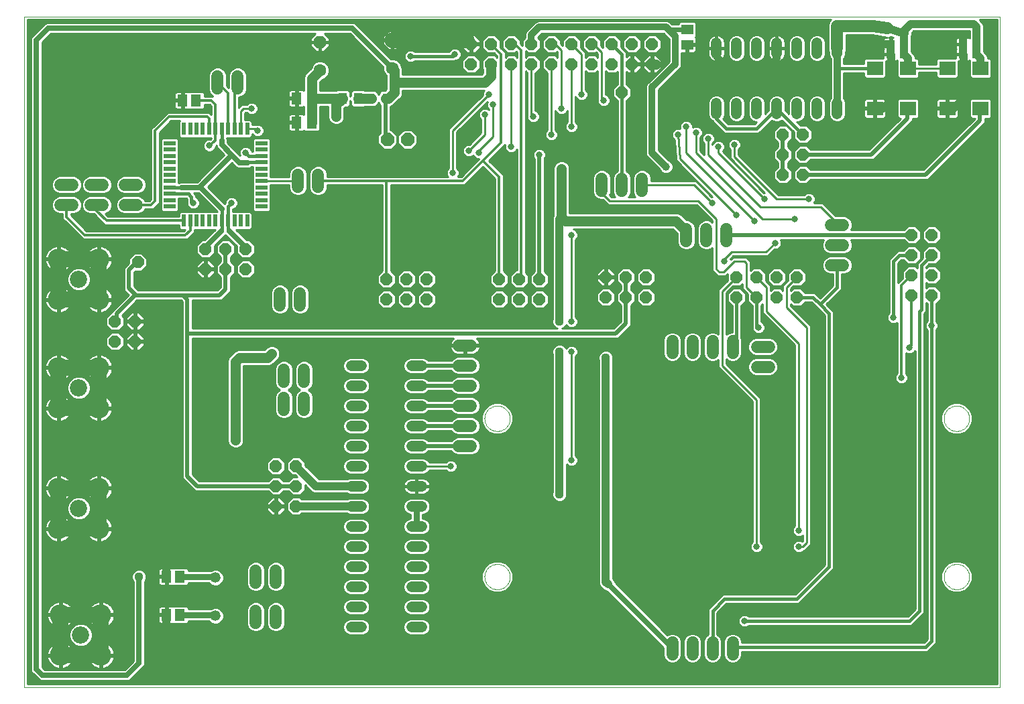
<source format=gbr>
G75*
%MOIN*%
%OFA0B0*%
%FSLAX24Y24*%
%IPPOS*%
%LPD*%
%AMOC8*
5,1,8,0,0,1.08239X$1,22.5*
%
%ADD10C,0.0000*%
%ADD11C,0.0520*%
%ADD12OC8,0.0600*%
%ADD13C,0.0520*%
%ADD14R,0.0512X0.0591*%
%ADD15C,0.0600*%
%ADD16C,0.0594*%
%ADD17R,0.0591X0.0197*%
%ADD18R,0.0197X0.0591*%
%ADD19R,0.0787X0.0709*%
%ADD20R,0.0433X0.0394*%
%ADD21C,0.0855*%
%ADD22C,0.1050*%
%ADD23R,0.0315X0.0472*%
%ADD24R,0.0433X0.0551*%
%ADD25OC8,0.0630*%
%ADD26C,0.0630*%
%ADD27OC8,0.0660*%
%ADD28R,0.0591X0.0512*%
%ADD29C,0.0350*%
%ADD30C,0.0500*%
%ADD31C,0.0800*%
%ADD32C,0.0330*%
%ADD33C,0.0400*%
%ADD34C,0.0100*%
%ADD35C,0.0440*%
%ADD36C,0.0170*%
%ADD37C,0.0300*%
%ADD38C,0.0150*%
%ADD39C,0.0280*%
%ADD40C,0.0120*%
%ADD41C,0.0250*%
%ADD42C,0.0200*%
%ADD43C,0.0320*%
%ADD44C,0.0396*%
%ADD45C,0.0240*%
D10*
X000650Y000650D02*
X000650Y034020D01*
X049142Y034020D01*
X049142Y000650D01*
X000650Y000650D01*
X023520Y006150D02*
X023522Y006200D01*
X023528Y006250D01*
X023538Y006299D01*
X023552Y006347D01*
X023569Y006394D01*
X023590Y006439D01*
X023615Y006483D01*
X023643Y006524D01*
X023675Y006563D01*
X023709Y006600D01*
X023746Y006634D01*
X023786Y006664D01*
X023828Y006691D01*
X023872Y006715D01*
X023918Y006736D01*
X023965Y006752D01*
X024013Y006765D01*
X024063Y006774D01*
X024112Y006779D01*
X024163Y006780D01*
X024213Y006777D01*
X024262Y006770D01*
X024311Y006759D01*
X024359Y006744D01*
X024405Y006726D01*
X024450Y006704D01*
X024493Y006678D01*
X024534Y006649D01*
X024573Y006617D01*
X024609Y006582D01*
X024641Y006544D01*
X024671Y006504D01*
X024698Y006461D01*
X024721Y006417D01*
X024740Y006371D01*
X024756Y006323D01*
X024768Y006274D01*
X024776Y006225D01*
X024780Y006175D01*
X024780Y006125D01*
X024776Y006075D01*
X024768Y006026D01*
X024756Y005977D01*
X024740Y005929D01*
X024721Y005883D01*
X024698Y005839D01*
X024671Y005796D01*
X024641Y005756D01*
X024609Y005718D01*
X024573Y005683D01*
X024534Y005651D01*
X024493Y005622D01*
X024450Y005596D01*
X024405Y005574D01*
X024359Y005556D01*
X024311Y005541D01*
X024262Y005530D01*
X024213Y005523D01*
X024163Y005520D01*
X024112Y005521D01*
X024063Y005526D01*
X024013Y005535D01*
X023965Y005548D01*
X023918Y005564D01*
X023872Y005585D01*
X023828Y005609D01*
X023786Y005636D01*
X023746Y005666D01*
X023709Y005700D01*
X023675Y005737D01*
X023643Y005776D01*
X023615Y005817D01*
X023590Y005861D01*
X023569Y005906D01*
X023552Y005953D01*
X023538Y006001D01*
X023528Y006050D01*
X023522Y006100D01*
X023520Y006150D01*
X023520Y014024D02*
X023522Y014074D01*
X023528Y014124D01*
X023538Y014173D01*
X023552Y014221D01*
X023569Y014268D01*
X023590Y014313D01*
X023615Y014357D01*
X023643Y014398D01*
X023675Y014437D01*
X023709Y014474D01*
X023746Y014508D01*
X023786Y014538D01*
X023828Y014565D01*
X023872Y014589D01*
X023918Y014610D01*
X023965Y014626D01*
X024013Y014639D01*
X024063Y014648D01*
X024112Y014653D01*
X024163Y014654D01*
X024213Y014651D01*
X024262Y014644D01*
X024311Y014633D01*
X024359Y014618D01*
X024405Y014600D01*
X024450Y014578D01*
X024493Y014552D01*
X024534Y014523D01*
X024573Y014491D01*
X024609Y014456D01*
X024641Y014418D01*
X024671Y014378D01*
X024698Y014335D01*
X024721Y014291D01*
X024740Y014245D01*
X024756Y014197D01*
X024768Y014148D01*
X024776Y014099D01*
X024780Y014049D01*
X024780Y013999D01*
X024776Y013949D01*
X024768Y013900D01*
X024756Y013851D01*
X024740Y013803D01*
X024721Y013757D01*
X024698Y013713D01*
X024671Y013670D01*
X024641Y013630D01*
X024609Y013592D01*
X024573Y013557D01*
X024534Y013525D01*
X024493Y013496D01*
X024450Y013470D01*
X024405Y013448D01*
X024359Y013430D01*
X024311Y013415D01*
X024262Y013404D01*
X024213Y013397D01*
X024163Y013394D01*
X024112Y013395D01*
X024063Y013400D01*
X024013Y013409D01*
X023965Y013422D01*
X023918Y013438D01*
X023872Y013459D01*
X023828Y013483D01*
X023786Y013510D01*
X023746Y013540D01*
X023709Y013574D01*
X023675Y013611D01*
X023643Y013650D01*
X023615Y013691D01*
X023590Y013735D01*
X023569Y013780D01*
X023552Y013827D01*
X023538Y013875D01*
X023528Y013924D01*
X023522Y013974D01*
X023520Y014024D01*
X046355Y014024D02*
X046357Y014074D01*
X046363Y014124D01*
X046373Y014173D01*
X046387Y014221D01*
X046404Y014268D01*
X046425Y014313D01*
X046450Y014357D01*
X046478Y014398D01*
X046510Y014437D01*
X046544Y014474D01*
X046581Y014508D01*
X046621Y014538D01*
X046663Y014565D01*
X046707Y014589D01*
X046753Y014610D01*
X046800Y014626D01*
X046848Y014639D01*
X046898Y014648D01*
X046947Y014653D01*
X046998Y014654D01*
X047048Y014651D01*
X047097Y014644D01*
X047146Y014633D01*
X047194Y014618D01*
X047240Y014600D01*
X047285Y014578D01*
X047328Y014552D01*
X047369Y014523D01*
X047408Y014491D01*
X047444Y014456D01*
X047476Y014418D01*
X047506Y014378D01*
X047533Y014335D01*
X047556Y014291D01*
X047575Y014245D01*
X047591Y014197D01*
X047603Y014148D01*
X047611Y014099D01*
X047615Y014049D01*
X047615Y013999D01*
X047611Y013949D01*
X047603Y013900D01*
X047591Y013851D01*
X047575Y013803D01*
X047556Y013757D01*
X047533Y013713D01*
X047506Y013670D01*
X047476Y013630D01*
X047444Y013592D01*
X047408Y013557D01*
X047369Y013525D01*
X047328Y013496D01*
X047285Y013470D01*
X047240Y013448D01*
X047194Y013430D01*
X047146Y013415D01*
X047097Y013404D01*
X047048Y013397D01*
X046998Y013394D01*
X046947Y013395D01*
X046898Y013400D01*
X046848Y013409D01*
X046800Y013422D01*
X046753Y013438D01*
X046707Y013459D01*
X046663Y013483D01*
X046621Y013510D01*
X046581Y013540D01*
X046544Y013574D01*
X046510Y013611D01*
X046478Y013650D01*
X046450Y013691D01*
X046425Y013735D01*
X046404Y013780D01*
X046387Y013827D01*
X046373Y013875D01*
X046363Y013924D01*
X046357Y013974D01*
X046355Y014024D01*
X046355Y006150D02*
X046357Y006200D01*
X046363Y006250D01*
X046373Y006299D01*
X046387Y006347D01*
X046404Y006394D01*
X046425Y006439D01*
X046450Y006483D01*
X046478Y006524D01*
X046510Y006563D01*
X046544Y006600D01*
X046581Y006634D01*
X046621Y006664D01*
X046663Y006691D01*
X046707Y006715D01*
X046753Y006736D01*
X046800Y006752D01*
X046848Y006765D01*
X046898Y006774D01*
X046947Y006779D01*
X046998Y006780D01*
X047048Y006777D01*
X047097Y006770D01*
X047146Y006759D01*
X047194Y006744D01*
X047240Y006726D01*
X047285Y006704D01*
X047328Y006678D01*
X047369Y006649D01*
X047408Y006617D01*
X047444Y006582D01*
X047476Y006544D01*
X047506Y006504D01*
X047533Y006461D01*
X047556Y006417D01*
X047575Y006371D01*
X047591Y006323D01*
X047603Y006274D01*
X047611Y006225D01*
X047615Y006175D01*
X047615Y006125D01*
X047611Y006075D01*
X047603Y006026D01*
X047591Y005977D01*
X047575Y005929D01*
X047556Y005883D01*
X047533Y005839D01*
X047506Y005796D01*
X047476Y005756D01*
X047444Y005718D01*
X047408Y005683D01*
X047369Y005651D01*
X047328Y005622D01*
X047285Y005596D01*
X047240Y005574D01*
X047194Y005556D01*
X047146Y005541D01*
X047097Y005530D01*
X047048Y005523D01*
X046998Y005520D01*
X046947Y005521D01*
X046898Y005526D01*
X046848Y005535D01*
X046800Y005548D01*
X046753Y005564D01*
X046707Y005585D01*
X046663Y005609D01*
X046621Y005636D01*
X046581Y005666D01*
X046544Y005700D01*
X046510Y005737D01*
X046478Y005776D01*
X046450Y005817D01*
X046425Y005861D01*
X046404Y005906D01*
X046387Y005953D01*
X046373Y006001D01*
X046363Y006050D01*
X046357Y006100D01*
X046355Y006150D01*
D11*
X020410Y005650D02*
X019890Y005650D01*
X019890Y004650D02*
X020410Y004650D01*
X020410Y003650D02*
X019890Y003650D01*
X017410Y003650D02*
X016890Y003650D01*
X016890Y004650D02*
X017410Y004650D01*
X017410Y005650D02*
X016890Y005650D01*
X016890Y006650D02*
X017410Y006650D01*
X017410Y007650D02*
X016890Y007650D01*
X016890Y008650D02*
X017410Y008650D01*
X017410Y009650D02*
X016890Y009650D01*
X016890Y010650D02*
X017410Y010650D01*
X017410Y011650D02*
X016890Y011650D01*
X016890Y012650D02*
X017410Y012650D01*
X017410Y013650D02*
X016890Y013650D01*
X016890Y014650D02*
X017410Y014650D01*
X017410Y015650D02*
X016890Y015650D01*
X016890Y016650D02*
X017410Y016650D01*
X019890Y016650D02*
X020410Y016650D01*
X020410Y015650D02*
X019890Y015650D01*
X019890Y014650D02*
X020410Y014650D01*
X020410Y013650D02*
X019890Y013650D01*
X019890Y012650D02*
X020410Y012650D01*
X020410Y011650D02*
X019890Y011650D01*
X019890Y010650D02*
X020410Y010650D01*
X020410Y009650D02*
X019890Y009650D01*
X019890Y008650D02*
X020410Y008650D01*
X020410Y007650D02*
X019890Y007650D01*
X019890Y006650D02*
X020410Y006650D01*
X035050Y029190D02*
X035050Y029710D01*
X036050Y029710D02*
X036050Y029190D01*
X037050Y029190D02*
X037050Y029710D01*
X038050Y029710D02*
X038050Y029190D01*
X039050Y029190D02*
X039050Y029710D01*
X040050Y029710D02*
X040050Y029190D01*
X041050Y029190D02*
X041050Y029710D01*
X041050Y032190D02*
X041050Y032710D01*
X040050Y032710D02*
X040050Y032190D01*
X039050Y032190D02*
X039050Y032710D01*
X038050Y032710D02*
X038050Y032190D01*
X037050Y032190D02*
X037050Y032710D01*
X036050Y032710D02*
X036050Y032190D01*
X035050Y032190D02*
X035050Y032710D01*
D12*
X031850Y032650D03*
X030850Y032650D03*
X029850Y032650D03*
X028850Y032650D03*
X027850Y032650D03*
X026850Y032650D03*
X025850Y032650D03*
X024850Y032650D03*
X023850Y032650D03*
X022850Y032650D03*
X022850Y031650D03*
X023850Y031650D03*
X024850Y031650D03*
X025850Y031650D03*
X026850Y031650D03*
X027850Y031650D03*
X028850Y031650D03*
X029850Y031650D03*
X030850Y031650D03*
X031850Y031650D03*
X030350Y030250D03*
X038350Y028150D03*
X039350Y028150D03*
X039350Y027150D03*
X038350Y027150D03*
X038350Y026150D03*
X039350Y026150D03*
X044750Y023150D03*
X045750Y023150D03*
X045750Y022150D03*
X044750Y022150D03*
X044750Y021150D03*
X045750Y021150D03*
X045750Y020150D03*
X044750Y020150D03*
X039050Y020050D03*
X038050Y020050D03*
X037050Y020050D03*
X036050Y020050D03*
X036050Y021050D03*
X037050Y021050D03*
X038050Y021050D03*
X039050Y021050D03*
X031550Y021050D03*
X030550Y021050D03*
X029550Y021050D03*
X029550Y020050D03*
X030550Y020050D03*
X031550Y020050D03*
X026250Y019950D03*
X025250Y019950D03*
X024250Y019950D03*
X024250Y020950D03*
X025250Y020950D03*
X026250Y020950D03*
X020650Y020950D03*
X019650Y020950D03*
X018650Y020950D03*
X018650Y019950D03*
X019650Y019950D03*
X020650Y019950D03*
X011650Y021450D03*
X010650Y021450D03*
X009650Y021450D03*
X009650Y022450D03*
X010650Y022450D03*
X011650Y022450D03*
X006300Y021800D03*
X006150Y018850D03*
X005150Y018850D03*
X005150Y017850D03*
X006150Y017850D03*
X013150Y011650D03*
X014150Y011650D03*
X014150Y010650D03*
X013150Y010650D03*
X013150Y009650D03*
X014150Y009650D03*
D13*
X010150Y006100D03*
X010150Y004200D03*
D14*
X008385Y004250D03*
X007715Y004250D03*
X007715Y006150D03*
X008385Y006150D03*
X014176Y028750D03*
X014924Y028750D03*
X014924Y029950D03*
X014176Y029950D03*
X009185Y029850D03*
X008515Y029850D03*
D15*
X010250Y030450D02*
X010250Y031050D01*
X011250Y031050D02*
X011250Y030450D01*
X014250Y026150D02*
X014250Y025550D01*
X015250Y025550D02*
X015250Y026150D01*
X014350Y020250D02*
X014350Y019650D01*
X013350Y019650D02*
X013350Y020250D01*
X013550Y016450D02*
X013550Y015850D01*
X014550Y015850D02*
X014550Y016450D01*
X014550Y015050D02*
X014550Y014450D01*
X013550Y014450D02*
X013550Y015050D01*
X022250Y014650D02*
X022850Y014650D01*
X022850Y013650D02*
X022250Y013650D01*
X022250Y012650D02*
X022850Y012650D01*
X022850Y015650D02*
X022250Y015650D01*
X022250Y016650D02*
X022850Y016650D01*
X022850Y017650D02*
X022250Y017650D01*
X033550Y022850D02*
X033550Y023450D01*
X034550Y023450D02*
X034550Y022850D01*
X035550Y022850D02*
X035550Y023450D01*
X031350Y025350D02*
X031350Y025950D01*
X030350Y025950D02*
X030350Y025350D01*
X029350Y025350D02*
X029350Y025950D01*
X040750Y023650D02*
X041350Y023650D01*
X041350Y022650D02*
X040750Y022650D01*
X040750Y021650D02*
X041350Y021650D01*
X041050Y032450D02*
X041050Y033550D01*
X042850Y033550D01*
X043550Y033450D01*
X006250Y025650D02*
X005650Y025650D01*
X004550Y025650D02*
X003950Y025650D01*
X003050Y025650D02*
X002450Y025650D01*
X002450Y024650D02*
X003050Y024650D01*
X003950Y024650D02*
X004550Y024650D01*
X005650Y024650D02*
X006250Y024650D01*
X012150Y006450D02*
X012150Y005850D01*
X013150Y005850D02*
X013150Y006450D01*
X013150Y004450D02*
X013150Y003850D01*
X012150Y003850D02*
X012150Y004450D01*
D16*
X032859Y002884D02*
X032859Y002290D01*
X033859Y002290D02*
X033859Y002884D01*
X034859Y002884D02*
X034859Y002290D01*
X035859Y002290D02*
X035859Y002884D01*
X037062Y016587D02*
X037656Y016587D01*
X037656Y017587D02*
X037062Y017587D01*
X035859Y017290D02*
X035859Y017884D01*
X034859Y017884D02*
X034859Y017290D01*
X033859Y017290D02*
X033859Y017884D01*
X032859Y017884D02*
X032859Y017290D01*
D17*
X012433Y024575D03*
X012433Y024890D03*
X012433Y025205D03*
X012433Y025520D03*
X012433Y025835D03*
X012433Y026150D03*
X012433Y026465D03*
X012433Y026780D03*
X012433Y027095D03*
X012433Y027410D03*
X012433Y027725D03*
X007867Y027725D03*
X007867Y027410D03*
X007867Y027095D03*
X007867Y026780D03*
X007867Y026465D03*
X007867Y026150D03*
X007867Y025835D03*
X007867Y025520D03*
X007867Y025205D03*
X007867Y024890D03*
X007867Y024575D03*
D18*
X008575Y023867D03*
X008890Y023867D03*
X009205Y023867D03*
X009520Y023867D03*
X009835Y023867D03*
X010150Y023867D03*
X010465Y023867D03*
X010780Y023867D03*
X011095Y023867D03*
X011410Y023867D03*
X011725Y023867D03*
X011725Y028433D03*
X011410Y028433D03*
X011095Y028433D03*
X010780Y028433D03*
X010465Y028433D03*
X010150Y028433D03*
X009835Y028433D03*
X009520Y028433D03*
X009205Y028433D03*
X008890Y028433D03*
X008575Y028433D03*
D19*
X042923Y029450D03*
X044577Y029450D03*
X046523Y029450D03*
X048177Y029450D03*
X048177Y031450D03*
X046523Y031450D03*
X044577Y031450D03*
X042923Y031450D03*
D20*
X043715Y032150D03*
X043715Y032650D03*
X044385Y032650D03*
X044385Y032150D03*
X047315Y032150D03*
X047315Y032650D03*
X047985Y032650D03*
X047985Y032150D03*
D21*
X003350Y020950D03*
X003350Y015550D03*
X003350Y009550D03*
X003450Y003250D03*
D22*
X002446Y002246D03*
X004454Y002246D03*
X004454Y004254D03*
X002446Y004254D03*
X002346Y008546D03*
X004354Y008546D03*
X004354Y010554D03*
X002346Y010554D03*
X002346Y014546D03*
X004354Y014546D03*
X004354Y016554D03*
X002346Y016554D03*
X002346Y019946D03*
X004354Y019946D03*
X004354Y021954D03*
X002346Y021954D03*
D23*
X017896Y029950D03*
X018604Y029950D03*
D24*
X017244Y029950D03*
X016456Y029950D03*
D25*
X015350Y032750D03*
X018950Y032850D03*
D26*
X018950Y031450D03*
X015350Y031350D03*
D27*
X018700Y027900D03*
X019700Y027900D03*
D28*
X033600Y032626D03*
X033600Y033374D03*
D29*
X035050Y032450D02*
X035050Y032050D01*
X035450Y031650D01*
X037750Y031650D01*
X038050Y031950D01*
X038050Y032450D01*
X041050Y032450D02*
X041050Y031350D01*
X041050Y029450D01*
D30*
X032050Y031650D02*
X031850Y031650D01*
X023850Y031650D02*
X023850Y031050D01*
X023550Y030750D01*
X019050Y030750D01*
X019050Y031350D01*
X018950Y031450D01*
X019050Y030750D02*
X019050Y030250D01*
X018750Y029950D01*
X018604Y029950D01*
X017896Y029950D02*
X017244Y029950D01*
X016456Y029950D02*
X014924Y029950D01*
X014924Y030124D01*
X014950Y030150D01*
X014950Y030950D01*
X015350Y031350D01*
X014924Y029950D02*
X014924Y028750D01*
X016150Y029050D02*
X016150Y029644D01*
X016456Y029950D01*
X018850Y032750D02*
X018950Y032850D01*
X022650Y032850D02*
X022850Y032650D01*
X027350Y026450D02*
X027350Y024050D01*
X027550Y023850D01*
X033050Y023850D01*
X033550Y023350D01*
X033550Y023150D01*
X012950Y017250D02*
X012750Y017050D01*
X011350Y017050D01*
X011150Y016850D01*
X011150Y012950D01*
D31*
X004354Y014546D02*
X004354Y016554D01*
X002346Y016554D01*
X002346Y014546D01*
X004246Y014546D01*
X004350Y014650D01*
X004354Y010554D02*
X002346Y010554D01*
X002346Y008546D01*
X004246Y008546D01*
X004250Y008550D01*
X004350Y008550D01*
X004354Y008546D02*
X004354Y010554D01*
X004346Y004254D02*
X002446Y004254D01*
X002446Y002246D01*
X004454Y002246D01*
X004454Y004254D01*
X004350Y004250D02*
X004346Y004254D01*
X004354Y019946D02*
X002346Y019946D01*
X002346Y021954D01*
X004354Y021954D01*
X004354Y019946D01*
X018950Y032850D02*
X022650Y032850D01*
D32*
X022050Y032150D03*
X019850Y032050D03*
X023750Y030150D03*
X023950Y029650D03*
X023550Y029150D03*
X023100Y029000D03*
X022150Y029400D03*
X020900Y029400D03*
X019400Y029400D03*
X017150Y027650D03*
X014650Y027650D03*
X013650Y027650D03*
X012250Y028350D03*
X011650Y027250D03*
X009850Y027600D03*
X008900Y027400D03*
X008900Y026400D03*
X010650Y025650D03*
X010950Y024750D03*
X009050Y024750D03*
X009150Y020900D03*
X008150Y020900D03*
X006650Y020900D03*
X006650Y019400D03*
X008150Y019400D03*
X009400Y019400D03*
X008150Y018400D03*
X008150Y017650D03*
X009650Y017650D03*
X010650Y017650D03*
X011650Y017650D03*
X009400Y015650D03*
X008150Y015650D03*
X008150Y014650D03*
X009400Y014650D03*
X009400Y013650D03*
X008150Y013650D03*
X008150Y012650D03*
X008150Y011650D03*
X009400Y011650D03*
X009400Y012650D03*
X008400Y010400D03*
X009650Y010150D03*
X011050Y009750D03*
X011850Y009750D03*
X007750Y006900D03*
X005250Y005250D03*
X004650Y005250D03*
X004050Y005550D03*
X004150Y007150D03*
X007750Y003250D03*
X008650Y001650D03*
X010650Y001650D03*
X012650Y001650D03*
X014650Y001650D03*
X016650Y001650D03*
X018650Y001650D03*
X020650Y001650D03*
X022650Y001650D03*
X024650Y001650D03*
X026650Y001650D03*
X028650Y001650D03*
X030650Y001650D03*
X032650Y001650D03*
X034650Y001650D03*
X036650Y001650D03*
X038650Y001650D03*
X040650Y001650D03*
X042650Y001650D03*
X044650Y001650D03*
X046650Y001650D03*
X046650Y003650D03*
X046250Y004450D03*
X044700Y005550D03*
X044650Y007400D03*
X046250Y007450D03*
X046250Y009450D03*
X044650Y009400D03*
X044650Y011400D03*
X046250Y011450D03*
X046200Y013050D03*
X044650Y013400D03*
X046200Y015050D03*
X048050Y015050D03*
X048050Y017000D03*
X048050Y018100D03*
X046350Y018100D03*
X045750Y018650D03*
X044650Y017550D03*
X043550Y018100D03*
X043850Y019050D03*
X041500Y018100D03*
X041500Y016900D03*
X041500Y015500D03*
X040050Y015500D03*
X038050Y015500D03*
X035050Y015500D03*
X033050Y015500D03*
X031050Y015500D03*
X029550Y014550D03*
X030650Y012650D03*
X032650Y012650D03*
X034650Y012650D03*
X034650Y010650D03*
X032650Y010650D03*
X030650Y010650D03*
X030650Y008900D03*
X032650Y008900D03*
X034650Y008900D03*
X037050Y007650D03*
X037900Y008900D03*
X039150Y008450D03*
X039150Y007650D03*
X041650Y007400D03*
X038650Y005650D03*
X036650Y005650D03*
X034650Y005650D03*
X032650Y005650D03*
X030650Y005650D03*
X028650Y005650D03*
X026650Y005650D03*
X026650Y003650D03*
X028650Y003650D03*
X024650Y003650D03*
X022650Y003650D03*
X030650Y007400D03*
X032650Y007400D03*
X034650Y007400D03*
X036450Y003950D03*
X041650Y009400D03*
X041650Y011400D03*
X041650Y013400D03*
X043550Y015550D03*
X044250Y016050D03*
X043550Y016900D03*
X046350Y016950D03*
X048050Y019650D03*
X048050Y021100D03*
X048050Y022550D03*
X048050Y023850D03*
X047650Y024650D03*
X045650Y024650D03*
X043650Y024650D03*
X041650Y024650D03*
X039650Y024950D03*
X038950Y023950D03*
X037450Y024950D03*
X036950Y023850D03*
X036050Y024150D03*
X034850Y024750D03*
X037965Y022750D03*
X039350Y022100D03*
X039950Y020700D03*
X041200Y019800D03*
X037150Y018550D03*
X033400Y019600D03*
X033400Y020400D03*
X033400Y021150D03*
X035450Y021850D03*
X031150Y019150D03*
X030900Y017900D03*
X030150Y017650D03*
X028650Y017650D03*
X027850Y017350D03*
X025650Y017650D03*
X024650Y017650D03*
X023650Y017650D03*
X021650Y017650D03*
X020650Y017650D03*
X019650Y017650D03*
X018400Y017650D03*
X018400Y018900D03*
X019650Y018900D03*
X020650Y018900D03*
X021650Y018900D03*
X022650Y018900D03*
X023650Y018900D03*
X024650Y018900D03*
X025650Y018900D03*
X027850Y018850D03*
X028650Y018900D03*
X028650Y022000D03*
X028650Y023100D03*
X027850Y023150D03*
X023650Y022650D03*
X021650Y022650D03*
X019650Y022650D03*
X018200Y021650D03*
X016750Y021600D03*
X014650Y021650D03*
X014650Y022650D03*
X014650Y023650D03*
X014650Y024650D03*
X016750Y024000D03*
X018200Y024000D03*
X019650Y024650D03*
X018250Y025450D03*
X016800Y025400D03*
X020050Y027250D03*
X021950Y026250D03*
X022750Y027350D03*
X023250Y027250D03*
X022350Y027800D03*
X024850Y027550D03*
X026250Y027150D03*
X026850Y028150D03*
X027850Y028550D03*
X027350Y029450D03*
X028350Y030150D03*
X029450Y029850D03*
X032650Y030650D03*
X033650Y031650D03*
X034650Y030650D03*
X036650Y030650D03*
X033550Y028550D03*
X033150Y028150D03*
X034050Y028250D03*
X034650Y027950D03*
X035150Y027550D03*
X035950Y027650D03*
X041650Y027650D03*
X041650Y026650D03*
X043650Y026650D03*
X045650Y027650D03*
X047650Y026650D03*
X046650Y032650D03*
X045650Y032650D03*
X042100Y032500D03*
X025950Y029050D03*
X023650Y024650D03*
X021650Y024650D03*
X016650Y018900D03*
X015650Y018900D03*
X015650Y017650D03*
X016650Y017650D03*
X021850Y011650D03*
X026050Y012500D03*
X027850Y011950D03*
X026050Y010500D03*
X026050Y015500D03*
X037900Y012650D03*
X037900Y010650D03*
X048050Y013050D03*
X012650Y032650D03*
X010650Y032650D03*
X008650Y032650D03*
X006650Y032650D03*
X004650Y032650D03*
X002650Y032650D03*
X002650Y030650D03*
X004650Y030650D03*
X004650Y028650D03*
X002650Y028650D03*
X011950Y029450D03*
X003400Y018150D03*
X002400Y018150D03*
X002750Y013350D03*
X003900Y013150D03*
X002650Y012450D03*
X004050Y011650D03*
X004550Y011450D03*
X005250Y011450D03*
D33*
X007750Y006900D02*
X007715Y006150D01*
X007715Y004250D02*
X007750Y003250D01*
X014150Y009650D02*
X017150Y009650D01*
X017150Y010650D02*
X015150Y010650D01*
X014150Y011650D01*
X027250Y010250D02*
X027250Y017350D01*
X029550Y017050D02*
X029550Y014550D01*
X029550Y005896D01*
X029673Y005773D01*
X027250Y018850D02*
X027250Y023950D01*
X027350Y024050D01*
X042923Y029450D02*
X043350Y029450D01*
X043750Y029850D01*
X043750Y032115D01*
X043715Y032150D01*
X043715Y032650D01*
X043100Y032650D01*
X043550Y033450D02*
X044281Y033226D01*
X044705Y033650D01*
X047850Y033650D01*
X047985Y033515D01*
X047985Y032650D01*
X047985Y032150D01*
X048177Y031958D01*
X048177Y031450D01*
X047350Y032115D02*
X047315Y032150D01*
X047315Y032650D01*
X047315Y033115D01*
X047350Y033150D01*
X047350Y032115D02*
X047350Y029950D01*
X046850Y029450D01*
X046523Y029450D01*
X044577Y031450D02*
X044577Y031958D01*
X044385Y032150D01*
X044385Y032650D01*
X044385Y033154D01*
X044415Y033185D01*
X044281Y033226D01*
D34*
X044765Y033215D02*
X044850Y033300D01*
X047635Y033300D01*
X047635Y032956D01*
X047624Y032967D01*
X047590Y032987D01*
X047552Y032997D01*
X047364Y032997D01*
X047364Y032698D01*
X047267Y032698D01*
X047267Y032602D01*
X046949Y032602D01*
X046949Y032433D01*
X046958Y032400D01*
X046949Y032367D01*
X046949Y032198D01*
X047267Y032198D01*
X047267Y032102D01*
X046949Y032102D01*
X046949Y031954D01*
X046067Y031954D01*
X045980Y031866D01*
X045980Y031650D01*
X045120Y031650D01*
X045120Y031866D01*
X045033Y031954D01*
X044927Y031954D01*
X044927Y032027D01*
X044873Y032156D01*
X044751Y032278D01*
X044751Y032909D01*
X044735Y032926D01*
X044735Y033032D01*
X044745Y033066D01*
X044765Y033115D01*
X044765Y033132D01*
X044770Y033149D01*
X044765Y033201D01*
X044765Y033215D01*
X044774Y033224D02*
X047635Y033224D01*
X047635Y033125D02*
X044765Y033125D01*
X044735Y033027D02*
X047635Y033027D01*
X047364Y032928D02*
X047267Y032928D01*
X047267Y032997D02*
X047079Y032997D01*
X047041Y032987D01*
X047007Y032967D01*
X046979Y032939D01*
X046959Y032905D01*
X046949Y032867D01*
X046949Y032698D01*
X047267Y032698D01*
X047267Y032997D01*
X047267Y032830D02*
X047364Y032830D01*
X047364Y032731D02*
X047267Y032731D01*
X047267Y032633D02*
X044751Y032633D01*
X044751Y032731D02*
X046949Y032731D01*
X046949Y032830D02*
X044751Y032830D01*
X044735Y032928D02*
X046973Y032928D01*
X046949Y032534D02*
X044751Y032534D01*
X044751Y032436D02*
X046949Y032436D01*
X046949Y032337D02*
X044751Y032337D01*
X044791Y032239D02*
X046949Y032239D01*
X046949Y032042D02*
X044921Y032042D01*
X044880Y032140D02*
X047267Y032140D01*
X047267Y032102D02*
X047364Y032102D01*
X047364Y031803D01*
X047552Y031803D01*
X047590Y031813D01*
X047624Y031833D01*
X047633Y031842D01*
X047633Y031034D01*
X047721Y030946D01*
X048633Y030946D01*
X048720Y031034D01*
X048720Y031866D01*
X048633Y031954D01*
X048527Y031954D01*
X048527Y032027D01*
X048473Y032156D01*
X048351Y032278D01*
X048351Y032909D01*
X048335Y032926D01*
X048335Y033585D01*
X048281Y033714D01*
X048147Y033848D01*
X048125Y033870D01*
X048992Y033870D01*
X048992Y000800D01*
X000800Y000800D01*
X000800Y033870D01*
X040734Y033870D01*
X040669Y033805D01*
X040600Y033640D01*
X040600Y032360D01*
X040640Y032264D01*
X040640Y032108D01*
X040702Y031958D01*
X040725Y031935D01*
X040725Y029965D01*
X040702Y029942D01*
X040640Y029792D01*
X040640Y029108D01*
X040702Y028958D01*
X040818Y028842D01*
X040968Y028780D01*
X041132Y028780D01*
X041282Y028842D01*
X041398Y028958D01*
X041460Y029108D01*
X041460Y029792D01*
X041398Y029942D01*
X041375Y029965D01*
X041375Y031225D01*
X042380Y031225D01*
X042380Y031034D01*
X042467Y030946D01*
X043379Y030946D01*
X043467Y031034D01*
X043467Y031806D01*
X043479Y031803D01*
X043667Y031803D01*
X043667Y032102D01*
X043349Y032102D01*
X043349Y031954D01*
X042467Y031954D01*
X042380Y031866D01*
X042380Y031675D01*
X041375Y031675D01*
X041375Y031935D01*
X041398Y031958D01*
X041460Y032108D01*
X041460Y032264D01*
X041500Y032360D01*
X041500Y033100D01*
X042818Y033100D01*
X043540Y032997D01*
X043479Y032997D01*
X043441Y032987D01*
X043407Y032967D01*
X043379Y032939D01*
X043359Y032905D01*
X043349Y032867D01*
X043349Y032698D01*
X043667Y032698D01*
X043667Y032602D01*
X043349Y032602D01*
X043349Y032433D01*
X043358Y032400D01*
X043349Y032367D01*
X043349Y032198D01*
X043667Y032198D01*
X043667Y032102D01*
X043764Y032102D01*
X043764Y031803D01*
X043952Y031803D01*
X043990Y031813D01*
X044024Y031833D01*
X044033Y031842D01*
X044033Y031034D01*
X044121Y030946D01*
X045033Y030946D01*
X045120Y031034D01*
X045120Y031250D01*
X045980Y031250D01*
X045980Y031034D01*
X046067Y030946D01*
X046979Y030946D01*
X047067Y031034D01*
X047067Y031806D01*
X047079Y031803D01*
X047267Y031803D01*
X047267Y032102D01*
X047267Y032042D02*
X047364Y032042D01*
X047364Y031943D02*
X047267Y031943D01*
X047267Y031845D02*
X047364Y031845D01*
X047633Y031746D02*
X047067Y031746D01*
X047067Y031648D02*
X047633Y031648D01*
X047633Y031549D02*
X047067Y031549D01*
X047067Y031451D02*
X047633Y031451D01*
X047633Y031352D02*
X047067Y031352D01*
X047067Y031254D02*
X047633Y031254D01*
X047633Y031155D02*
X047067Y031155D01*
X047067Y031057D02*
X047633Y031057D01*
X047709Y030958D02*
X046991Y030958D01*
X046523Y031450D02*
X044577Y031450D01*
X044033Y031451D02*
X043467Y031451D01*
X043467Y031549D02*
X044033Y031549D01*
X044033Y031648D02*
X043467Y031648D01*
X043467Y031746D02*
X044033Y031746D01*
X043764Y031845D02*
X043667Y031845D01*
X043667Y031943D02*
X043764Y031943D01*
X043764Y032042D02*
X043667Y032042D01*
X043667Y032140D02*
X041460Y032140D01*
X041460Y032239D02*
X043349Y032239D01*
X043349Y032337D02*
X041490Y032337D01*
X041500Y032436D02*
X043349Y032436D01*
X043349Y032534D02*
X041500Y032534D01*
X041500Y032633D02*
X043667Y032633D01*
X043667Y032602D02*
X043764Y032602D01*
X043764Y032303D01*
X043764Y032198D01*
X043667Y032198D01*
X043667Y032602D01*
X043667Y032534D02*
X043764Y032534D01*
X043764Y032436D02*
X043667Y032436D01*
X043667Y032337D02*
X043764Y032337D01*
X043764Y032239D02*
X043667Y032239D01*
X043349Y032042D02*
X041432Y032042D01*
X041383Y031943D02*
X042456Y031943D01*
X042380Y031845D02*
X041375Y031845D01*
X041375Y031746D02*
X042380Y031746D01*
X042380Y031155D02*
X041375Y031155D01*
X041375Y031057D02*
X042380Y031057D01*
X042455Y030958D02*
X041375Y030958D01*
X041375Y030860D02*
X048992Y030860D01*
X048992Y030958D02*
X048645Y030958D01*
X048720Y031057D02*
X048992Y031057D01*
X048992Y031155D02*
X048720Y031155D01*
X048720Y031254D02*
X048992Y031254D01*
X048992Y031352D02*
X048720Y031352D01*
X048720Y031451D02*
X048992Y031451D01*
X048992Y031549D02*
X048720Y031549D01*
X048720Y031648D02*
X048992Y031648D01*
X048992Y031746D02*
X048720Y031746D01*
X048720Y031845D02*
X048992Y031845D01*
X048992Y031943D02*
X048644Y031943D01*
X048521Y032042D02*
X048992Y032042D01*
X048992Y032140D02*
X048480Y032140D01*
X048391Y032239D02*
X048992Y032239D01*
X048992Y032337D02*
X048351Y032337D01*
X048351Y032436D02*
X048992Y032436D01*
X048992Y032534D02*
X048351Y032534D01*
X048351Y032633D02*
X048992Y032633D01*
X048992Y032731D02*
X048351Y032731D01*
X048351Y032830D02*
X048992Y032830D01*
X048992Y032928D02*
X048335Y032928D01*
X048335Y033027D02*
X048992Y033027D01*
X048992Y033125D02*
X048335Y033125D01*
X048335Y033224D02*
X048992Y033224D01*
X048992Y033322D02*
X048335Y033322D01*
X048335Y033421D02*
X048992Y033421D01*
X048992Y033519D02*
X048335Y033519D01*
X048321Y033618D02*
X048992Y033618D01*
X048992Y033716D02*
X048279Y033716D01*
X048180Y033815D02*
X048992Y033815D01*
X047364Y032602D02*
X047364Y032198D01*
X047267Y032198D01*
X047267Y032497D01*
X047267Y032602D01*
X047364Y032602D01*
X047364Y032534D02*
X047267Y032534D01*
X047267Y032436D02*
X047364Y032436D01*
X047364Y032337D02*
X047267Y032337D01*
X047267Y032239D02*
X047364Y032239D01*
X046056Y031943D02*
X045044Y031943D01*
X045120Y031845D02*
X045980Y031845D01*
X045980Y031746D02*
X045120Y031746D01*
X045120Y031155D02*
X045980Y031155D01*
X045980Y031057D02*
X045120Y031057D01*
X045045Y030958D02*
X046055Y030958D01*
X046110Y029954D02*
X046072Y029944D01*
X046037Y029924D01*
X046009Y029896D01*
X045990Y029862D01*
X045980Y029824D01*
X045980Y029500D01*
X046473Y029500D01*
X046473Y029400D01*
X045980Y029400D01*
X045980Y029076D01*
X045990Y029038D01*
X046009Y029004D01*
X046037Y028976D01*
X046072Y028956D01*
X046110Y028946D01*
X046473Y028946D01*
X046473Y029400D01*
X046573Y029400D01*
X046573Y028946D01*
X046937Y028946D01*
X046975Y028956D01*
X047009Y028976D01*
X047037Y029004D01*
X047057Y029038D01*
X047067Y029076D01*
X047067Y029400D01*
X046573Y029400D01*
X046573Y029500D01*
X046473Y029500D01*
X046473Y029954D01*
X046110Y029954D01*
X045997Y029875D02*
X045112Y029875D01*
X045120Y029866D02*
X045033Y029954D01*
X044121Y029954D01*
X044033Y029866D01*
X044033Y029034D01*
X044121Y028946D01*
X044192Y028946D01*
X042646Y027400D01*
X039736Y027400D01*
X039536Y027600D01*
X039164Y027600D01*
X038900Y027336D01*
X038900Y026964D01*
X039164Y026700D01*
X039536Y026700D01*
X039736Y026900D01*
X042800Y026900D01*
X042892Y026938D01*
X044692Y028738D01*
X044762Y028808D01*
X044800Y028900D01*
X044800Y028946D01*
X045033Y028946D01*
X045120Y029034D01*
X045120Y029866D01*
X045120Y029776D02*
X045980Y029776D01*
X045980Y029678D02*
X045120Y029678D01*
X045120Y029579D02*
X045980Y029579D01*
X045980Y029382D02*
X045120Y029382D01*
X045120Y029284D02*
X045980Y029284D01*
X045980Y029185D02*
X045120Y029185D01*
X045120Y029087D02*
X045980Y029087D01*
X046025Y028988D02*
X045075Y028988D01*
X044796Y028890D02*
X047836Y028890D01*
X047892Y028946D02*
X045346Y026400D01*
X039736Y026400D01*
X039536Y026600D01*
X039164Y026600D01*
X038900Y026336D01*
X038900Y025964D01*
X039164Y025700D01*
X039536Y025700D01*
X039736Y025900D01*
X045500Y025900D01*
X045592Y025938D01*
X048292Y028638D01*
X048362Y028708D01*
X048400Y028800D01*
X048400Y028946D01*
X048633Y028946D01*
X048720Y029034D01*
X048720Y029866D01*
X048633Y029954D01*
X047721Y029954D01*
X047633Y029866D01*
X047633Y029034D01*
X047721Y028946D01*
X047892Y028946D01*
X047679Y028988D02*
X047021Y028988D01*
X047067Y029087D02*
X047633Y029087D01*
X047633Y029185D02*
X047067Y029185D01*
X047067Y029284D02*
X047633Y029284D01*
X047633Y029382D02*
X047067Y029382D01*
X047067Y029500D02*
X047067Y029824D01*
X047057Y029862D01*
X047037Y029896D01*
X047009Y029924D01*
X046975Y029944D01*
X046937Y029954D01*
X046573Y029954D01*
X046573Y029500D01*
X047067Y029500D01*
X047067Y029579D02*
X047633Y029579D01*
X047633Y029481D02*
X046573Y029481D01*
X046573Y029579D02*
X046473Y029579D01*
X046473Y029481D02*
X045120Y029481D01*
X044745Y028791D02*
X047738Y028791D01*
X047639Y028693D02*
X044646Y028693D01*
X044548Y028594D02*
X047541Y028594D01*
X047442Y028496D02*
X044449Y028496D01*
X044351Y028397D02*
X047344Y028397D01*
X047245Y028299D02*
X044252Y028299D01*
X044154Y028200D02*
X047147Y028200D01*
X047048Y028102D02*
X044055Y028102D01*
X043957Y028003D02*
X046950Y028003D01*
X046851Y027905D02*
X043858Y027905D01*
X043760Y027806D02*
X046753Y027806D01*
X046654Y027708D02*
X043661Y027708D01*
X043563Y027609D02*
X046556Y027609D01*
X046457Y027511D02*
X043464Y027511D01*
X043366Y027412D02*
X046359Y027412D01*
X046260Y027314D02*
X043267Y027314D01*
X043169Y027215D02*
X046162Y027215D01*
X046063Y027117D02*
X043070Y027117D01*
X042972Y027018D02*
X045965Y027018D01*
X045866Y026920D02*
X042847Y026920D01*
X042659Y027412D02*
X039724Y027412D01*
X039626Y027511D02*
X042757Y027511D01*
X042856Y027609D02*
X038600Y027609D01*
X038600Y027536D02*
X038600Y027764D01*
X038800Y027964D01*
X038800Y028336D01*
X038536Y028600D01*
X038164Y028600D01*
X037900Y028336D01*
X037900Y027964D01*
X038100Y027764D01*
X038100Y027536D01*
X037900Y027336D01*
X037900Y026964D01*
X038100Y026764D01*
X038100Y026536D01*
X037900Y026336D01*
X037900Y025964D01*
X038164Y025700D01*
X038536Y025700D01*
X038800Y025964D01*
X038800Y026336D01*
X038600Y026536D01*
X038600Y026764D01*
X038800Y026964D01*
X038800Y027336D01*
X038600Y027536D01*
X038626Y027511D02*
X039074Y027511D01*
X038976Y027412D02*
X038724Y027412D01*
X038800Y027314D02*
X038900Y027314D01*
X038900Y027215D02*
X038800Y027215D01*
X038800Y027117D02*
X038900Y027117D01*
X038900Y027018D02*
X038800Y027018D01*
X038756Y026920D02*
X038944Y026920D01*
X039043Y026821D02*
X038657Y026821D01*
X038600Y026723D02*
X039141Y026723D01*
X039089Y026526D02*
X038611Y026526D01*
X038600Y026624D02*
X045571Y026624D01*
X045669Y026723D02*
X039559Y026723D01*
X039657Y026821D02*
X045768Y026821D01*
X045472Y026526D02*
X039611Y026526D01*
X039709Y026427D02*
X045374Y026427D01*
X045687Y026033D02*
X048992Y026033D01*
X048992Y025935D02*
X045583Y025935D01*
X045785Y026132D02*
X048992Y026132D01*
X048992Y026230D02*
X045884Y026230D01*
X045982Y026329D02*
X048992Y026329D01*
X048992Y026427D02*
X046081Y026427D01*
X046179Y026526D02*
X048992Y026526D01*
X048992Y026624D02*
X046278Y026624D01*
X046376Y026723D02*
X048992Y026723D01*
X048992Y026821D02*
X046475Y026821D01*
X046573Y026920D02*
X048992Y026920D01*
X048992Y027018D02*
X046672Y027018D01*
X046770Y027117D02*
X048992Y027117D01*
X048992Y027215D02*
X046869Y027215D01*
X046967Y027314D02*
X048992Y027314D01*
X048992Y027412D02*
X047066Y027412D01*
X047164Y027511D02*
X048992Y027511D01*
X048992Y027609D02*
X047263Y027609D01*
X047361Y027708D02*
X048992Y027708D01*
X048992Y027806D02*
X047460Y027806D01*
X047558Y027905D02*
X048992Y027905D01*
X048992Y028003D02*
X047657Y028003D01*
X047755Y028102D02*
X048992Y028102D01*
X048992Y028200D02*
X047854Y028200D01*
X047952Y028299D02*
X048992Y028299D01*
X048992Y028397D02*
X048051Y028397D01*
X048149Y028496D02*
X048992Y028496D01*
X048992Y028594D02*
X048248Y028594D01*
X048346Y028693D02*
X048992Y028693D01*
X048992Y028791D02*
X048396Y028791D01*
X048400Y028890D02*
X048992Y028890D01*
X048992Y028988D02*
X048675Y028988D01*
X048720Y029087D02*
X048992Y029087D01*
X048992Y029185D02*
X048720Y029185D01*
X048720Y029284D02*
X048992Y029284D01*
X048992Y029382D02*
X048720Y029382D01*
X048720Y029481D02*
X048992Y029481D01*
X048992Y029579D02*
X048720Y029579D01*
X048720Y029678D02*
X048992Y029678D01*
X048992Y029776D02*
X048720Y029776D01*
X048712Y029875D02*
X048992Y029875D01*
X048992Y029973D02*
X041375Y029973D01*
X041375Y030072D02*
X048992Y030072D01*
X048992Y030170D02*
X041375Y030170D01*
X041375Y030269D02*
X048992Y030269D01*
X048992Y030367D02*
X041375Y030367D01*
X041375Y030466D02*
X048992Y030466D01*
X048992Y030564D02*
X041375Y030564D01*
X041375Y030663D02*
X048992Y030663D01*
X048992Y030761D02*
X041375Y030761D01*
X040725Y030761D02*
X032549Y030761D01*
X032451Y030663D02*
X040725Y030663D01*
X040725Y030564D02*
X032352Y030564D01*
X032254Y030466D02*
X040725Y030466D01*
X040725Y030367D02*
X032160Y030367D01*
X032160Y030372D02*
X033263Y031474D01*
X033310Y031588D01*
X033310Y032220D01*
X033550Y032220D01*
X033550Y032576D01*
X033650Y032576D01*
X033650Y032676D01*
X034045Y032676D01*
X034045Y032902D01*
X034035Y032940D01*
X034015Y032974D01*
X033989Y033000D01*
X034045Y033056D01*
X034045Y033692D01*
X033957Y033780D01*
X033243Y033780D01*
X033155Y033692D01*
X033155Y033644D01*
X032844Y033644D01*
X032726Y033763D01*
X032612Y033810D01*
X026188Y033810D01*
X026074Y033763D01*
X025987Y033676D01*
X025587Y033276D01*
X025540Y033162D01*
X025540Y032976D01*
X025400Y032836D01*
X025400Y032597D01*
X025300Y032697D01*
X025300Y032836D01*
X025036Y033100D01*
X024664Y033100D01*
X024400Y032836D01*
X024400Y032464D01*
X024664Y032200D01*
X025036Y032200D01*
X025120Y032283D01*
X025140Y032263D01*
X025140Y031996D01*
X025036Y032100D01*
X024664Y032100D01*
X024560Y031996D01*
X024560Y032237D01*
X024300Y032497D01*
X024300Y032836D01*
X024036Y033100D01*
X023664Y033100D01*
X023400Y032836D01*
X023400Y032464D01*
X023664Y032200D01*
X024003Y032200D01*
X024140Y032063D01*
X024140Y031996D01*
X024036Y032100D01*
X023664Y032100D01*
X023400Y031836D01*
X023400Y031464D01*
X023450Y031414D01*
X023450Y031216D01*
X023384Y031150D01*
X019450Y031150D01*
X019450Y031430D01*
X019415Y031514D01*
X019415Y031542D01*
X019344Y031713D01*
X019213Y031844D01*
X019042Y031915D01*
X018874Y031915D01*
X017106Y033683D01*
X017005Y033725D01*
X001795Y033725D01*
X001694Y033683D01*
X001617Y033606D01*
X001017Y033006D01*
X000975Y032905D01*
X000975Y001495D01*
X001017Y001394D01*
X001094Y001317D01*
X001394Y001017D01*
X001495Y000975D01*
X005805Y000975D01*
X005906Y001017D01*
X005983Y001094D01*
X006583Y001694D01*
X006625Y001795D01*
X006625Y005902D01*
X006664Y005940D01*
X006720Y006076D01*
X006720Y006224D01*
X006664Y006360D01*
X006560Y006464D01*
X006424Y006520D01*
X006276Y006520D01*
X006140Y006464D01*
X006036Y006360D01*
X005980Y006224D01*
X005980Y006076D01*
X006036Y005940D01*
X006075Y005902D01*
X006075Y001964D01*
X005636Y001525D01*
X001664Y001525D01*
X001525Y001664D01*
X001525Y032736D01*
X001964Y033175D01*
X015117Y033175D01*
X014885Y032943D01*
X014885Y032780D01*
X015320Y032780D01*
X015320Y032720D01*
X015380Y032720D01*
X015380Y032780D01*
X015815Y032780D01*
X015815Y032943D01*
X015583Y033175D01*
X016836Y033175D01*
X018485Y031526D01*
X018485Y031358D01*
X018556Y031187D01*
X018650Y031092D01*
X018650Y030416D01*
X018584Y030350D01*
X018525Y030350D01*
X018491Y030336D01*
X018385Y030336D01*
X018297Y030248D01*
X018297Y030208D01*
X018265Y030177D01*
X018250Y030140D01*
X018235Y030177D01*
X018203Y030208D01*
X018203Y030248D01*
X018115Y030336D01*
X018009Y030336D01*
X017975Y030350D01*
X017548Y030350D01*
X017522Y030376D01*
X016965Y030376D01*
X016877Y030288D01*
X016877Y030110D01*
X016850Y030045D01*
X016823Y030110D01*
X016823Y030288D01*
X016735Y030376D01*
X016178Y030376D01*
X016152Y030350D01*
X015350Y030350D01*
X015350Y030784D01*
X015456Y030891D01*
X015613Y030956D01*
X015744Y031087D01*
X015815Y031258D01*
X015815Y031442D01*
X015744Y031613D01*
X015613Y031744D01*
X015442Y031815D01*
X015258Y031815D01*
X015087Y031744D01*
X014956Y031613D01*
X014891Y031456D01*
X014611Y031177D01*
X014550Y031030D01*
X014550Y030339D01*
X014524Y030365D01*
X014490Y030385D01*
X014452Y030395D01*
X014226Y030395D01*
X014226Y030000D01*
X014126Y030000D01*
X014126Y030395D01*
X013900Y030395D01*
X013862Y030385D01*
X013828Y030365D01*
X013800Y030337D01*
X013780Y030303D01*
X013770Y030265D01*
X013770Y030000D01*
X014126Y030000D01*
X014126Y029900D01*
X014226Y029900D01*
X014226Y029505D01*
X014452Y029505D01*
X014490Y029515D01*
X014524Y029535D01*
X014524Y029165D01*
X014524Y029165D01*
X014490Y029185D01*
X014452Y029195D01*
X014226Y029195D01*
X014226Y028800D01*
X014126Y028800D01*
X014126Y029195D01*
X013900Y029195D01*
X013862Y029185D01*
X013828Y029165D01*
X013800Y029137D01*
X013780Y029103D01*
X013770Y029065D01*
X013770Y028800D01*
X014126Y028800D01*
X014126Y028700D01*
X014226Y028700D01*
X014226Y028305D01*
X014452Y028305D01*
X014490Y028315D01*
X014524Y028335D01*
X014550Y028361D01*
X014606Y028305D01*
X015242Y028305D01*
X015330Y028393D01*
X015330Y029107D01*
X015324Y029113D01*
X015324Y029550D01*
X015750Y029550D01*
X015750Y028970D01*
X015811Y028823D01*
X015923Y028711D01*
X016070Y028650D01*
X016230Y028650D01*
X016377Y028711D01*
X016489Y028823D01*
X016550Y028970D01*
X016550Y029478D01*
X016596Y029524D01*
X016735Y029524D01*
X016823Y029612D01*
X016823Y029790D01*
X016850Y029855D01*
X016877Y029790D01*
X016877Y029612D01*
X016965Y029524D01*
X017522Y029524D01*
X017548Y029550D01*
X017975Y029550D01*
X018009Y029564D01*
X018115Y029564D01*
X018203Y029652D01*
X018203Y029692D01*
X018235Y029723D01*
X018250Y029760D01*
X018265Y029723D01*
X018297Y029692D01*
X018297Y029652D01*
X018354Y029594D01*
X018354Y028233D01*
X018220Y028099D01*
X018220Y027701D01*
X018501Y027420D01*
X018899Y027420D01*
X019180Y027701D01*
X019180Y028099D01*
X018899Y028380D01*
X018854Y028380D01*
X018854Y029560D01*
X018977Y029611D01*
X019277Y029911D01*
X019389Y030023D01*
X019450Y030170D01*
X023435Y030170D01*
X023435Y030213D02*
X023435Y030118D01*
X021750Y028433D01*
X021750Y026495D01*
X021683Y026428D01*
X021635Y026313D01*
X021635Y026187D01*
X021683Y026072D01*
X021695Y026060D01*
X015700Y026060D01*
X015700Y026240D01*
X015631Y026405D01*
X015505Y026531D01*
X015340Y026600D01*
X015160Y026600D01*
X014995Y026531D01*
X014869Y026405D01*
X014800Y026240D01*
X014800Y025460D01*
X014869Y025295D01*
X014995Y025169D01*
X015160Y025100D01*
X015340Y025100D01*
X015505Y025169D01*
X015631Y025295D01*
X015700Y025460D01*
X015700Y025640D01*
X018440Y025640D01*
X018440Y021376D01*
X018200Y021136D01*
X018200Y020764D01*
X018464Y020500D01*
X018836Y020500D01*
X019100Y020764D01*
X019100Y021136D01*
X018860Y021376D01*
X018860Y025640D01*
X022537Y025640D01*
X023450Y026553D01*
X024040Y025963D01*
X024040Y021376D01*
X023800Y021136D01*
X023800Y020764D01*
X024064Y020500D01*
X024436Y020500D01*
X024700Y020764D01*
X024700Y021136D01*
X024460Y021376D01*
X024460Y026137D01*
X023747Y026850D01*
X024437Y027540D01*
X024553Y027656D01*
X024535Y027613D01*
X024535Y027487D01*
X024583Y027372D01*
X024672Y027283D01*
X024787Y027235D01*
X024913Y027235D01*
X025028Y027283D01*
X025117Y027372D01*
X025140Y027427D01*
X025140Y021400D01*
X025064Y021400D01*
X024800Y021136D01*
X024800Y020764D01*
X025064Y020500D01*
X025436Y020500D01*
X025700Y020764D01*
X025700Y021136D01*
X025560Y021276D01*
X025560Y031304D01*
X025650Y031214D01*
X025650Y029149D01*
X025635Y029113D01*
X025635Y028987D01*
X025683Y028872D01*
X025772Y028783D01*
X025887Y028735D01*
X026013Y028735D01*
X026128Y028783D01*
X026217Y028872D01*
X026265Y028987D01*
X026265Y029113D01*
X026217Y029228D01*
X026128Y029317D01*
X026050Y029350D01*
X026050Y031214D01*
X026300Y031464D01*
X026300Y031836D01*
X026036Y032100D01*
X025664Y032100D01*
X025560Y031996D01*
X025560Y032304D01*
X025664Y032200D01*
X026036Y032200D01*
X026300Y032464D01*
X026300Y032836D01*
X026162Y032974D01*
X026378Y033190D01*
X032422Y033190D01*
X032587Y033024D01*
X032690Y032922D01*
X032690Y031778D01*
X031674Y030763D01*
X031587Y030676D01*
X031540Y030562D01*
X031540Y027188D01*
X031587Y027074D01*
X032217Y026445D01*
X032255Y026353D01*
X032353Y026255D01*
X032481Y026202D01*
X032619Y026202D01*
X032747Y026255D01*
X032845Y026353D01*
X032898Y026481D01*
X032898Y026619D01*
X032845Y026747D01*
X032747Y026845D01*
X032655Y026883D01*
X032160Y027378D01*
X032160Y030372D01*
X032160Y030269D02*
X040725Y030269D01*
X040725Y030170D02*
X032160Y030170D01*
X032160Y030072D02*
X034852Y030072D01*
X034818Y030058D02*
X034702Y029942D01*
X034640Y029792D01*
X034640Y029108D01*
X034702Y028958D01*
X034818Y028842D01*
X034831Y028837D01*
X035315Y028353D01*
X035453Y028215D01*
X037147Y028215D01*
X037796Y028864D01*
X037818Y028842D01*
X037968Y028780D01*
X038132Y028780D01*
X038282Y028842D01*
X038304Y028864D01*
X038900Y028268D01*
X038900Y027964D01*
X039164Y027700D01*
X039536Y027700D01*
X039800Y027964D01*
X039800Y028336D01*
X039536Y028600D01*
X039232Y028600D01*
X039052Y028780D01*
X039132Y028780D01*
X039282Y028842D01*
X039398Y028958D01*
X039460Y029108D01*
X039460Y029792D01*
X039398Y029942D01*
X039282Y030058D01*
X039132Y030120D01*
X038968Y030120D01*
X038818Y030058D01*
X038702Y029942D01*
X038640Y029792D01*
X038640Y029192D01*
X038460Y029372D01*
X038460Y029792D01*
X038398Y029942D01*
X038282Y030058D01*
X038132Y030120D01*
X037968Y030120D01*
X037818Y030058D01*
X037702Y029942D01*
X037640Y029792D01*
X037640Y029372D01*
X037460Y029192D01*
X037460Y029792D01*
X037398Y029942D01*
X037282Y030058D01*
X037132Y030120D01*
X036968Y030120D01*
X036818Y030058D01*
X036702Y029942D01*
X036640Y029792D01*
X036640Y029108D01*
X036702Y028958D01*
X036818Y028842D01*
X036968Y028780D01*
X037048Y028780D01*
X036953Y028685D01*
X035647Y028685D01*
X035386Y028946D01*
X035398Y028958D01*
X035460Y029108D01*
X035460Y029792D01*
X035398Y029942D01*
X035282Y030058D01*
X035132Y030120D01*
X034968Y030120D01*
X034818Y030058D01*
X034733Y029973D02*
X032160Y029973D01*
X032160Y029875D02*
X034674Y029875D01*
X034640Y029776D02*
X032160Y029776D01*
X032160Y029678D02*
X034640Y029678D01*
X034640Y029579D02*
X032160Y029579D01*
X032160Y029481D02*
X034640Y029481D01*
X034640Y029382D02*
X032160Y029382D01*
X032160Y029284D02*
X034640Y029284D01*
X034640Y029185D02*
X032160Y029185D01*
X032160Y029087D02*
X034649Y029087D01*
X034690Y028988D02*
X032160Y028988D01*
X032160Y028890D02*
X034771Y028890D01*
X034877Y028791D02*
X033754Y028791D01*
X033728Y028817D02*
X033613Y028865D01*
X033487Y028865D01*
X033372Y028817D01*
X033283Y028728D01*
X033235Y028613D01*
X033235Y028487D01*
X033251Y028449D01*
X033213Y028465D01*
X033087Y028465D01*
X032972Y028417D01*
X032883Y028328D01*
X032835Y028213D01*
X032835Y028087D01*
X032883Y027972D01*
X032972Y027883D01*
X033050Y026942D01*
X033050Y026867D01*
X033057Y026860D01*
X033058Y026851D01*
X033114Y026803D01*
X034852Y025065D01*
X034818Y025065D01*
X034033Y025850D01*
X031800Y025850D01*
X031800Y026040D01*
X031731Y026205D01*
X031605Y026331D01*
X031440Y026400D01*
X031260Y026400D01*
X031095Y026331D01*
X030969Y026205D01*
X030900Y026040D01*
X030900Y025260D01*
X030969Y025095D01*
X031014Y025050D01*
X030686Y025050D01*
X030731Y025095D01*
X030800Y025260D01*
X030800Y026040D01*
X030731Y026205D01*
X030605Y026331D01*
X030575Y026344D01*
X030575Y029839D01*
X030800Y030064D01*
X030800Y030436D01*
X030575Y030661D01*
X030575Y031289D01*
X030664Y031200D01*
X030800Y031200D01*
X030800Y031600D01*
X030900Y031600D01*
X030900Y031700D01*
X030800Y031700D01*
X030800Y032100D01*
X030664Y032100D01*
X030575Y032011D01*
X030575Y032243D01*
X030300Y032518D01*
X030300Y032836D01*
X030036Y033100D01*
X029664Y033100D01*
X029400Y032836D01*
X029400Y032483D01*
X029300Y032583D01*
X029300Y032836D01*
X029036Y033100D01*
X028664Y033100D01*
X028400Y032836D01*
X028400Y032464D01*
X028664Y032200D01*
X029036Y032200D01*
X029077Y032240D01*
X029150Y032167D01*
X029150Y031986D01*
X029036Y032100D01*
X028664Y032100D01*
X028550Y031986D01*
X028550Y032233D01*
X028300Y032483D01*
X028300Y032836D01*
X028036Y033100D01*
X027664Y033100D01*
X027400Y032836D01*
X027400Y032583D01*
X027300Y032683D01*
X027300Y032836D01*
X027036Y033100D01*
X026664Y033100D01*
X026400Y032836D01*
X026400Y032464D01*
X026664Y032200D01*
X027036Y032200D01*
X027127Y032290D01*
X027150Y032267D01*
X027150Y031986D01*
X027036Y032100D01*
X026664Y032100D01*
X026400Y031836D01*
X026400Y031464D01*
X026650Y031214D01*
X026650Y028395D01*
X026583Y028328D01*
X026535Y028213D01*
X026535Y028087D01*
X026583Y027972D01*
X026672Y027883D01*
X026787Y027835D01*
X026913Y027835D01*
X027028Y027883D01*
X027117Y027972D01*
X027165Y028087D01*
X027165Y028213D01*
X027117Y028328D01*
X027050Y028395D01*
X027050Y029351D01*
X027083Y029272D01*
X027172Y029183D01*
X027287Y029135D01*
X027413Y029135D01*
X027528Y029183D01*
X027617Y029272D01*
X027650Y029351D01*
X027650Y028795D01*
X027583Y028728D01*
X027535Y028613D01*
X027535Y028487D01*
X027583Y028372D01*
X027672Y028283D01*
X027787Y028235D01*
X027913Y028235D01*
X028028Y028283D01*
X028117Y028372D01*
X028165Y028487D01*
X028165Y028613D01*
X028117Y028728D01*
X028050Y028795D01*
X028050Y030051D01*
X028083Y029972D01*
X028172Y029883D01*
X028287Y029835D01*
X028413Y029835D01*
X028528Y029883D01*
X028617Y029972D01*
X028665Y030087D01*
X028665Y030213D01*
X028617Y030328D01*
X028550Y030395D01*
X028550Y031314D01*
X028664Y031200D01*
X029036Y031200D01*
X029150Y031314D01*
X029150Y029949D01*
X029135Y029913D01*
X029135Y029787D01*
X029183Y029672D01*
X029272Y029583D01*
X029387Y029535D01*
X029513Y029535D01*
X029628Y029583D01*
X029717Y029672D01*
X029765Y029787D01*
X029765Y029913D01*
X029717Y030028D01*
X029628Y030117D01*
X029550Y030150D01*
X029550Y031314D01*
X029664Y031200D01*
X030036Y031200D01*
X030125Y031289D01*
X030125Y030661D01*
X029900Y030436D01*
X029900Y030064D01*
X030125Y029839D01*
X030125Y026344D01*
X030095Y026331D01*
X029969Y026205D01*
X029900Y026040D01*
X029900Y025260D01*
X029969Y025095D01*
X030014Y025050D01*
X029833Y025050D01*
X029748Y025135D01*
X029800Y025260D01*
X029800Y026040D01*
X029731Y026205D01*
X029605Y026331D01*
X029440Y026400D01*
X029260Y026400D01*
X029095Y026331D01*
X028969Y026205D01*
X028900Y026040D01*
X028900Y025260D01*
X028969Y025095D01*
X029095Y024969D01*
X029260Y024900D01*
X029417Y024900D01*
X029550Y024767D01*
X029667Y024650D01*
X034067Y024650D01*
X034850Y023867D01*
X034850Y023786D01*
X034805Y023831D01*
X034640Y023900D01*
X034460Y023900D01*
X034295Y023831D01*
X034169Y023705D01*
X034100Y023540D01*
X034100Y022760D01*
X034169Y022595D01*
X034295Y022469D01*
X034460Y022400D01*
X034640Y022400D01*
X034805Y022469D01*
X034850Y022514D01*
X034850Y021367D01*
X035117Y021100D01*
X035483Y021100D01*
X035600Y021217D01*
X035600Y021217D01*
X035600Y020883D01*
X035150Y020433D01*
X035150Y018224D01*
X035112Y018263D01*
X034948Y018331D01*
X034770Y018331D01*
X034606Y018263D01*
X034480Y018137D01*
X034412Y017973D01*
X034412Y017201D01*
X034480Y017037D01*
X034606Y016911D01*
X034770Y016843D01*
X034948Y016843D01*
X035112Y016911D01*
X035150Y016950D01*
X035150Y016567D01*
X035267Y016450D01*
X036850Y014867D01*
X036850Y007895D01*
X036783Y007828D01*
X036735Y007713D01*
X036735Y007587D01*
X036783Y007472D01*
X036872Y007383D01*
X036987Y007335D01*
X037113Y007335D01*
X037228Y007383D01*
X037317Y007472D01*
X037365Y007587D01*
X037365Y007713D01*
X037317Y007828D01*
X037250Y007895D01*
X037250Y015033D01*
X035550Y016733D01*
X035550Y016967D01*
X035606Y016911D01*
X035770Y016843D01*
X035948Y016843D01*
X036112Y016911D01*
X036237Y017037D01*
X036306Y017201D01*
X036306Y017973D01*
X036275Y018046D01*
X036275Y019639D01*
X036500Y019864D01*
X036500Y020236D01*
X036236Y020500D01*
X035864Y020500D01*
X035600Y020236D01*
X035600Y019864D01*
X035825Y019639D01*
X035825Y018331D01*
X035770Y018331D01*
X035606Y018263D01*
X035550Y018207D01*
X035550Y020267D01*
X035883Y020600D01*
X036236Y020600D01*
X036350Y020714D01*
X036350Y020467D01*
X036600Y020217D01*
X036600Y019864D01*
X036825Y019639D01*
X036825Y018457D01*
X036864Y018418D01*
X036883Y018372D01*
X036972Y018283D01*
X037087Y018235D01*
X037213Y018235D01*
X037328Y018283D01*
X037417Y018372D01*
X037465Y018487D01*
X037465Y018613D01*
X037417Y018728D01*
X037328Y018817D01*
X037275Y018839D01*
X037275Y019639D01*
X037350Y019714D01*
X037350Y019267D01*
X037467Y019150D01*
X038950Y017667D01*
X038950Y008695D01*
X038883Y008628D01*
X038835Y008513D01*
X038835Y008387D01*
X038883Y008272D01*
X038972Y008183D01*
X039087Y008135D01*
X039213Y008135D01*
X039328Y008183D01*
X039350Y008205D01*
X039350Y007933D01*
X039331Y007914D01*
X039328Y007917D01*
X039213Y007965D01*
X039087Y007965D01*
X038972Y007917D01*
X038883Y007828D01*
X038835Y007713D01*
X038835Y007587D01*
X038883Y007472D01*
X038972Y007383D01*
X039087Y007335D01*
X039213Y007335D01*
X039328Y007383D01*
X039395Y007450D01*
X039433Y007450D01*
X039633Y007650D01*
X039750Y007767D01*
X039750Y018633D01*
X038750Y019633D01*
X038750Y019714D01*
X038864Y019600D01*
X039236Y019600D01*
X039461Y019825D01*
X039757Y019825D01*
X039975Y019607D01*
X040107Y019475D01*
X040425Y019157D01*
X040425Y006743D01*
X038957Y005275D01*
X035357Y005275D01*
X035225Y005143D01*
X034634Y004552D01*
X034634Y003274D01*
X034606Y003263D01*
X034480Y003137D01*
X034412Y002973D01*
X034412Y002201D01*
X034480Y002037D01*
X034606Y001911D01*
X034770Y001843D01*
X034948Y001843D01*
X035112Y001911D01*
X035237Y002037D01*
X035306Y002201D01*
X035306Y002973D01*
X035237Y003137D01*
X035112Y003263D01*
X035084Y003274D01*
X035084Y004365D01*
X035543Y004825D01*
X039143Y004825D01*
X040743Y006425D01*
X040875Y006557D01*
X040875Y019343D01*
X040518Y019700D01*
X041275Y020457D01*
X041275Y021200D01*
X041440Y021200D01*
X041605Y021269D01*
X041731Y021395D01*
X041800Y021560D01*
X041800Y021740D01*
X041731Y021905D01*
X041605Y022031D01*
X041440Y022100D01*
X040660Y022100D01*
X040495Y022031D01*
X040369Y021905D01*
X040300Y021740D01*
X040300Y021560D01*
X040369Y021395D01*
X040495Y021269D01*
X040660Y021200D01*
X040825Y021200D01*
X040825Y020643D01*
X040200Y020018D01*
X040075Y020143D01*
X039943Y020275D01*
X039461Y020275D01*
X039236Y020500D01*
X038864Y020500D01*
X038750Y020386D01*
X038750Y020467D01*
X038883Y020600D01*
X039236Y020600D01*
X039500Y020864D01*
X039500Y021236D01*
X039236Y021500D01*
X038864Y021500D01*
X038600Y021236D01*
X038600Y020883D01*
X038350Y020633D01*
X038350Y020386D01*
X038236Y020500D01*
X037864Y020500D01*
X037750Y020386D01*
X037750Y020633D01*
X037500Y020883D01*
X037500Y021236D01*
X037236Y021500D01*
X036864Y021500D01*
X036750Y021386D01*
X036750Y021833D01*
X036650Y021933D01*
X036533Y022050D01*
X035867Y022050D01*
X035755Y021938D01*
X035745Y021962D01*
X035883Y022100D01*
X037598Y022100D01*
X037933Y022435D01*
X038028Y022435D01*
X038144Y022483D01*
X038232Y022572D01*
X038280Y022687D01*
X038280Y022813D01*
X038244Y022900D01*
X040366Y022900D01*
X040300Y022740D01*
X040300Y022560D01*
X040369Y022395D01*
X040495Y022269D01*
X040660Y022200D01*
X041440Y022200D01*
X041605Y022269D01*
X041731Y022395D01*
X041800Y022560D01*
X041800Y022740D01*
X041734Y022900D01*
X044364Y022900D01*
X044564Y022700D01*
X044936Y022700D01*
X045200Y022964D01*
X045200Y023336D01*
X044936Y023600D01*
X044564Y023600D01*
X044364Y023400D01*
X041734Y023400D01*
X041800Y023560D01*
X041800Y023740D01*
X041731Y023905D01*
X041605Y024031D01*
X041440Y024100D01*
X040983Y024100D01*
X040333Y024750D01*
X039895Y024750D01*
X039917Y024772D01*
X039965Y024887D01*
X039965Y025013D01*
X039917Y025128D01*
X039828Y025217D01*
X039713Y025265D01*
X039587Y025265D01*
X039472Y025217D01*
X039405Y025150D01*
X038133Y025150D01*
X036150Y027133D01*
X036150Y027405D01*
X036217Y027472D01*
X036265Y027587D01*
X036265Y027713D01*
X036217Y027828D01*
X036128Y027917D01*
X036013Y027965D01*
X035887Y027965D01*
X035772Y027917D01*
X035683Y027828D01*
X035635Y027713D01*
X035635Y027587D01*
X035683Y027472D01*
X035750Y027405D01*
X035750Y026967D01*
X037452Y025265D01*
X037418Y025265D01*
X035364Y027319D01*
X035417Y027372D01*
X035465Y027487D01*
X035465Y027613D01*
X035417Y027728D01*
X035328Y027817D01*
X035213Y027865D01*
X035087Y027865D01*
X034972Y027817D01*
X034883Y027728D01*
X034850Y027649D01*
X034850Y027705D01*
X034917Y027772D01*
X034965Y027887D01*
X034965Y028013D01*
X034917Y028128D01*
X034828Y028217D01*
X034713Y028265D01*
X034587Y028265D01*
X034472Y028217D01*
X034383Y028128D01*
X034335Y028013D01*
X034335Y027887D01*
X034383Y027772D01*
X034450Y027705D01*
X034450Y027133D01*
X034250Y027333D01*
X034250Y028005D01*
X034317Y028072D01*
X034365Y028187D01*
X034365Y028313D01*
X034317Y028428D01*
X034228Y028517D01*
X034113Y028565D01*
X033987Y028565D01*
X033872Y028517D01*
X033865Y028510D01*
X033865Y028613D01*
X033817Y028728D01*
X033728Y028817D01*
X033832Y028693D02*
X034975Y028693D01*
X035074Y028594D02*
X033865Y028594D01*
X033550Y028550D02*
X033550Y027250D01*
X036950Y023850D01*
X037350Y023950D02*
X038950Y023950D01*
X039650Y024950D02*
X038050Y024950D01*
X035950Y027050D01*
X035950Y027650D01*
X036233Y027511D02*
X038074Y027511D01*
X038100Y027609D02*
X036265Y027609D01*
X036265Y027708D02*
X038100Y027708D01*
X038058Y027806D02*
X036226Y027806D01*
X036141Y027905D02*
X037959Y027905D01*
X037900Y028003D02*
X034965Y028003D01*
X034965Y027905D02*
X035759Y027905D01*
X035674Y027806D02*
X035339Y027806D01*
X035426Y027708D02*
X035635Y027708D01*
X035635Y027609D02*
X035465Y027609D01*
X035465Y027511D02*
X035667Y027511D01*
X035742Y027412D02*
X035434Y027412D01*
X035369Y027314D02*
X035750Y027314D01*
X035750Y027215D02*
X035468Y027215D01*
X035566Y027117D02*
X035750Y027117D01*
X035750Y027018D02*
X035665Y027018D01*
X035763Y026920D02*
X035798Y026920D01*
X035862Y026821D02*
X035896Y026821D01*
X035960Y026723D02*
X035995Y026723D01*
X036059Y026624D02*
X036093Y026624D01*
X036157Y026526D02*
X036192Y026526D01*
X036256Y026427D02*
X036290Y026427D01*
X036354Y026329D02*
X036389Y026329D01*
X036453Y026230D02*
X036487Y026230D01*
X036551Y026132D02*
X036586Y026132D01*
X036650Y026033D02*
X036684Y026033D01*
X036748Y025935D02*
X036783Y025935D01*
X036847Y025836D02*
X036881Y025836D01*
X036945Y025738D02*
X036980Y025738D01*
X037044Y025639D02*
X037078Y025639D01*
X037142Y025541D02*
X037177Y025541D01*
X037241Y025442D02*
X037275Y025442D01*
X037339Y025344D02*
X037374Y025344D01*
X037644Y025639D02*
X048992Y025639D01*
X048992Y025541D02*
X037742Y025541D01*
X037841Y025442D02*
X048992Y025442D01*
X048992Y025344D02*
X037939Y025344D01*
X038038Y025245D02*
X039539Y025245D01*
X039761Y025245D02*
X048992Y025245D01*
X048992Y025147D02*
X039899Y025147D01*
X039950Y025048D02*
X048992Y025048D01*
X048992Y024950D02*
X039965Y024950D01*
X039950Y024851D02*
X048992Y024851D01*
X048992Y024753D02*
X039898Y024753D01*
X040250Y024550D02*
X041050Y023750D01*
X041050Y023650D01*
X040921Y024162D02*
X048992Y024162D01*
X048992Y024260D02*
X040823Y024260D01*
X040724Y024359D02*
X048992Y024359D01*
X048992Y024457D02*
X040626Y024457D01*
X040527Y024556D02*
X048992Y024556D01*
X048992Y024654D02*
X040429Y024654D01*
X040250Y024550D02*
X037250Y024550D01*
X034650Y027150D01*
X034650Y027950D01*
X034931Y027806D02*
X034961Y027806D01*
X034874Y027708D02*
X034853Y027708D01*
X035150Y027550D02*
X035150Y027250D01*
X037450Y024950D01*
X037350Y023950D02*
X034050Y027250D01*
X034050Y028250D01*
X034330Y028397D02*
X035271Y028397D01*
X035369Y028299D02*
X034365Y028299D01*
X034365Y028200D02*
X034455Y028200D01*
X034372Y028102D02*
X034329Y028102D01*
X034335Y028003D02*
X034250Y028003D01*
X034250Y027905D02*
X034335Y027905D01*
X034369Y027806D02*
X034250Y027806D01*
X034250Y027708D02*
X034447Y027708D01*
X034450Y027609D02*
X034250Y027609D01*
X034250Y027511D02*
X034450Y027511D01*
X034450Y027412D02*
X034250Y027412D01*
X034269Y027314D02*
X034450Y027314D01*
X034450Y027215D02*
X034368Y027215D01*
X033250Y026950D02*
X036050Y024150D01*
X035050Y023950D02*
X035050Y021450D01*
X035200Y021300D01*
X035400Y021300D01*
X035950Y021850D01*
X036450Y021850D01*
X036550Y021750D01*
X036550Y020550D01*
X037050Y020050D01*
X036735Y019729D02*
X036365Y019729D01*
X036275Y019631D02*
X036825Y019631D01*
X036825Y019532D02*
X036275Y019532D01*
X036275Y019434D02*
X036825Y019434D01*
X036825Y019335D02*
X036275Y019335D01*
X036275Y019237D02*
X036825Y019237D01*
X036825Y019138D02*
X036275Y019138D01*
X036275Y019040D02*
X036825Y019040D01*
X036825Y018941D02*
X036275Y018941D01*
X036275Y018843D02*
X036825Y018843D01*
X036825Y018744D02*
X036275Y018744D01*
X036275Y018646D02*
X036825Y018646D01*
X036825Y018547D02*
X036275Y018547D01*
X036275Y018449D02*
X036833Y018449D01*
X036904Y018350D02*
X036275Y018350D01*
X036275Y018252D02*
X037047Y018252D01*
X037253Y018252D02*
X038366Y018252D01*
X038267Y018350D02*
X037396Y018350D01*
X037449Y018449D02*
X038169Y018449D01*
X038070Y018547D02*
X037465Y018547D01*
X037451Y018646D02*
X037972Y018646D01*
X037873Y018744D02*
X037401Y018744D01*
X037275Y018843D02*
X037775Y018843D01*
X037676Y018941D02*
X037275Y018941D01*
X037275Y019040D02*
X037578Y019040D01*
X037479Y019138D02*
X037275Y019138D01*
X037275Y019237D02*
X037381Y019237D01*
X037350Y019335D02*
X037275Y019335D01*
X037275Y019434D02*
X037350Y019434D01*
X037350Y019532D02*
X037275Y019532D01*
X037275Y019631D02*
X037350Y019631D01*
X037550Y019350D02*
X037550Y020550D01*
X037050Y021050D01*
X037500Y021010D02*
X037600Y021010D01*
X037600Y021108D02*
X037500Y021108D01*
X037500Y021207D02*
X037600Y021207D01*
X037600Y021236D02*
X037600Y020864D01*
X037864Y020600D01*
X038236Y020600D01*
X038500Y020864D01*
X038500Y021236D01*
X038236Y021500D01*
X037864Y021500D01*
X037600Y021236D01*
X037669Y021305D02*
X037431Y021305D01*
X037333Y021404D02*
X037767Y021404D01*
X037600Y020911D02*
X037500Y020911D01*
X037570Y020813D02*
X037651Y020813D01*
X037669Y020714D02*
X037750Y020714D01*
X037750Y020616D02*
X037848Y020616D01*
X037750Y020517D02*
X038350Y020517D01*
X038350Y020419D02*
X038318Y020419D01*
X038350Y020616D02*
X038252Y020616D01*
X038350Y020714D02*
X038431Y020714D01*
X038449Y020813D02*
X038530Y020813D01*
X038500Y020911D02*
X038600Y020911D01*
X038600Y021010D02*
X038500Y021010D01*
X038500Y021108D02*
X038600Y021108D01*
X038600Y021207D02*
X038500Y021207D01*
X038431Y021305D02*
X038669Y021305D01*
X038767Y021404D02*
X038333Y021404D01*
X039050Y021050D02*
X038550Y020550D01*
X038550Y019550D01*
X039550Y018550D01*
X039550Y007850D01*
X039350Y007650D01*
X039150Y007650D01*
X039362Y007417D02*
X040425Y007417D01*
X040425Y007515D02*
X039498Y007515D01*
X039596Y007614D02*
X040425Y007614D01*
X040425Y007712D02*
X039695Y007712D01*
X039750Y007811D02*
X040425Y007811D01*
X040425Y007909D02*
X039750Y007909D01*
X039750Y008008D02*
X040425Y008008D01*
X040425Y008106D02*
X039750Y008106D01*
X039750Y008205D02*
X040425Y008205D01*
X040425Y008303D02*
X039750Y008303D01*
X039750Y008402D02*
X040425Y008402D01*
X040425Y008500D02*
X039750Y008500D01*
X039750Y008599D02*
X040425Y008599D01*
X040425Y008697D02*
X039750Y008697D01*
X039750Y008796D02*
X040425Y008796D01*
X040425Y008894D02*
X039750Y008894D01*
X039750Y008993D02*
X040425Y008993D01*
X040425Y009091D02*
X039750Y009091D01*
X039750Y009190D02*
X040425Y009190D01*
X040425Y009288D02*
X039750Y009288D01*
X039750Y009387D02*
X040425Y009387D01*
X040425Y009485D02*
X039750Y009485D01*
X039750Y009584D02*
X040425Y009584D01*
X040425Y009682D02*
X039750Y009682D01*
X039750Y009781D02*
X040425Y009781D01*
X040425Y009879D02*
X039750Y009879D01*
X039750Y009978D02*
X040425Y009978D01*
X040425Y010076D02*
X039750Y010076D01*
X039750Y010175D02*
X040425Y010175D01*
X040425Y010273D02*
X039750Y010273D01*
X039750Y010372D02*
X040425Y010372D01*
X040425Y010470D02*
X039750Y010470D01*
X039750Y010569D02*
X040425Y010569D01*
X040425Y010667D02*
X039750Y010667D01*
X039750Y010766D02*
X040425Y010766D01*
X040425Y010864D02*
X039750Y010864D01*
X039750Y010963D02*
X040425Y010963D01*
X040425Y011061D02*
X039750Y011061D01*
X039750Y011160D02*
X040425Y011160D01*
X040425Y011258D02*
X039750Y011258D01*
X039750Y011357D02*
X040425Y011357D01*
X040425Y011455D02*
X039750Y011455D01*
X039750Y011554D02*
X040425Y011554D01*
X040425Y011652D02*
X039750Y011652D01*
X039750Y011751D02*
X040425Y011751D01*
X040425Y011849D02*
X039750Y011849D01*
X039750Y011948D02*
X040425Y011948D01*
X040425Y012046D02*
X039750Y012046D01*
X039750Y012145D02*
X040425Y012145D01*
X040425Y012243D02*
X039750Y012243D01*
X039750Y012342D02*
X040425Y012342D01*
X040425Y012440D02*
X039750Y012440D01*
X039750Y012539D02*
X040425Y012539D01*
X040425Y012637D02*
X039750Y012637D01*
X039750Y012736D02*
X040425Y012736D01*
X040425Y012834D02*
X039750Y012834D01*
X039750Y012933D02*
X040425Y012933D01*
X040425Y013031D02*
X039750Y013031D01*
X039750Y013130D02*
X040425Y013130D01*
X040425Y013228D02*
X039750Y013228D01*
X039750Y013327D02*
X040425Y013327D01*
X040425Y013425D02*
X039750Y013425D01*
X039750Y013524D02*
X040425Y013524D01*
X040425Y013622D02*
X039750Y013622D01*
X039750Y013721D02*
X040425Y013721D01*
X040425Y013819D02*
X039750Y013819D01*
X039750Y013918D02*
X040425Y013918D01*
X040425Y014016D02*
X039750Y014016D01*
X039750Y014115D02*
X040425Y014115D01*
X040425Y014213D02*
X039750Y014213D01*
X039750Y014312D02*
X040425Y014312D01*
X040425Y014410D02*
X039750Y014410D01*
X039750Y014509D02*
X040425Y014509D01*
X040425Y014607D02*
X039750Y014607D01*
X039750Y014706D02*
X040425Y014706D01*
X040425Y014804D02*
X039750Y014804D01*
X039750Y014903D02*
X040425Y014903D01*
X040425Y015001D02*
X039750Y015001D01*
X039750Y015100D02*
X040425Y015100D01*
X040425Y015198D02*
X039750Y015198D01*
X039750Y015297D02*
X040425Y015297D01*
X040425Y015395D02*
X039750Y015395D01*
X039750Y015494D02*
X040425Y015494D01*
X040425Y015592D02*
X039750Y015592D01*
X039750Y015691D02*
X040425Y015691D01*
X040425Y015789D02*
X039750Y015789D01*
X039750Y015888D02*
X040425Y015888D01*
X040425Y015986D02*
X039750Y015986D01*
X039750Y016085D02*
X040425Y016085D01*
X040425Y016183D02*
X039750Y016183D01*
X039750Y016282D02*
X040425Y016282D01*
X040425Y016380D02*
X039750Y016380D01*
X039750Y016479D02*
X040425Y016479D01*
X040425Y016577D02*
X039750Y016577D01*
X039750Y016676D02*
X040425Y016676D01*
X040425Y016774D02*
X039750Y016774D01*
X039750Y016873D02*
X040425Y016873D01*
X040425Y016971D02*
X039750Y016971D01*
X039750Y017070D02*
X040425Y017070D01*
X040425Y017168D02*
X039750Y017168D01*
X039750Y017267D02*
X040425Y017267D01*
X040425Y017365D02*
X039750Y017365D01*
X039750Y017464D02*
X040425Y017464D01*
X040425Y017562D02*
X039750Y017562D01*
X039750Y017661D02*
X040425Y017661D01*
X040425Y017759D02*
X039750Y017759D01*
X039750Y017858D02*
X040425Y017858D01*
X040425Y017956D02*
X039750Y017956D01*
X039750Y018055D02*
X040425Y018055D01*
X040425Y018153D02*
X039750Y018153D01*
X039750Y018252D02*
X040425Y018252D01*
X040425Y018350D02*
X039750Y018350D01*
X039750Y018449D02*
X040425Y018449D01*
X040425Y018547D02*
X039750Y018547D01*
X039737Y018646D02*
X040425Y018646D01*
X040425Y018744D02*
X039639Y018744D01*
X039540Y018843D02*
X040425Y018843D01*
X040425Y018941D02*
X039442Y018941D01*
X039343Y019040D02*
X040425Y019040D01*
X040425Y019138D02*
X039245Y019138D01*
X039146Y019237D02*
X040345Y019237D01*
X040247Y019335D02*
X039048Y019335D01*
X038949Y019434D02*
X040148Y019434D01*
X040050Y019532D02*
X038851Y019532D01*
X038833Y019631D02*
X038752Y019631D01*
X039267Y019631D02*
X039951Y019631D01*
X039853Y019729D02*
X039365Y019729D01*
X039416Y020320D02*
X040502Y020320D01*
X040600Y020419D02*
X039318Y020419D01*
X039252Y020616D02*
X040797Y020616D01*
X040825Y020714D02*
X039350Y020714D01*
X039449Y020813D02*
X040825Y020813D01*
X040825Y020911D02*
X039500Y020911D01*
X039500Y021010D02*
X040825Y021010D01*
X040825Y021108D02*
X039500Y021108D01*
X039500Y021207D02*
X040645Y021207D01*
X040459Y021305D02*
X039431Y021305D01*
X039333Y021404D02*
X040365Y021404D01*
X040324Y021502D02*
X036750Y021502D01*
X036750Y021404D02*
X036767Y021404D01*
X036750Y021601D02*
X040300Y021601D01*
X040300Y021699D02*
X036750Y021699D01*
X036750Y021798D02*
X040324Y021798D01*
X040365Y021896D02*
X036687Y021896D01*
X036588Y021995D02*
X040458Y021995D01*
X040644Y022093D02*
X035876Y022093D01*
X035812Y021995D02*
X035777Y021995D01*
X035800Y022300D02*
X037515Y022300D01*
X037965Y022750D01*
X038252Y022881D02*
X040359Y022881D01*
X040318Y022783D02*
X038280Y022783D01*
X038279Y022684D02*
X040300Y022684D01*
X040300Y022586D02*
X038238Y022586D01*
X038148Y022487D02*
X040330Y022487D01*
X040375Y022389D02*
X037887Y022389D01*
X037788Y022290D02*
X040474Y022290D01*
X041456Y022093D02*
X043775Y022093D01*
X043873Y022192D02*
X037690Y022192D01*
X035800Y022300D02*
X035450Y021950D01*
X035450Y021850D01*
X034850Y021896D02*
X028050Y021896D01*
X028050Y021798D02*
X034850Y021798D01*
X034850Y021699D02*
X028050Y021699D01*
X028050Y021601D02*
X034850Y021601D01*
X034850Y021502D02*
X028050Y021502D01*
X028050Y021404D02*
X029267Y021404D01*
X029364Y021500D02*
X029100Y021236D01*
X029100Y021100D01*
X029500Y021100D01*
X029500Y021500D01*
X029364Y021500D01*
X029500Y021404D02*
X029600Y021404D01*
X029600Y021500D02*
X029736Y021500D01*
X030000Y021236D01*
X030000Y021100D01*
X029600Y021100D01*
X029600Y021000D01*
X030000Y021000D01*
X030000Y020864D01*
X029736Y020600D01*
X029600Y020600D01*
X029600Y021000D01*
X029500Y021000D01*
X029500Y020600D01*
X029364Y020600D01*
X029100Y020864D01*
X029100Y021000D01*
X029500Y021000D01*
X029500Y021100D01*
X029600Y021100D01*
X029600Y021500D01*
X029600Y021305D02*
X029500Y021305D01*
X029500Y021207D02*
X029600Y021207D01*
X029600Y021108D02*
X029500Y021108D01*
X029500Y021010D02*
X028050Y021010D01*
X028050Y021108D02*
X029100Y021108D01*
X029100Y021207D02*
X028050Y021207D01*
X028050Y021305D02*
X029169Y021305D01*
X029100Y020911D02*
X028050Y020911D01*
X028050Y020813D02*
X029151Y020813D01*
X029250Y020714D02*
X028050Y020714D01*
X028050Y020616D02*
X029348Y020616D01*
X029364Y020500D02*
X029100Y020236D01*
X029100Y019864D01*
X029364Y019600D01*
X029736Y019600D01*
X030000Y019864D01*
X030000Y020236D01*
X029736Y020500D01*
X029364Y020500D01*
X029282Y020419D02*
X028050Y020419D01*
X028050Y020517D02*
X030300Y020517D01*
X030300Y020436D02*
X030100Y020236D01*
X030100Y019864D01*
X030300Y019664D01*
X030300Y018854D01*
X029946Y018500D01*
X027372Y018500D01*
X027460Y018536D01*
X027564Y018640D01*
X027580Y018679D01*
X027583Y018672D01*
X027672Y018583D01*
X027787Y018535D01*
X027913Y018535D01*
X028028Y018583D01*
X028117Y018672D01*
X028165Y018787D01*
X028165Y018913D01*
X028117Y019028D01*
X028050Y019095D01*
X028050Y022905D01*
X028117Y022972D01*
X028165Y023087D01*
X028165Y023213D01*
X028117Y023328D01*
X028028Y023417D01*
X027949Y023450D01*
X032884Y023450D01*
X033100Y023234D01*
X033100Y022760D01*
X033169Y022595D01*
X033295Y022469D01*
X033460Y022400D01*
X033640Y022400D01*
X033805Y022469D01*
X033931Y022595D01*
X034000Y022760D01*
X034000Y023540D01*
X033931Y023705D01*
X033805Y023831D01*
X033640Y023900D01*
X033566Y023900D01*
X033389Y024077D01*
X033277Y024189D01*
X033130Y024250D01*
X027750Y024250D01*
X027750Y026530D01*
X027689Y026677D01*
X027577Y026789D01*
X027430Y026850D01*
X027270Y026850D01*
X027123Y026789D01*
X027011Y026677D01*
X026950Y026530D01*
X026950Y024140D01*
X026900Y024020D01*
X026900Y018972D01*
X026880Y018924D01*
X026880Y018776D01*
X026936Y018640D01*
X027040Y018536D01*
X027128Y018500D01*
X009000Y018500D01*
X009000Y019900D01*
X010400Y019900D01*
X010492Y019938D01*
X010562Y020008D01*
X010862Y020308D01*
X010900Y020400D01*
X010900Y021064D01*
X011100Y021264D01*
X011100Y021636D01*
X010900Y021836D01*
X010900Y022064D01*
X011100Y022264D01*
X011100Y022636D01*
X010836Y022900D01*
X010464Y022900D01*
X010200Y022636D01*
X010200Y022264D01*
X010400Y022064D01*
X010400Y021836D01*
X010200Y021636D01*
X010200Y021264D01*
X010400Y021064D01*
X010400Y020554D01*
X010246Y020400D01*
X006304Y020400D01*
X006100Y020604D01*
X006100Y021296D01*
X006154Y021350D01*
X006486Y021350D01*
X006750Y021614D01*
X006750Y021986D01*
X006486Y022250D01*
X006114Y022250D01*
X005850Y021986D01*
X005850Y021754D01*
X005708Y021612D01*
X005638Y021542D01*
X005600Y021450D01*
X005600Y020450D01*
X005638Y020358D01*
X005821Y020175D01*
X005108Y019462D01*
X005038Y019392D01*
X005000Y019300D01*
X004964Y019300D01*
X004700Y019036D01*
X004700Y018664D01*
X004964Y018400D01*
X005336Y018400D01*
X005600Y018664D01*
X005600Y019036D01*
X005500Y019136D01*
X005500Y019146D01*
X006254Y019900D01*
X008446Y019900D01*
X008500Y019846D01*
X008500Y011100D01*
X008538Y011008D01*
X008608Y010938D01*
X009108Y010438D01*
X009200Y010400D01*
X012764Y010400D01*
X012964Y010200D01*
X013336Y010200D01*
X013536Y010400D01*
X013764Y010400D01*
X013964Y010200D01*
X014336Y010200D01*
X014600Y010464D01*
X014600Y010705D01*
X014952Y010353D01*
X015080Y010300D01*
X016664Y010300D01*
X016808Y010240D01*
X017492Y010240D01*
X017642Y010302D01*
X017758Y010418D01*
X017820Y010568D01*
X017820Y010732D01*
X017758Y010882D01*
X017642Y010998D01*
X017492Y011060D01*
X016808Y011060D01*
X016664Y011000D01*
X015295Y011000D01*
X014600Y011695D01*
X014600Y011836D01*
X014336Y012100D01*
X013964Y012100D01*
X013700Y011836D01*
X013700Y011464D01*
X013964Y011200D01*
X014105Y011200D01*
X014205Y011100D01*
X013964Y011100D01*
X013764Y010900D01*
X013536Y010900D01*
X013336Y011100D01*
X012964Y011100D01*
X012764Y010900D01*
X009354Y010900D01*
X009000Y011254D01*
X009000Y018000D01*
X021966Y018000D01*
X021957Y017993D01*
X021907Y017943D01*
X021865Y017886D01*
X021833Y017823D01*
X021811Y017755D01*
X021802Y017700D01*
X022500Y017700D01*
X022500Y017600D01*
X022600Y017600D01*
X022600Y017700D01*
X023298Y017700D01*
X023289Y017755D01*
X023267Y017823D01*
X023235Y017886D01*
X023193Y017943D01*
X023143Y017993D01*
X023134Y018000D01*
X030100Y018000D01*
X030192Y018038D01*
X030692Y018538D01*
X030762Y018608D01*
X030800Y018700D01*
X030800Y019664D01*
X031000Y019864D01*
X031000Y020236D01*
X030800Y020436D01*
X030800Y020664D01*
X031000Y020864D01*
X031000Y021236D01*
X030736Y021500D01*
X030364Y021500D01*
X030100Y021236D01*
X030100Y020864D01*
X030300Y020664D01*
X030300Y020436D01*
X030282Y020419D02*
X029818Y020419D01*
X029916Y020320D02*
X030184Y020320D01*
X030100Y020222D02*
X030000Y020222D01*
X030000Y020123D02*
X030100Y020123D01*
X030100Y020025D02*
X030000Y020025D01*
X030000Y019926D02*
X030100Y019926D01*
X030136Y019828D02*
X029964Y019828D01*
X029865Y019729D02*
X030235Y019729D01*
X030300Y019631D02*
X029767Y019631D01*
X029333Y019631D02*
X028050Y019631D01*
X028050Y019729D02*
X029235Y019729D01*
X029136Y019828D02*
X028050Y019828D01*
X028050Y019926D02*
X029100Y019926D01*
X029100Y020025D02*
X028050Y020025D01*
X028050Y020123D02*
X029100Y020123D01*
X029100Y020222D02*
X028050Y020222D01*
X028050Y020320D02*
X029184Y020320D01*
X029500Y020616D02*
X029600Y020616D01*
X029600Y020714D02*
X029500Y020714D01*
X029500Y020813D02*
X029600Y020813D01*
X029600Y020911D02*
X029500Y020911D01*
X029600Y021010D02*
X030100Y021010D01*
X030100Y021108D02*
X030000Y021108D01*
X030000Y021207D02*
X030100Y021207D01*
X030169Y021305D02*
X029931Y021305D01*
X029833Y021404D02*
X030267Y021404D01*
X030100Y020911D02*
X030000Y020911D01*
X029949Y020813D02*
X030151Y020813D01*
X030250Y020714D02*
X029850Y020714D01*
X029752Y020616D02*
X030300Y020616D01*
X030800Y020616D02*
X031348Y020616D01*
X031364Y020600D02*
X031736Y020600D01*
X032000Y020864D01*
X032000Y021236D01*
X031736Y021500D01*
X031364Y021500D01*
X031100Y021236D01*
X031100Y020864D01*
X031364Y020600D01*
X031364Y020500D02*
X031100Y020236D01*
X031100Y019864D01*
X031364Y019600D01*
X031736Y019600D01*
X032000Y019864D01*
X032000Y020236D01*
X031736Y020500D01*
X031364Y020500D01*
X031282Y020419D02*
X030818Y020419D01*
X030800Y020517D02*
X035234Y020517D01*
X035150Y020419D02*
X031818Y020419D01*
X031916Y020320D02*
X035150Y020320D01*
X035150Y020222D02*
X032000Y020222D01*
X032000Y020123D02*
X035150Y020123D01*
X035150Y020025D02*
X032000Y020025D01*
X032000Y019926D02*
X035150Y019926D01*
X035150Y019828D02*
X031964Y019828D01*
X031865Y019729D02*
X035150Y019729D01*
X035150Y019631D02*
X031767Y019631D01*
X031333Y019631D02*
X030800Y019631D01*
X030800Y019532D02*
X035150Y019532D01*
X035150Y019434D02*
X030800Y019434D01*
X030800Y019335D02*
X035150Y019335D01*
X035150Y019237D02*
X030800Y019237D01*
X030800Y019138D02*
X035150Y019138D01*
X035150Y019040D02*
X030800Y019040D01*
X030800Y018941D02*
X035150Y018941D01*
X035150Y018843D02*
X030800Y018843D01*
X030800Y018744D02*
X035150Y018744D01*
X035150Y018646D02*
X030777Y018646D01*
X030701Y018547D02*
X035150Y018547D01*
X035150Y018449D02*
X030602Y018449D01*
X030504Y018350D02*
X035150Y018350D01*
X035150Y018252D02*
X035123Y018252D01*
X035550Y018252D02*
X035594Y018252D01*
X035550Y018350D02*
X035825Y018350D01*
X035825Y018449D02*
X035550Y018449D01*
X035550Y018547D02*
X035825Y018547D01*
X035825Y018646D02*
X035550Y018646D01*
X035550Y018744D02*
X035825Y018744D01*
X035825Y018843D02*
X035550Y018843D01*
X035550Y018941D02*
X035825Y018941D01*
X035825Y019040D02*
X035550Y019040D01*
X035550Y019138D02*
X035825Y019138D01*
X035825Y019237D02*
X035550Y019237D01*
X035550Y019335D02*
X035825Y019335D01*
X035825Y019434D02*
X035550Y019434D01*
X035550Y019532D02*
X035825Y019532D01*
X035825Y019631D02*
X035550Y019631D01*
X035550Y019729D02*
X035735Y019729D01*
X035636Y019828D02*
X035550Y019828D01*
X035550Y019926D02*
X035600Y019926D01*
X035600Y020025D02*
X035550Y020025D01*
X035550Y020123D02*
X035600Y020123D01*
X035600Y020222D02*
X035550Y020222D01*
X035603Y020320D02*
X035684Y020320D01*
X035701Y020419D02*
X035782Y020419D01*
X035800Y020517D02*
X036350Y020517D01*
X036350Y020616D02*
X036252Y020616D01*
X036318Y020419D02*
X036399Y020419D01*
X036416Y020320D02*
X036497Y020320D01*
X036500Y020222D02*
X036596Y020222D01*
X036600Y020123D02*
X036500Y020123D01*
X036500Y020025D02*
X036600Y020025D01*
X036600Y019926D02*
X036500Y019926D01*
X036464Y019828D02*
X036636Y019828D01*
X037550Y019350D02*
X039150Y017750D01*
X039150Y008450D01*
X038870Y008303D02*
X037250Y008303D01*
X037250Y008205D02*
X038950Y008205D01*
X038835Y008402D02*
X037250Y008402D01*
X037250Y008500D02*
X038835Y008500D01*
X038871Y008599D02*
X037250Y008599D01*
X037250Y008697D02*
X038950Y008697D01*
X038950Y008796D02*
X037250Y008796D01*
X037250Y008894D02*
X038950Y008894D01*
X038950Y008993D02*
X037250Y008993D01*
X037250Y009091D02*
X038950Y009091D01*
X038950Y009190D02*
X037250Y009190D01*
X037250Y009288D02*
X038950Y009288D01*
X038950Y009387D02*
X037250Y009387D01*
X037250Y009485D02*
X038950Y009485D01*
X038950Y009584D02*
X037250Y009584D01*
X037250Y009682D02*
X038950Y009682D01*
X038950Y009781D02*
X037250Y009781D01*
X037250Y009879D02*
X038950Y009879D01*
X038950Y009978D02*
X037250Y009978D01*
X037250Y010076D02*
X038950Y010076D01*
X038950Y010175D02*
X037250Y010175D01*
X037250Y010273D02*
X038950Y010273D01*
X038950Y010372D02*
X037250Y010372D01*
X037250Y010470D02*
X038950Y010470D01*
X038950Y010569D02*
X037250Y010569D01*
X037250Y010667D02*
X038950Y010667D01*
X038950Y010766D02*
X037250Y010766D01*
X037250Y010864D02*
X038950Y010864D01*
X038950Y010963D02*
X037250Y010963D01*
X037250Y011061D02*
X038950Y011061D01*
X038950Y011160D02*
X037250Y011160D01*
X037250Y011258D02*
X038950Y011258D01*
X038950Y011357D02*
X037250Y011357D01*
X037250Y011455D02*
X038950Y011455D01*
X038950Y011554D02*
X037250Y011554D01*
X037250Y011652D02*
X038950Y011652D01*
X038950Y011751D02*
X037250Y011751D01*
X037250Y011849D02*
X038950Y011849D01*
X038950Y011948D02*
X037250Y011948D01*
X037250Y012046D02*
X038950Y012046D01*
X038950Y012145D02*
X037250Y012145D01*
X037250Y012243D02*
X038950Y012243D01*
X038950Y012342D02*
X037250Y012342D01*
X037250Y012440D02*
X038950Y012440D01*
X038950Y012539D02*
X037250Y012539D01*
X037250Y012637D02*
X038950Y012637D01*
X038950Y012736D02*
X037250Y012736D01*
X037250Y012834D02*
X038950Y012834D01*
X038950Y012933D02*
X037250Y012933D01*
X037250Y013031D02*
X038950Y013031D01*
X038950Y013130D02*
X037250Y013130D01*
X037250Y013228D02*
X038950Y013228D01*
X038950Y013327D02*
X037250Y013327D01*
X037250Y013425D02*
X038950Y013425D01*
X038950Y013524D02*
X037250Y013524D01*
X037250Y013622D02*
X038950Y013622D01*
X038950Y013721D02*
X037250Y013721D01*
X037250Y013819D02*
X038950Y013819D01*
X038950Y013918D02*
X037250Y013918D01*
X037250Y014016D02*
X038950Y014016D01*
X038950Y014115D02*
X037250Y014115D01*
X037250Y014213D02*
X038950Y014213D01*
X038950Y014312D02*
X037250Y014312D01*
X037250Y014410D02*
X038950Y014410D01*
X038950Y014509D02*
X037250Y014509D01*
X037250Y014607D02*
X038950Y014607D01*
X038950Y014706D02*
X037250Y014706D01*
X037250Y014804D02*
X038950Y014804D01*
X038950Y014903D02*
X037250Y014903D01*
X037250Y015001D02*
X038950Y015001D01*
X038950Y015100D02*
X037183Y015100D01*
X037085Y015198D02*
X038950Y015198D01*
X038950Y015297D02*
X036986Y015297D01*
X036888Y015395D02*
X038950Y015395D01*
X038950Y015494D02*
X036789Y015494D01*
X036691Y015592D02*
X038950Y015592D01*
X038950Y015691D02*
X036592Y015691D01*
X036494Y015789D02*
X038950Y015789D01*
X038950Y015888D02*
X036395Y015888D01*
X036297Y015986D02*
X038950Y015986D01*
X038950Y016085D02*
X036198Y016085D01*
X036100Y016183D02*
X036869Y016183D01*
X036809Y016208D02*
X036973Y016140D01*
X037744Y016140D01*
X037909Y016208D01*
X038034Y016334D01*
X038102Y016498D01*
X038102Y016676D01*
X038034Y016840D01*
X037909Y016966D01*
X037744Y017034D01*
X036973Y017034D01*
X036809Y016966D01*
X036683Y016840D01*
X036615Y016676D01*
X036615Y016498D01*
X036683Y016334D01*
X036809Y016208D01*
X036735Y016282D02*
X036001Y016282D01*
X035903Y016380D02*
X036664Y016380D01*
X036623Y016479D02*
X035804Y016479D01*
X035706Y016577D02*
X036615Y016577D01*
X036615Y016676D02*
X035607Y016676D01*
X035550Y016774D02*
X036656Y016774D01*
X036715Y016873D02*
X036018Y016873D01*
X036171Y016971D02*
X036821Y016971D01*
X036906Y017168D02*
X036292Y017168D01*
X036306Y017267D02*
X036750Y017267D01*
X036809Y017208D02*
X036683Y017334D01*
X036615Y017498D01*
X036615Y017676D01*
X036683Y017840D01*
X036809Y017966D01*
X036973Y018034D01*
X037744Y018034D01*
X037909Y017966D01*
X038034Y017840D01*
X038102Y017676D01*
X038102Y017498D01*
X038034Y017334D01*
X037909Y017208D01*
X037744Y017140D01*
X036973Y017140D01*
X036809Y017208D01*
X036670Y017365D02*
X036306Y017365D01*
X036306Y017464D02*
X036629Y017464D01*
X036615Y017562D02*
X036306Y017562D01*
X036306Y017661D02*
X036615Y017661D01*
X036649Y017759D02*
X036306Y017759D01*
X036306Y017858D02*
X036700Y017858D01*
X036799Y017956D02*
X036306Y017956D01*
X036275Y018055D02*
X038563Y018055D01*
X038464Y018153D02*
X036275Y018153D01*
X037918Y017956D02*
X038661Y017956D01*
X038760Y017858D02*
X038017Y017858D01*
X038068Y017759D02*
X038858Y017759D01*
X038950Y017661D02*
X038102Y017661D01*
X038102Y017562D02*
X038950Y017562D01*
X038950Y017464D02*
X038088Y017464D01*
X038047Y017365D02*
X038950Y017365D01*
X038950Y017267D02*
X037967Y017267D01*
X037812Y017168D02*
X038950Y017168D01*
X038950Y017070D02*
X036251Y017070D01*
X035699Y016873D02*
X035550Y016873D01*
X035350Y016650D02*
X035350Y020350D01*
X036050Y021050D01*
X035600Y021010D02*
X032000Y021010D01*
X032000Y021108D02*
X035109Y021108D01*
X035011Y021207D02*
X032000Y021207D01*
X031931Y021305D02*
X034912Y021305D01*
X034850Y021404D02*
X031833Y021404D01*
X032000Y020911D02*
X035600Y020911D01*
X035530Y020813D02*
X031949Y020813D01*
X031850Y020714D02*
X035431Y020714D01*
X035333Y020616D02*
X031752Y020616D01*
X031250Y020714D02*
X030850Y020714D01*
X030949Y020813D02*
X031151Y020813D01*
X031100Y020911D02*
X031000Y020911D01*
X031000Y021010D02*
X031100Y021010D01*
X031100Y021108D02*
X031000Y021108D01*
X031000Y021207D02*
X031100Y021207D01*
X031169Y021305D02*
X030931Y021305D01*
X030833Y021404D02*
X031267Y021404D01*
X031184Y020320D02*
X030916Y020320D01*
X031000Y020222D02*
X031100Y020222D01*
X031100Y020123D02*
X031000Y020123D01*
X031000Y020025D02*
X031100Y020025D01*
X031100Y019926D02*
X031000Y019926D01*
X030964Y019828D02*
X031136Y019828D01*
X031235Y019729D02*
X030865Y019729D01*
X030300Y019532D02*
X028050Y019532D01*
X028050Y019434D02*
X030300Y019434D01*
X030300Y019335D02*
X028050Y019335D01*
X028050Y019237D02*
X030300Y019237D01*
X030300Y019138D02*
X028050Y019138D01*
X028106Y019040D02*
X030300Y019040D01*
X030300Y018941D02*
X028153Y018941D01*
X028165Y018843D02*
X030289Y018843D01*
X030190Y018744D02*
X028147Y018744D01*
X028091Y018646D02*
X030092Y018646D01*
X029993Y018547D02*
X027942Y018547D01*
X027758Y018547D02*
X027470Y018547D01*
X027566Y018646D02*
X027609Y018646D01*
X027850Y018850D02*
X027850Y023150D01*
X028072Y023374D02*
X032961Y023374D01*
X033059Y023275D02*
X028139Y023275D01*
X028165Y023177D02*
X033100Y023177D01*
X033100Y023078D02*
X028161Y023078D01*
X028120Y022980D02*
X033100Y022980D01*
X033100Y022881D02*
X028050Y022881D01*
X028050Y022783D02*
X033100Y022783D01*
X033132Y022684D02*
X028050Y022684D01*
X028050Y022586D02*
X033178Y022586D01*
X033277Y022487D02*
X028050Y022487D01*
X028050Y022389D02*
X034850Y022389D01*
X034850Y022487D02*
X034823Y022487D01*
X034850Y022290D02*
X028050Y022290D01*
X028050Y022192D02*
X034850Y022192D01*
X034850Y022093D02*
X028050Y022093D01*
X028050Y021995D02*
X034850Y021995D01*
X034277Y022487D02*
X033823Y022487D01*
X033922Y022586D02*
X034178Y022586D01*
X034132Y022684D02*
X033968Y022684D01*
X034000Y022783D02*
X034100Y022783D01*
X034100Y022881D02*
X034000Y022881D01*
X034000Y022980D02*
X034100Y022980D01*
X034100Y023078D02*
X034000Y023078D01*
X034000Y023177D02*
X034100Y023177D01*
X034100Y023275D02*
X034000Y023275D01*
X034000Y023374D02*
X034100Y023374D01*
X034100Y023472D02*
X034000Y023472D01*
X033987Y023571D02*
X034113Y023571D01*
X034154Y023669D02*
X033946Y023669D01*
X033869Y023768D02*
X034231Y023768D01*
X034379Y023866D02*
X033721Y023866D01*
X033501Y023965D02*
X034753Y023965D01*
X034721Y023866D02*
X034850Y023866D01*
X035050Y023950D02*
X034150Y024850D01*
X029750Y024850D01*
X029350Y025250D01*
X029350Y025650D01*
X029800Y025639D02*
X029900Y025639D01*
X029900Y025541D02*
X029800Y025541D01*
X029800Y025442D02*
X029900Y025442D01*
X029900Y025344D02*
X029800Y025344D01*
X029794Y025245D02*
X029906Y025245D01*
X029947Y025147D02*
X029753Y025147D01*
X029466Y024851D02*
X027750Y024851D01*
X027750Y024753D02*
X029565Y024753D01*
X029663Y024654D02*
X027750Y024654D01*
X027750Y024556D02*
X034162Y024556D01*
X034260Y024457D02*
X027750Y024457D01*
X027750Y024359D02*
X034359Y024359D01*
X034457Y024260D02*
X027750Y024260D01*
X027750Y024950D02*
X029141Y024950D01*
X029016Y025048D02*
X027750Y025048D01*
X027750Y025147D02*
X028947Y025147D01*
X028906Y025245D02*
X027750Y025245D01*
X027750Y025344D02*
X028900Y025344D01*
X028900Y025442D02*
X027750Y025442D01*
X027750Y025541D02*
X028900Y025541D01*
X028900Y025639D02*
X027750Y025639D01*
X027750Y025738D02*
X028900Y025738D01*
X028900Y025836D02*
X027750Y025836D01*
X027750Y025935D02*
X028900Y025935D01*
X028900Y026033D02*
X027750Y026033D01*
X027750Y026132D02*
X028938Y026132D01*
X028994Y026230D02*
X027750Y026230D01*
X027750Y026329D02*
X029092Y026329D01*
X029608Y026329D02*
X030092Y026329D01*
X030125Y026427D02*
X027750Y026427D01*
X027750Y026526D02*
X030125Y026526D01*
X030125Y026624D02*
X027711Y026624D01*
X027643Y026723D02*
X030125Y026723D01*
X030125Y026821D02*
X027499Y026821D01*
X027201Y026821D02*
X026500Y026821D01*
X026500Y026723D02*
X027057Y026723D01*
X026989Y026624D02*
X026500Y026624D01*
X026500Y026526D02*
X026950Y026526D01*
X026950Y026427D02*
X026500Y026427D01*
X026500Y026329D02*
X026950Y026329D01*
X026950Y026230D02*
X026500Y026230D01*
X026500Y026132D02*
X026950Y026132D01*
X026950Y026033D02*
X026500Y026033D01*
X026500Y025935D02*
X026950Y025935D01*
X026950Y025836D02*
X026500Y025836D01*
X026500Y025738D02*
X026950Y025738D01*
X026950Y025639D02*
X026500Y025639D01*
X026500Y025541D02*
X026950Y025541D01*
X026950Y025442D02*
X026500Y025442D01*
X026500Y025344D02*
X026950Y025344D01*
X026950Y025245D02*
X026500Y025245D01*
X026500Y025147D02*
X026950Y025147D01*
X026950Y025048D02*
X026500Y025048D01*
X026500Y024950D02*
X026950Y024950D01*
X026950Y024851D02*
X026500Y024851D01*
X026500Y024753D02*
X026950Y024753D01*
X026950Y024654D02*
X026500Y024654D01*
X026500Y024556D02*
X026950Y024556D01*
X026950Y024457D02*
X026500Y024457D01*
X026500Y024359D02*
X026950Y024359D01*
X026950Y024260D02*
X026500Y024260D01*
X026500Y024162D02*
X026950Y024162D01*
X026918Y024063D02*
X026500Y024063D01*
X026500Y023965D02*
X026900Y023965D01*
X026900Y023866D02*
X026500Y023866D01*
X026500Y023768D02*
X026900Y023768D01*
X026900Y023669D02*
X026500Y023669D01*
X026500Y023571D02*
X026900Y023571D01*
X026900Y023472D02*
X026500Y023472D01*
X026500Y023374D02*
X026900Y023374D01*
X026900Y023275D02*
X026500Y023275D01*
X026500Y023177D02*
X026900Y023177D01*
X026900Y023078D02*
X026500Y023078D01*
X026500Y022980D02*
X026900Y022980D01*
X026900Y022881D02*
X026500Y022881D01*
X026500Y022783D02*
X026900Y022783D01*
X026900Y022684D02*
X026500Y022684D01*
X026500Y022586D02*
X026900Y022586D01*
X026900Y022487D02*
X026500Y022487D01*
X026500Y022389D02*
X026900Y022389D01*
X026900Y022290D02*
X026500Y022290D01*
X026500Y022192D02*
X026900Y022192D01*
X026900Y022093D02*
X026500Y022093D01*
X026500Y021995D02*
X026900Y021995D01*
X026900Y021896D02*
X026500Y021896D01*
X026500Y021798D02*
X026900Y021798D01*
X026900Y021699D02*
X026500Y021699D01*
X026500Y021601D02*
X026900Y021601D01*
X026900Y021502D02*
X026500Y021502D01*
X026500Y021404D02*
X026900Y021404D01*
X026900Y021305D02*
X026531Y021305D01*
X026500Y021336D02*
X026700Y021136D01*
X026700Y020764D01*
X026436Y020500D01*
X026064Y020500D01*
X025800Y020764D01*
X025800Y021136D01*
X026000Y021336D01*
X026000Y026955D01*
X025983Y026972D01*
X025935Y027087D01*
X025935Y027213D01*
X025983Y027328D01*
X026072Y027417D01*
X026187Y027465D01*
X026313Y027465D01*
X026428Y027417D01*
X026517Y027328D01*
X026565Y027213D01*
X026565Y027087D01*
X026517Y026972D01*
X026500Y026955D01*
X026500Y021336D01*
X026630Y021207D02*
X026900Y021207D01*
X026900Y021108D02*
X026700Y021108D01*
X026700Y021010D02*
X026900Y021010D01*
X026900Y020911D02*
X026700Y020911D01*
X026700Y020813D02*
X026900Y020813D01*
X026900Y020714D02*
X026650Y020714D01*
X026552Y020616D02*
X026900Y020616D01*
X026900Y020517D02*
X026453Y020517D01*
X026436Y020400D02*
X026064Y020400D01*
X025800Y020136D01*
X025800Y019764D01*
X026064Y019500D01*
X026436Y019500D01*
X026700Y019764D01*
X026700Y020136D01*
X026436Y020400D01*
X026516Y020320D02*
X026900Y020320D01*
X026900Y020222D02*
X026615Y020222D01*
X026700Y020123D02*
X026900Y020123D01*
X026900Y020025D02*
X026700Y020025D01*
X026700Y019926D02*
X026900Y019926D01*
X026900Y019828D02*
X026700Y019828D01*
X026665Y019729D02*
X026900Y019729D01*
X026900Y019631D02*
X026567Y019631D01*
X026468Y019532D02*
X026900Y019532D01*
X026900Y019434D02*
X014747Y019434D01*
X014731Y019395D02*
X014800Y019560D01*
X014800Y020340D01*
X014731Y020505D01*
X014605Y020631D01*
X014440Y020700D01*
X014260Y020700D01*
X014095Y020631D01*
X013969Y020505D01*
X013900Y020340D01*
X013900Y019560D01*
X013969Y019395D01*
X014095Y019269D01*
X014260Y019200D01*
X014440Y019200D01*
X014605Y019269D01*
X014731Y019395D01*
X014671Y019335D02*
X026900Y019335D01*
X026900Y019237D02*
X014528Y019237D01*
X014172Y019237D02*
X013528Y019237D01*
X013605Y019269D02*
X013731Y019395D01*
X013800Y019560D01*
X013800Y020340D01*
X013731Y020505D01*
X013605Y020631D01*
X013440Y020700D01*
X013260Y020700D01*
X013095Y020631D01*
X012969Y020505D01*
X012900Y020340D01*
X012900Y019560D01*
X012969Y019395D01*
X013095Y019269D01*
X013260Y019200D01*
X013440Y019200D01*
X013605Y019269D01*
X013671Y019335D02*
X014029Y019335D01*
X013953Y019434D02*
X013747Y019434D01*
X013788Y019532D02*
X013912Y019532D01*
X013900Y019631D02*
X013800Y019631D01*
X013800Y019729D02*
X013900Y019729D01*
X013900Y019828D02*
X013800Y019828D01*
X013800Y019926D02*
X013900Y019926D01*
X013900Y020025D02*
X013800Y020025D01*
X013800Y020123D02*
X013900Y020123D01*
X013900Y020222D02*
X013800Y020222D01*
X013800Y020320D02*
X013900Y020320D01*
X013933Y020419D02*
X013767Y020419D01*
X013719Y020517D02*
X013981Y020517D01*
X014079Y020616D02*
X013621Y020616D01*
X013079Y020616D02*
X010900Y020616D01*
X010900Y020714D02*
X018250Y020714D01*
X018200Y020813D02*
X010900Y020813D01*
X010900Y020911D02*
X018200Y020911D01*
X018200Y021010D02*
X011846Y021010D01*
X011836Y021000D02*
X012100Y021264D01*
X012100Y021636D01*
X011836Y021900D01*
X011464Y021900D01*
X011200Y021636D01*
X011200Y021264D01*
X011464Y021000D01*
X011836Y021000D01*
X011944Y021108D02*
X018200Y021108D01*
X018270Y021207D02*
X012043Y021207D01*
X012100Y021305D02*
X018369Y021305D01*
X018440Y021404D02*
X012100Y021404D01*
X012100Y021502D02*
X018440Y021502D01*
X018440Y021601D02*
X012100Y021601D01*
X012037Y021699D02*
X018440Y021699D01*
X018440Y021798D02*
X011939Y021798D01*
X011840Y021896D02*
X018440Y021896D01*
X018440Y021995D02*
X010900Y021995D01*
X010900Y021896D02*
X011460Y021896D01*
X011464Y022000D02*
X011836Y022000D01*
X012100Y022264D01*
X012100Y022636D01*
X011836Y022900D01*
X011689Y022900D01*
X011168Y023421D01*
X011885Y023421D01*
X011973Y023509D01*
X011973Y024224D01*
X011885Y024312D01*
X011005Y024312D01*
X011005Y024435D01*
X011013Y024435D01*
X011128Y024483D01*
X011217Y024572D01*
X011265Y024687D01*
X011265Y024813D01*
X011217Y024928D01*
X011128Y025017D01*
X011013Y025065D01*
X010887Y025065D01*
X010772Y025017D01*
X010683Y024928D01*
X010635Y024813D01*
X010635Y024753D01*
X010600Y024719D01*
X009769Y025550D01*
X010965Y026746D01*
X011117Y026594D01*
X011194Y026517D01*
X011295Y026475D01*
X011805Y026475D01*
X011906Y026517D01*
X011944Y026555D01*
X011988Y026555D01*
X011988Y024415D01*
X012076Y024327D01*
X012791Y024327D01*
X012879Y024415D01*
X012879Y025635D01*
X013800Y025635D01*
X013800Y025460D01*
X013869Y025295D01*
X013995Y025169D01*
X014160Y025100D01*
X014340Y025100D01*
X014505Y025169D01*
X014631Y025295D01*
X014700Y025460D01*
X014700Y026240D01*
X014631Y026405D01*
X014505Y026531D01*
X014340Y026600D01*
X014160Y026600D01*
X013995Y026531D01*
X013869Y026405D01*
X013800Y026240D01*
X013800Y026035D01*
X012879Y026035D01*
X012879Y027885D01*
X012791Y027973D01*
X012076Y027973D01*
X011988Y027885D01*
X011988Y027320D01*
X011962Y027320D01*
X011917Y027428D01*
X011828Y027517D01*
X011713Y027565D01*
X011587Y027565D01*
X011472Y027517D01*
X011383Y027428D01*
X011335Y027313D01*
X011335Y027187D01*
X011359Y027130D01*
X011183Y027306D01*
X011106Y027383D01*
X011106Y027383D01*
X010740Y027749D01*
X010740Y027920D01*
X010712Y027988D01*
X011885Y027988D01*
X011973Y028076D01*
X011973Y028195D01*
X011983Y028172D01*
X012072Y028083D01*
X012187Y028035D01*
X012313Y028035D01*
X012428Y028083D01*
X012517Y028172D01*
X012565Y028287D01*
X012565Y028413D01*
X012517Y028528D01*
X012428Y028617D01*
X012313Y028665D01*
X012187Y028665D01*
X012111Y028633D01*
X011973Y028633D01*
X011973Y028791D01*
X014126Y028791D01*
X014126Y028700D02*
X013770Y028700D01*
X013770Y028435D01*
X013780Y028397D01*
X012565Y028397D01*
X012565Y028299D02*
X018354Y028299D01*
X018354Y028397D02*
X015330Y028397D01*
X015330Y028496D02*
X018354Y028496D01*
X018354Y028594D02*
X015330Y028594D01*
X015330Y028693D02*
X015968Y028693D01*
X015843Y028791D02*
X015330Y028791D01*
X015330Y028890D02*
X015783Y028890D01*
X015750Y028988D02*
X015330Y028988D01*
X015330Y029087D02*
X015750Y029087D01*
X015750Y029185D02*
X015324Y029185D01*
X015324Y029284D02*
X015750Y029284D01*
X015750Y029382D02*
X015324Y029382D01*
X015324Y029481D02*
X015750Y029481D01*
X016553Y029481D02*
X018354Y029481D01*
X018354Y029579D02*
X018131Y029579D01*
X018203Y029678D02*
X018297Y029678D01*
X018354Y029382D02*
X016550Y029382D01*
X016550Y029284D02*
X018354Y029284D01*
X018354Y029185D02*
X016550Y029185D01*
X016550Y029087D02*
X018354Y029087D01*
X018354Y028988D02*
X016550Y028988D01*
X016517Y028890D02*
X018354Y028890D01*
X018354Y028791D02*
X016457Y028791D01*
X016332Y028693D02*
X018354Y028693D01*
X018321Y028200D02*
X012529Y028200D01*
X012447Y028102D02*
X018223Y028102D01*
X018220Y028003D02*
X011900Y028003D01*
X011973Y028102D02*
X012053Y028102D01*
X012007Y027905D02*
X010740Y027905D01*
X010740Y027806D02*
X011988Y027806D01*
X011988Y027708D02*
X010781Y027708D01*
X010880Y027609D02*
X011988Y027609D01*
X011988Y027511D02*
X011835Y027511D01*
X011924Y027412D02*
X011988Y027412D01*
X011465Y027511D02*
X010978Y027511D01*
X011077Y027412D02*
X011376Y027412D01*
X011335Y027314D02*
X011175Y027314D01*
X011183Y027306D02*
X011183Y027306D01*
X011274Y027215D02*
X011335Y027215D01*
X010989Y026723D02*
X010941Y026723D01*
X010843Y026624D02*
X011087Y026624D01*
X011186Y026526D02*
X010744Y026526D01*
X010646Y026427D02*
X011988Y026427D01*
X011988Y026329D02*
X010547Y026329D01*
X010449Y026230D02*
X011988Y026230D01*
X011988Y026132D02*
X010350Y026132D01*
X010252Y026033D02*
X011988Y026033D01*
X011988Y025935D02*
X010153Y025935D01*
X010055Y025836D02*
X011988Y025836D01*
X011988Y025738D02*
X009956Y025738D01*
X009858Y025639D02*
X011988Y025639D01*
X011988Y025541D02*
X009778Y025541D01*
X009877Y025442D02*
X011988Y025442D01*
X011988Y025344D02*
X009975Y025344D01*
X010074Y025245D02*
X011988Y025245D01*
X011988Y025147D02*
X010172Y025147D01*
X010271Y025048D02*
X010846Y025048D01*
X010704Y024950D02*
X010369Y024950D01*
X010468Y024851D02*
X010651Y024851D01*
X010634Y024753D02*
X010566Y024753D01*
X010182Y024359D02*
X008256Y024359D01*
X008224Y024327D02*
X008312Y024415D01*
X008312Y024980D01*
X008702Y024980D01*
X008725Y024957D01*
X008725Y024757D01*
X008735Y024747D01*
X008735Y024687D01*
X008783Y024572D01*
X008872Y024483D01*
X008987Y024435D01*
X009113Y024435D01*
X009228Y024483D01*
X009317Y024572D01*
X009365Y024687D01*
X009365Y024813D01*
X009317Y024928D01*
X009228Y025017D01*
X009175Y025039D01*
X009175Y025143D01*
X009073Y025245D01*
X009296Y025245D01*
X009073Y025245D01*
X009172Y025147D02*
X009394Y025147D01*
X009296Y025245D02*
X010229Y024312D01*
X008415Y024312D01*
X008327Y024224D01*
X008327Y024077D01*
X004820Y024077D01*
X004680Y024217D01*
X004805Y024269D01*
X004931Y024395D01*
X005000Y024560D01*
X005000Y024740D01*
X004931Y024905D01*
X004805Y025031D01*
X004640Y025100D01*
X003860Y025100D01*
X003695Y025031D01*
X003569Y024905D01*
X003500Y024740D01*
X003431Y024905D01*
X003305Y025031D01*
X003140Y025100D01*
X002360Y025100D01*
X002195Y025031D01*
X002069Y024905D01*
X002000Y024740D01*
X002000Y024560D01*
X002069Y024395D01*
X002195Y024269D01*
X002360Y024200D01*
X002540Y024200D01*
X002540Y023963D01*
X002663Y023840D01*
X003563Y022940D01*
X008737Y022940D01*
X008860Y023063D01*
X009100Y023303D01*
X009100Y023421D01*
X010132Y023421D01*
X009611Y022900D01*
X009464Y022900D01*
X009200Y022636D01*
X009200Y022264D01*
X009464Y022000D01*
X009836Y022000D01*
X010100Y022264D01*
X010100Y022611D01*
X010650Y023161D01*
X011200Y022611D01*
X011200Y022264D01*
X011464Y022000D01*
X011371Y022093D02*
X010929Y022093D01*
X011028Y022192D02*
X011272Y022192D01*
X011200Y022290D02*
X011100Y022290D01*
X011100Y022389D02*
X011200Y022389D01*
X011200Y022487D02*
X011100Y022487D01*
X011100Y022586D02*
X011200Y022586D01*
X011127Y022684D02*
X011052Y022684D01*
X011029Y022783D02*
X010954Y022783D01*
X010930Y022881D02*
X010855Y022881D01*
X010832Y022980D02*
X010468Y022980D01*
X010445Y022881D02*
X010370Y022881D01*
X010346Y022783D02*
X010271Y022783D01*
X010248Y022684D02*
X010173Y022684D01*
X010200Y022586D02*
X010100Y022586D01*
X010100Y022487D02*
X010200Y022487D01*
X010200Y022389D02*
X010100Y022389D01*
X010100Y022290D02*
X010200Y022290D01*
X010272Y022192D02*
X010028Y022192D01*
X009929Y022093D02*
X010371Y022093D01*
X010400Y021995D02*
X006742Y021995D01*
X006750Y021896D02*
X009460Y021896D01*
X009464Y021900D02*
X009200Y021636D01*
X009200Y021500D01*
X009600Y021500D01*
X009600Y021900D01*
X009464Y021900D01*
X009600Y021896D02*
X009700Y021896D01*
X009700Y021900D02*
X009836Y021900D01*
X010100Y021636D01*
X010100Y021500D01*
X009700Y021500D01*
X009700Y021400D01*
X010100Y021400D01*
X010100Y021264D01*
X009836Y021000D01*
X009700Y021000D01*
X009700Y021400D01*
X009600Y021400D01*
X009600Y021000D01*
X009464Y021000D01*
X009200Y021264D01*
X009200Y021400D01*
X009600Y021400D01*
X009600Y021500D01*
X009700Y021500D01*
X009700Y021900D01*
X009700Y021798D02*
X009600Y021798D01*
X009600Y021699D02*
X009700Y021699D01*
X009700Y021601D02*
X009600Y021601D01*
X009600Y021502D02*
X009700Y021502D01*
X009700Y021404D02*
X010200Y021404D01*
X010200Y021502D02*
X010100Y021502D01*
X010100Y021601D02*
X010200Y021601D01*
X010263Y021699D02*
X010037Y021699D01*
X009939Y021798D02*
X010361Y021798D01*
X010400Y021896D02*
X009840Y021896D01*
X009361Y021798D02*
X006750Y021798D01*
X006750Y021699D02*
X009263Y021699D01*
X009200Y021601D02*
X006737Y021601D01*
X006638Y021502D02*
X009200Y021502D01*
X009200Y021305D02*
X006109Y021305D01*
X006100Y021207D02*
X009257Y021207D01*
X009356Y021108D02*
X006100Y021108D01*
X006100Y021010D02*
X009454Y021010D01*
X009600Y021010D02*
X009700Y021010D01*
X009700Y021108D02*
X009600Y021108D01*
X009600Y021207D02*
X009700Y021207D01*
X009700Y021305D02*
X009600Y021305D01*
X009600Y021404D02*
X006540Y021404D01*
X006100Y020911D02*
X010400Y020911D01*
X010400Y020813D02*
X006100Y020813D01*
X006100Y020714D02*
X010400Y020714D01*
X010400Y020616D02*
X006100Y020616D01*
X006186Y020517D02*
X010364Y020517D01*
X010265Y020419D02*
X006285Y020419D01*
X005775Y020222D02*
X004970Y020222D01*
X004961Y020245D02*
X004916Y020322D01*
X004862Y020392D01*
X004800Y020455D01*
X004730Y020509D01*
X004653Y020553D01*
X004571Y020587D01*
X004486Y020610D01*
X004404Y020620D01*
X004404Y019996D01*
X005028Y019996D01*
X005017Y020078D01*
X004994Y020164D01*
X004961Y020245D01*
X004917Y020320D02*
X005676Y020320D01*
X005613Y020419D02*
X004836Y020419D01*
X004715Y020517D02*
X005600Y020517D01*
X005600Y020616D02*
X004440Y020616D01*
X004404Y020616D02*
X004304Y020616D01*
X004304Y020620D02*
X004222Y020610D01*
X004136Y020587D01*
X004055Y020553D01*
X003978Y020509D01*
X003908Y020455D01*
X003845Y020392D01*
X003791Y020322D01*
X003747Y020245D01*
X003713Y020164D01*
X003690Y020078D01*
X003680Y019996D01*
X004304Y019996D01*
X004304Y019896D01*
X004404Y019896D01*
X004404Y019996D01*
X004304Y019996D01*
X004304Y020620D01*
X004268Y020616D02*
X003832Y020616D01*
X003840Y020623D02*
X003927Y020835D01*
X003927Y021065D01*
X003840Y021277D01*
X003677Y021440D01*
X003465Y021527D01*
X003235Y021527D01*
X003023Y021440D01*
X002860Y021277D01*
X002773Y021065D01*
X002773Y020835D01*
X002860Y020623D01*
X003023Y020460D01*
X003235Y020373D01*
X003465Y020373D01*
X003677Y020460D01*
X003840Y020623D01*
X003877Y020714D02*
X005600Y020714D01*
X005600Y020813D02*
X003918Y020813D01*
X003927Y020911D02*
X005600Y020911D01*
X005600Y021010D02*
X003927Y021010D01*
X003910Y021108D02*
X005600Y021108D01*
X005600Y021207D02*
X003869Y021207D01*
X003812Y021305D02*
X004167Y021305D01*
X004136Y021313D02*
X004222Y021290D01*
X004304Y021280D01*
X004304Y021904D01*
X004404Y021904D01*
X004404Y022004D01*
X005028Y022004D01*
X005017Y022086D01*
X004994Y022171D01*
X004961Y022253D01*
X004916Y022330D01*
X004862Y022400D01*
X004800Y022462D01*
X004730Y022516D01*
X004653Y022561D01*
X004571Y022594D01*
X004486Y022617D01*
X004404Y022628D01*
X004404Y022004D01*
X004304Y022004D01*
X004304Y022628D01*
X004222Y022617D01*
X004136Y022594D01*
X004055Y022561D01*
X003978Y022516D01*
X003908Y022462D01*
X003845Y022400D01*
X003791Y022330D01*
X003747Y022253D01*
X003713Y022171D01*
X003690Y022086D01*
X003680Y022004D01*
X004304Y022004D01*
X004304Y021904D01*
X003680Y021904D01*
X003690Y021822D01*
X003713Y021736D01*
X003747Y021655D01*
X003791Y021578D01*
X003845Y021508D01*
X003908Y021445D01*
X003978Y021391D01*
X004055Y021347D01*
X004136Y021313D01*
X004304Y021305D02*
X004404Y021305D01*
X004404Y021280D02*
X004486Y021290D01*
X004571Y021313D01*
X004653Y021347D01*
X004730Y021391D01*
X004800Y021445D01*
X004862Y021508D01*
X004916Y021578D01*
X004961Y021655D01*
X004994Y021736D01*
X005017Y021822D01*
X005028Y021904D01*
X004404Y021904D01*
X004404Y021280D01*
X004404Y021404D02*
X004304Y021404D01*
X004304Y021502D02*
X004404Y021502D01*
X004404Y021601D02*
X004304Y021601D01*
X004304Y021699D02*
X004404Y021699D01*
X004404Y021798D02*
X004304Y021798D01*
X004304Y021896D02*
X004404Y021896D01*
X004404Y021995D02*
X005858Y021995D01*
X005850Y021896D02*
X005027Y021896D01*
X005011Y021798D02*
X005850Y021798D01*
X005796Y021699D02*
X004979Y021699D01*
X004929Y021601D02*
X005697Y021601D01*
X005622Y021502D02*
X004857Y021502D01*
X004745Y021404D02*
X005600Y021404D01*
X005600Y021305D02*
X004540Y021305D01*
X003962Y021404D02*
X003713Y021404D01*
X003851Y021502D02*
X003526Y021502D01*
X003778Y021601D02*
X002922Y021601D01*
X002909Y021578D02*
X002953Y021655D01*
X002987Y021736D01*
X003010Y021822D01*
X003020Y021904D01*
X002396Y021904D01*
X002396Y021280D01*
X002478Y021290D01*
X002564Y021313D01*
X002645Y021347D01*
X002722Y021391D01*
X002792Y021445D01*
X002855Y021508D01*
X002909Y021578D01*
X002849Y021502D02*
X003174Y021502D01*
X002987Y021404D02*
X002738Y021404D01*
X002888Y021305D02*
X002533Y021305D01*
X002396Y021305D02*
X002296Y021305D01*
X002296Y021280D02*
X002296Y021904D01*
X001672Y021904D01*
X001683Y021822D01*
X001706Y021736D01*
X001739Y021655D01*
X001784Y021578D01*
X001838Y021508D01*
X001900Y021445D01*
X001970Y021391D01*
X002047Y021347D01*
X002129Y021313D01*
X002214Y021290D01*
X002296Y021280D01*
X002296Y021404D02*
X002396Y021404D01*
X002396Y021502D02*
X002296Y021502D01*
X002296Y021601D02*
X002396Y021601D01*
X002396Y021699D02*
X002296Y021699D01*
X002296Y021798D02*
X002396Y021798D01*
X002396Y021896D02*
X002296Y021896D01*
X002296Y021904D02*
X002396Y021904D01*
X002396Y022004D01*
X002296Y022004D01*
X002296Y022628D01*
X002214Y022617D01*
X002129Y022594D01*
X002047Y022561D01*
X001970Y022516D01*
X001900Y022462D01*
X001838Y022400D01*
X001784Y022330D01*
X001739Y022253D01*
X001706Y022171D01*
X001683Y022086D01*
X001672Y022004D01*
X002296Y022004D01*
X002296Y021904D01*
X002296Y021995D02*
X001525Y021995D01*
X001525Y022093D02*
X001685Y022093D01*
X001714Y022192D02*
X001525Y022192D01*
X001525Y022290D02*
X001761Y022290D01*
X001829Y022389D02*
X001525Y022389D01*
X001525Y022487D02*
X001932Y022487D01*
X002107Y022586D02*
X001525Y022586D01*
X001525Y022684D02*
X009248Y022684D01*
X009200Y022586D02*
X004593Y022586D01*
X004404Y022586D02*
X004304Y022586D01*
X004304Y022487D02*
X004404Y022487D01*
X004404Y022389D02*
X004304Y022389D01*
X004304Y022290D02*
X004404Y022290D01*
X004404Y022192D02*
X004304Y022192D01*
X004304Y022093D02*
X004404Y022093D01*
X004304Y021995D02*
X002396Y021995D01*
X002396Y022004D02*
X003020Y022004D01*
X003010Y022086D01*
X002987Y022171D01*
X002953Y022253D01*
X002909Y022330D01*
X002855Y022400D01*
X002792Y022462D01*
X002722Y022516D01*
X002645Y022561D01*
X002564Y022594D01*
X002478Y022617D01*
X002396Y022628D01*
X002396Y022004D01*
X002396Y022093D02*
X002296Y022093D01*
X002296Y022192D02*
X002396Y022192D01*
X002396Y022290D02*
X002296Y022290D01*
X002296Y022389D02*
X002396Y022389D01*
X002396Y022487D02*
X002296Y022487D01*
X002296Y022586D02*
X002396Y022586D01*
X002585Y022586D02*
X004115Y022586D01*
X003940Y022487D02*
X002760Y022487D01*
X002863Y022389D02*
X003837Y022389D01*
X003769Y022290D02*
X002931Y022290D01*
X002978Y022192D02*
X003722Y022192D01*
X003692Y022093D02*
X003008Y022093D01*
X003019Y021896D02*
X003681Y021896D01*
X003697Y021798D02*
X003003Y021798D01*
X002971Y021699D02*
X003729Y021699D01*
X002831Y021207D02*
X001525Y021207D01*
X001525Y021305D02*
X002160Y021305D01*
X001955Y021404D02*
X001525Y021404D01*
X001525Y021502D02*
X001843Y021502D01*
X001771Y021601D02*
X001525Y021601D01*
X001525Y021699D02*
X001721Y021699D01*
X001689Y021798D02*
X001525Y021798D01*
X001525Y021896D02*
X001673Y021896D01*
X000975Y021896D02*
X000800Y021896D01*
X000800Y021798D02*
X000975Y021798D01*
X000975Y021699D02*
X000800Y021699D01*
X000800Y021601D02*
X000975Y021601D01*
X000975Y021502D02*
X000800Y021502D01*
X000800Y021404D02*
X000975Y021404D01*
X000975Y021305D02*
X000800Y021305D01*
X000800Y021207D02*
X000975Y021207D01*
X000975Y021108D02*
X000800Y021108D01*
X000800Y021010D02*
X000975Y021010D01*
X000975Y020911D02*
X000800Y020911D01*
X000800Y020813D02*
X000975Y020813D01*
X000975Y020714D02*
X000800Y020714D01*
X000800Y020616D02*
X000975Y020616D01*
X000975Y020517D02*
X000800Y020517D01*
X000800Y020419D02*
X000975Y020419D01*
X000975Y020320D02*
X000800Y020320D01*
X000800Y020222D02*
X000975Y020222D01*
X000975Y020123D02*
X000800Y020123D01*
X000800Y020025D02*
X000975Y020025D01*
X000975Y019926D02*
X000800Y019926D01*
X000800Y019828D02*
X000975Y019828D01*
X000975Y019729D02*
X000800Y019729D01*
X000800Y019631D02*
X000975Y019631D01*
X000975Y019532D02*
X000800Y019532D01*
X000800Y019434D02*
X000975Y019434D01*
X000975Y019335D02*
X000800Y019335D01*
X000800Y019237D02*
X000975Y019237D01*
X000975Y019138D02*
X000800Y019138D01*
X000800Y019040D02*
X000975Y019040D01*
X000975Y018941D02*
X000800Y018941D01*
X000800Y018843D02*
X000975Y018843D01*
X000975Y018744D02*
X000800Y018744D01*
X000800Y018646D02*
X000975Y018646D01*
X000975Y018547D02*
X000800Y018547D01*
X000800Y018449D02*
X000975Y018449D01*
X000975Y018350D02*
X000800Y018350D01*
X000800Y018252D02*
X000975Y018252D01*
X000975Y018153D02*
X000800Y018153D01*
X000800Y018055D02*
X000975Y018055D01*
X000975Y017956D02*
X000800Y017956D01*
X000800Y017858D02*
X000975Y017858D01*
X000975Y017759D02*
X000800Y017759D01*
X000800Y017661D02*
X000975Y017661D01*
X000975Y017562D02*
X000800Y017562D01*
X000800Y017464D02*
X000975Y017464D01*
X000975Y017365D02*
X000800Y017365D01*
X000800Y017267D02*
X000975Y017267D01*
X000975Y017168D02*
X000800Y017168D01*
X000800Y017070D02*
X000975Y017070D01*
X000975Y016971D02*
X000800Y016971D01*
X000800Y016873D02*
X000975Y016873D01*
X000975Y016774D02*
X000800Y016774D01*
X000800Y016676D02*
X000975Y016676D01*
X000975Y016577D02*
X000800Y016577D01*
X000800Y016479D02*
X000975Y016479D01*
X000975Y016380D02*
X000800Y016380D01*
X000800Y016282D02*
X000975Y016282D01*
X000975Y016183D02*
X000800Y016183D01*
X000800Y016085D02*
X000975Y016085D01*
X000975Y015986D02*
X000800Y015986D01*
X000800Y015888D02*
X000975Y015888D01*
X000975Y015789D02*
X000800Y015789D01*
X000800Y015691D02*
X000975Y015691D01*
X000975Y015592D02*
X000800Y015592D01*
X000800Y015494D02*
X000975Y015494D01*
X000975Y015395D02*
X000800Y015395D01*
X000800Y015297D02*
X000975Y015297D01*
X000975Y015198D02*
X000800Y015198D01*
X000800Y015100D02*
X000975Y015100D01*
X000975Y015001D02*
X000800Y015001D01*
X000800Y014903D02*
X000975Y014903D01*
X000975Y014804D02*
X000800Y014804D01*
X000800Y014706D02*
X000975Y014706D01*
X000975Y014607D02*
X000800Y014607D01*
X000800Y014509D02*
X000975Y014509D01*
X000975Y014410D02*
X000800Y014410D01*
X000800Y014312D02*
X000975Y014312D01*
X000975Y014213D02*
X000800Y014213D01*
X000800Y014115D02*
X000975Y014115D01*
X000975Y014016D02*
X000800Y014016D01*
X000800Y013918D02*
X000975Y013918D01*
X000975Y013819D02*
X000800Y013819D01*
X000800Y013721D02*
X000975Y013721D01*
X000975Y013622D02*
X000800Y013622D01*
X000800Y013524D02*
X000975Y013524D01*
X000975Y013425D02*
X000800Y013425D01*
X000800Y013327D02*
X000975Y013327D01*
X000975Y013228D02*
X000800Y013228D01*
X000800Y013130D02*
X000975Y013130D01*
X000975Y013031D02*
X000800Y013031D01*
X000800Y012933D02*
X000975Y012933D01*
X000975Y012834D02*
X000800Y012834D01*
X000800Y012736D02*
X000975Y012736D01*
X000975Y012637D02*
X000800Y012637D01*
X000800Y012539D02*
X000975Y012539D01*
X000975Y012440D02*
X000800Y012440D01*
X000800Y012342D02*
X000975Y012342D01*
X000975Y012243D02*
X000800Y012243D01*
X000800Y012145D02*
X000975Y012145D01*
X000975Y012046D02*
X000800Y012046D01*
X000800Y011948D02*
X000975Y011948D01*
X000975Y011849D02*
X000800Y011849D01*
X000800Y011751D02*
X000975Y011751D01*
X000975Y011652D02*
X000800Y011652D01*
X000800Y011554D02*
X000975Y011554D01*
X000975Y011455D02*
X000800Y011455D01*
X000800Y011357D02*
X000975Y011357D01*
X000975Y011258D02*
X000800Y011258D01*
X000800Y011160D02*
X000975Y011160D01*
X000975Y011061D02*
X000800Y011061D01*
X000800Y010963D02*
X000975Y010963D01*
X000975Y010864D02*
X000800Y010864D01*
X000800Y010766D02*
X000975Y010766D01*
X000975Y010667D02*
X000800Y010667D01*
X000800Y010569D02*
X000975Y010569D01*
X000975Y010470D02*
X000800Y010470D01*
X000800Y010372D02*
X000975Y010372D01*
X000975Y010273D02*
X000800Y010273D01*
X000800Y010175D02*
X000975Y010175D01*
X000975Y010076D02*
X000800Y010076D01*
X000800Y009978D02*
X000975Y009978D01*
X000975Y009879D02*
X000800Y009879D01*
X000800Y009781D02*
X000975Y009781D01*
X000975Y009682D02*
X000800Y009682D01*
X000800Y009584D02*
X000975Y009584D01*
X000975Y009485D02*
X000800Y009485D01*
X000800Y009387D02*
X000975Y009387D01*
X000975Y009288D02*
X000800Y009288D01*
X000800Y009190D02*
X000975Y009190D01*
X000975Y009091D02*
X000800Y009091D01*
X000800Y008993D02*
X000975Y008993D01*
X000975Y008894D02*
X000800Y008894D01*
X000800Y008796D02*
X000975Y008796D01*
X000975Y008697D02*
X000800Y008697D01*
X000800Y008599D02*
X000975Y008599D01*
X000975Y008500D02*
X000800Y008500D01*
X000800Y008402D02*
X000975Y008402D01*
X000975Y008303D02*
X000800Y008303D01*
X000800Y008205D02*
X000975Y008205D01*
X000975Y008106D02*
X000800Y008106D01*
X000800Y008008D02*
X000975Y008008D01*
X000975Y007909D02*
X000800Y007909D01*
X000800Y007811D02*
X000975Y007811D01*
X000975Y007712D02*
X000800Y007712D01*
X000800Y007614D02*
X000975Y007614D01*
X000975Y007515D02*
X000800Y007515D01*
X000800Y007417D02*
X000975Y007417D01*
X000975Y007318D02*
X000800Y007318D01*
X000800Y007220D02*
X000975Y007220D01*
X000975Y007121D02*
X000800Y007121D01*
X000800Y007023D02*
X000975Y007023D01*
X000975Y006924D02*
X000800Y006924D01*
X000800Y006826D02*
X000975Y006826D01*
X000975Y006727D02*
X000800Y006727D01*
X000800Y006629D02*
X000975Y006629D01*
X000975Y006530D02*
X000800Y006530D01*
X000800Y006432D02*
X000975Y006432D01*
X000975Y006333D02*
X000800Y006333D01*
X000800Y006235D02*
X000975Y006235D01*
X000975Y006136D02*
X000800Y006136D01*
X000800Y006038D02*
X000975Y006038D01*
X000975Y005939D02*
X000800Y005939D01*
X000800Y005841D02*
X000975Y005841D01*
X000975Y005742D02*
X000800Y005742D01*
X000800Y005644D02*
X000975Y005644D01*
X000975Y005545D02*
X000800Y005545D01*
X000800Y005447D02*
X000975Y005447D01*
X000975Y005348D02*
X000800Y005348D01*
X000800Y005250D02*
X000975Y005250D01*
X000975Y005151D02*
X000800Y005151D01*
X000800Y005053D02*
X000975Y005053D01*
X000975Y004954D02*
X000800Y004954D01*
X000800Y004856D02*
X000975Y004856D01*
X000975Y004757D02*
X000800Y004757D01*
X000800Y004659D02*
X000975Y004659D01*
X000975Y004560D02*
X000800Y004560D01*
X000800Y004462D02*
X000975Y004462D01*
X000975Y004363D02*
X000800Y004363D01*
X000800Y004265D02*
X000975Y004265D01*
X000975Y004166D02*
X000800Y004166D01*
X000800Y004068D02*
X000975Y004068D01*
X000975Y003969D02*
X000800Y003969D01*
X000800Y003871D02*
X000975Y003871D01*
X000975Y003772D02*
X000800Y003772D01*
X000800Y003674D02*
X000975Y003674D01*
X000975Y003575D02*
X000800Y003575D01*
X000800Y003477D02*
X000975Y003477D01*
X000975Y003378D02*
X000800Y003378D01*
X000800Y003280D02*
X000975Y003280D01*
X000975Y003181D02*
X000800Y003181D01*
X000800Y003083D02*
X000975Y003083D01*
X000975Y002984D02*
X000800Y002984D01*
X000800Y002886D02*
X000975Y002886D01*
X000975Y002787D02*
X000800Y002787D01*
X000800Y002689D02*
X000975Y002689D01*
X000975Y002590D02*
X000800Y002590D01*
X000800Y002492D02*
X000975Y002492D01*
X000975Y002393D02*
X000800Y002393D01*
X000800Y002295D02*
X000975Y002295D01*
X000975Y002196D02*
X000800Y002196D01*
X000800Y002098D02*
X000975Y002098D01*
X000975Y001999D02*
X000800Y001999D01*
X000800Y001901D02*
X000975Y001901D01*
X000975Y001802D02*
X000800Y001802D01*
X000800Y001704D02*
X000975Y001704D01*
X000975Y001605D02*
X000800Y001605D01*
X000800Y001507D02*
X000975Y001507D01*
X001011Y001408D02*
X000800Y001408D01*
X000800Y001310D02*
X001102Y001310D01*
X001200Y001211D02*
X000800Y001211D01*
X000800Y001113D02*
X001299Y001113D01*
X001401Y001014D02*
X000800Y001014D01*
X000800Y000916D02*
X048992Y000916D01*
X048992Y001014D02*
X005899Y001014D01*
X006001Y001113D02*
X048992Y001113D01*
X048992Y001211D02*
X006100Y001211D01*
X006198Y001310D02*
X048992Y001310D01*
X048992Y001408D02*
X006297Y001408D01*
X006395Y001507D02*
X048992Y001507D01*
X048992Y001605D02*
X006494Y001605D01*
X006587Y001704D02*
X048992Y001704D01*
X048992Y001802D02*
X006625Y001802D01*
X006625Y001901D02*
X032632Y001901D01*
X032606Y001911D02*
X032770Y001843D01*
X032948Y001843D01*
X033112Y001911D01*
X033237Y002037D01*
X033306Y002201D01*
X033306Y002973D01*
X033237Y003137D01*
X033112Y003263D01*
X032948Y003331D01*
X032770Y003331D01*
X032606Y003263D01*
X032599Y003256D01*
X030023Y005833D01*
X030023Y005842D01*
X029970Y005971D01*
X029900Y006041D01*
X029900Y016928D01*
X029920Y016976D01*
X029920Y017124D01*
X029864Y017260D01*
X029760Y017364D01*
X029624Y017420D01*
X029476Y017420D01*
X029340Y017364D01*
X029236Y017260D01*
X029180Y017124D01*
X029180Y016976D01*
X029200Y016928D01*
X029200Y005826D01*
X029253Y005697D01*
X029475Y005476D01*
X029603Y005423D01*
X029613Y005423D01*
X032412Y002624D01*
X032412Y002201D01*
X032480Y002037D01*
X032606Y001911D01*
X032518Y001999D02*
X006625Y001999D01*
X006625Y002098D02*
X032455Y002098D01*
X032414Y002196D02*
X006625Y002196D01*
X006625Y002295D02*
X032412Y002295D01*
X032412Y002393D02*
X006625Y002393D01*
X006625Y002492D02*
X032412Y002492D01*
X032412Y002590D02*
X006625Y002590D01*
X006625Y002689D02*
X032347Y002689D01*
X032249Y002787D02*
X006625Y002787D01*
X006625Y002886D02*
X032150Y002886D01*
X032052Y002984D02*
X006625Y002984D01*
X006625Y003083D02*
X031953Y003083D01*
X031855Y003181D02*
X006625Y003181D01*
X006625Y003280D02*
X016713Y003280D01*
X016658Y003302D02*
X016808Y003240D01*
X017492Y003240D01*
X017642Y003302D01*
X017758Y003418D01*
X017820Y003568D01*
X017820Y003732D01*
X017758Y003882D01*
X017642Y003998D01*
X017492Y004060D01*
X016808Y004060D01*
X016658Y003998D01*
X016542Y003882D01*
X016480Y003732D01*
X016480Y003568D01*
X016542Y003418D01*
X016658Y003302D01*
X016582Y003378D02*
X006625Y003378D01*
X006625Y003477D02*
X011887Y003477D01*
X011895Y003469D02*
X012060Y003400D01*
X012240Y003400D01*
X012405Y003469D01*
X012531Y003595D01*
X012600Y003760D01*
X012600Y004540D01*
X012531Y004705D01*
X012405Y004831D01*
X012240Y004900D01*
X012060Y004900D01*
X011895Y004831D01*
X011769Y004705D01*
X011700Y004540D01*
X011700Y003760D01*
X011769Y003595D01*
X011895Y003469D01*
X011789Y003575D02*
X006625Y003575D01*
X006625Y003674D02*
X011736Y003674D01*
X011700Y003772D02*
X006625Y003772D01*
X006625Y003871D02*
X007335Y003871D01*
X007339Y003863D02*
X007367Y003835D01*
X007402Y003815D01*
X007440Y003805D01*
X007665Y003805D01*
X007665Y004200D01*
X007309Y004200D01*
X007309Y003935D01*
X007320Y003897D01*
X007339Y003863D01*
X007309Y003969D02*
X006625Y003969D01*
X006625Y004068D02*
X007309Y004068D01*
X007309Y004166D02*
X006625Y004166D01*
X006625Y004265D02*
X007665Y004265D01*
X007665Y004300D02*
X007665Y004200D01*
X007765Y004200D01*
X007765Y003805D01*
X007991Y003805D01*
X008029Y003815D01*
X008046Y003825D01*
X008067Y003805D01*
X008703Y003805D01*
X008791Y003893D01*
X008791Y003950D01*
X009820Y003950D01*
X009918Y003852D01*
X010068Y003790D01*
X010232Y003790D01*
X010382Y003852D01*
X010498Y003968D01*
X010560Y004118D01*
X010560Y004282D01*
X010498Y004432D01*
X010382Y004548D01*
X010232Y004610D01*
X010068Y004610D01*
X009924Y004550D01*
X008791Y004550D01*
X008791Y004607D01*
X008703Y004695D01*
X008067Y004695D01*
X008046Y004675D01*
X008029Y004685D01*
X007991Y004695D01*
X007765Y004695D01*
X007765Y004300D01*
X007665Y004300D01*
X007309Y004300D01*
X007309Y004565D01*
X007320Y004603D01*
X007339Y004637D01*
X007367Y004665D01*
X007402Y004685D01*
X007440Y004695D01*
X007665Y004695D01*
X007665Y004300D01*
X007665Y004363D02*
X007765Y004363D01*
X007765Y004462D02*
X007665Y004462D01*
X007665Y004560D02*
X007765Y004560D01*
X007765Y004659D02*
X007665Y004659D01*
X007361Y004659D02*
X006625Y004659D01*
X006625Y004757D02*
X011821Y004757D01*
X011749Y004659D02*
X008739Y004659D01*
X008791Y004560D02*
X009948Y004560D01*
X010352Y004560D02*
X011708Y004560D01*
X011700Y004462D02*
X010468Y004462D01*
X010526Y004363D02*
X011700Y004363D01*
X011700Y004265D02*
X010560Y004265D01*
X010560Y004166D02*
X011700Y004166D01*
X011700Y004068D02*
X010539Y004068D01*
X010498Y003969D02*
X011700Y003969D01*
X011700Y003871D02*
X010400Y003871D01*
X009900Y003871D02*
X008768Y003871D01*
X007765Y003871D02*
X007665Y003871D01*
X007665Y003969D02*
X007765Y003969D01*
X007765Y004068D02*
X007665Y004068D01*
X007665Y004166D02*
X007765Y004166D01*
X007309Y004363D02*
X006625Y004363D01*
X006625Y004462D02*
X007309Y004462D01*
X007309Y004560D02*
X006625Y004560D01*
X006625Y004856D02*
X011953Y004856D01*
X012347Y004856D02*
X012953Y004856D01*
X012895Y004831D02*
X012769Y004705D01*
X012700Y004540D01*
X012700Y003760D01*
X012769Y003595D01*
X012895Y003469D01*
X013060Y003400D01*
X013240Y003400D01*
X013405Y003469D01*
X013531Y003595D01*
X013600Y003760D01*
X013600Y004540D01*
X013531Y004705D01*
X013405Y004831D01*
X013240Y004900D01*
X013060Y004900D01*
X012895Y004831D01*
X012821Y004757D02*
X012479Y004757D01*
X012551Y004659D02*
X012749Y004659D01*
X012708Y004560D02*
X012592Y004560D01*
X012600Y004462D02*
X012700Y004462D01*
X012700Y004363D02*
X012600Y004363D01*
X012600Y004265D02*
X012700Y004265D01*
X012700Y004166D02*
X012600Y004166D01*
X012600Y004068D02*
X012700Y004068D01*
X012700Y003969D02*
X012600Y003969D01*
X012600Y003871D02*
X012700Y003871D01*
X012700Y003772D02*
X012600Y003772D01*
X012564Y003674D02*
X012736Y003674D01*
X012789Y003575D02*
X012511Y003575D01*
X012413Y003477D02*
X012887Y003477D01*
X013413Y003477D02*
X016518Y003477D01*
X016480Y003575D02*
X013511Y003575D01*
X013564Y003674D02*
X016480Y003674D01*
X016497Y003772D02*
X013600Y003772D01*
X013600Y003871D02*
X016538Y003871D01*
X016629Y003969D02*
X013600Y003969D01*
X013600Y004068D02*
X030968Y004068D01*
X030870Y004166D02*
X013600Y004166D01*
X013600Y004265D02*
X016749Y004265D01*
X016808Y004240D02*
X016658Y004302D01*
X016542Y004418D01*
X016480Y004568D01*
X016480Y004732D01*
X016542Y004882D01*
X016658Y004998D01*
X016808Y005060D01*
X017492Y005060D01*
X017642Y004998D01*
X017758Y004882D01*
X017820Y004732D01*
X017820Y004568D01*
X017758Y004418D01*
X017642Y004302D01*
X017492Y004240D01*
X016808Y004240D01*
X016597Y004363D02*
X013600Y004363D01*
X013600Y004462D02*
X016524Y004462D01*
X016483Y004560D02*
X013592Y004560D01*
X013551Y004659D02*
X016480Y004659D01*
X016491Y004757D02*
X013479Y004757D01*
X013347Y004856D02*
X016531Y004856D01*
X016614Y004954D02*
X006625Y004954D01*
X006625Y005053D02*
X016790Y005053D01*
X016808Y005240D02*
X016658Y005302D01*
X016542Y005418D01*
X016480Y005568D01*
X016480Y005732D01*
X016542Y005882D01*
X016658Y005998D01*
X016808Y006060D01*
X017492Y006060D01*
X017642Y005998D01*
X017758Y005882D01*
X017820Y005732D01*
X017820Y005568D01*
X017758Y005418D01*
X017642Y005302D01*
X017492Y005240D01*
X016808Y005240D01*
X016785Y005250D02*
X006625Y005250D01*
X006625Y005348D02*
X016612Y005348D01*
X016531Y005447D02*
X013352Y005447D01*
X013405Y005469D02*
X013531Y005595D01*
X013600Y005760D01*
X013600Y006540D01*
X013531Y006705D01*
X013405Y006831D01*
X013240Y006900D01*
X013060Y006900D01*
X012895Y006831D01*
X012769Y006705D01*
X012700Y006540D01*
X012700Y005760D01*
X012769Y005595D01*
X012895Y005469D01*
X013060Y005400D01*
X013240Y005400D01*
X013405Y005469D01*
X013481Y005545D02*
X016490Y005545D01*
X016480Y005644D02*
X013552Y005644D01*
X013592Y005742D02*
X016484Y005742D01*
X016525Y005841D02*
X013600Y005841D01*
X013600Y005939D02*
X016599Y005939D01*
X016754Y006038D02*
X013600Y006038D01*
X013600Y006136D02*
X023370Y006136D01*
X023370Y006038D02*
X020546Y006038D01*
X020492Y006060D02*
X020642Y005998D01*
X020758Y005882D01*
X020820Y005732D01*
X020820Y005568D01*
X020758Y005418D01*
X020642Y005302D01*
X020492Y005240D01*
X019808Y005240D01*
X019658Y005302D01*
X019542Y005418D01*
X019480Y005568D01*
X019480Y005732D01*
X019542Y005882D01*
X019658Y005998D01*
X019808Y006060D01*
X020492Y006060D01*
X020492Y006240D02*
X019808Y006240D01*
X019658Y006302D01*
X019542Y006418D01*
X019480Y006568D01*
X019480Y006732D01*
X019542Y006882D01*
X019658Y006998D01*
X019808Y007060D01*
X020492Y007060D01*
X020642Y006998D01*
X020758Y006882D01*
X020820Y006732D01*
X020820Y006568D01*
X020758Y006418D01*
X020642Y006302D01*
X020492Y006240D01*
X020673Y006333D02*
X023382Y006333D01*
X023370Y006305D02*
X023370Y005995D01*
X023489Y005708D01*
X023708Y005489D01*
X023995Y005370D01*
X024305Y005370D01*
X024592Y005489D01*
X024811Y005708D01*
X024930Y005995D01*
X024930Y006305D01*
X024811Y006592D01*
X024592Y006811D01*
X024305Y006930D01*
X023995Y006930D01*
X023708Y006811D01*
X023489Y006592D01*
X023370Y006305D01*
X023370Y006235D02*
X013600Y006235D01*
X013600Y006333D02*
X016627Y006333D01*
X016658Y006302D02*
X016808Y006240D01*
X017492Y006240D01*
X017642Y006302D01*
X017758Y006418D01*
X017820Y006568D01*
X017820Y006732D01*
X017758Y006882D01*
X017642Y006998D01*
X017492Y007060D01*
X016808Y007060D01*
X016658Y006998D01*
X016542Y006882D01*
X016480Y006732D01*
X016480Y006568D01*
X016542Y006418D01*
X016658Y006302D01*
X016537Y006432D02*
X013600Y006432D01*
X013600Y006530D02*
X016496Y006530D01*
X016480Y006629D02*
X013563Y006629D01*
X013509Y006727D02*
X016480Y006727D01*
X016519Y006826D02*
X013411Y006826D01*
X012889Y006826D02*
X012411Y006826D01*
X012405Y006831D02*
X012240Y006900D01*
X012060Y006900D01*
X011895Y006831D01*
X011769Y006705D01*
X011700Y006540D01*
X011700Y005760D01*
X011769Y005595D01*
X011895Y005469D01*
X012060Y005400D01*
X012240Y005400D01*
X012405Y005469D01*
X012531Y005595D01*
X012600Y005760D01*
X012600Y006540D01*
X012531Y006705D01*
X012405Y006831D01*
X012509Y006727D02*
X012791Y006727D01*
X012737Y006629D02*
X012563Y006629D01*
X012600Y006530D02*
X012700Y006530D01*
X012700Y006432D02*
X012600Y006432D01*
X012600Y006333D02*
X012700Y006333D01*
X012700Y006235D02*
X012600Y006235D01*
X012600Y006136D02*
X012700Y006136D01*
X012700Y006038D02*
X012600Y006038D01*
X012600Y005939D02*
X012700Y005939D01*
X012700Y005841D02*
X012600Y005841D01*
X012592Y005742D02*
X012708Y005742D01*
X012748Y005644D02*
X012552Y005644D01*
X012481Y005545D02*
X012819Y005545D01*
X012948Y005447D02*
X012352Y005447D01*
X011948Y005447D02*
X006625Y005447D01*
X006625Y005545D02*
X011819Y005545D01*
X011748Y005644D02*
X006625Y005644D01*
X006625Y005742D02*
X007360Y005742D01*
X007367Y005735D02*
X007402Y005715D01*
X007440Y005705D01*
X007665Y005705D01*
X007665Y006100D01*
X007309Y006100D01*
X007309Y005835D01*
X007320Y005797D01*
X007339Y005763D01*
X007367Y005735D01*
X007309Y005841D02*
X006625Y005841D01*
X006662Y005939D02*
X007309Y005939D01*
X007309Y006038D02*
X006704Y006038D01*
X006720Y006136D02*
X007665Y006136D01*
X007665Y006100D02*
X007665Y006200D01*
X007309Y006200D01*
X007309Y006465D01*
X007320Y006503D01*
X007339Y006537D01*
X007367Y006565D01*
X007402Y006585D01*
X007440Y006595D01*
X007665Y006595D01*
X007665Y006200D01*
X007765Y006200D01*
X007765Y006595D01*
X007991Y006595D01*
X008029Y006585D01*
X008046Y006575D01*
X008067Y006595D01*
X008703Y006595D01*
X008791Y006507D01*
X008791Y006450D01*
X009924Y006450D01*
X010068Y006510D01*
X010232Y006510D01*
X010382Y006448D01*
X010498Y006332D01*
X010560Y006182D01*
X010560Y006018D01*
X010498Y005868D01*
X010382Y005752D01*
X010232Y005690D01*
X010068Y005690D01*
X009918Y005752D01*
X009820Y005850D01*
X008791Y005850D01*
X008791Y005793D01*
X008703Y005705D01*
X008067Y005705D01*
X008046Y005725D01*
X008029Y005715D01*
X007991Y005705D01*
X007765Y005705D01*
X007765Y006100D01*
X007665Y006100D01*
X007665Y006038D02*
X007765Y006038D01*
X007765Y005939D02*
X007665Y005939D01*
X007665Y005841D02*
X007765Y005841D01*
X007765Y005742D02*
X007665Y005742D01*
X007665Y006235D02*
X007765Y006235D01*
X007765Y006333D02*
X007665Y006333D01*
X007665Y006432D02*
X007765Y006432D01*
X007765Y006530D02*
X007665Y006530D01*
X007335Y006530D02*
X001525Y006530D01*
X001525Y006432D02*
X006108Y006432D01*
X006025Y006333D02*
X001525Y006333D01*
X001525Y006235D02*
X005985Y006235D01*
X005980Y006136D02*
X001525Y006136D01*
X001525Y006038D02*
X005996Y006038D01*
X006038Y005939D02*
X001525Y005939D01*
X001525Y005841D02*
X006075Y005841D01*
X006075Y005742D02*
X001525Y005742D01*
X001525Y005644D02*
X006075Y005644D01*
X006075Y005545D02*
X001525Y005545D01*
X001525Y005447D02*
X006075Y005447D01*
X006075Y005348D02*
X001525Y005348D01*
X001525Y005250D02*
X006075Y005250D01*
X006075Y005151D02*
X001525Y005151D01*
X001525Y005053D02*
X006075Y005053D01*
X006075Y004954D02*
X001525Y004954D01*
X001525Y004856D02*
X002138Y004856D01*
X002147Y004861D02*
X002070Y004816D01*
X002000Y004762D01*
X001938Y004700D01*
X001884Y004630D01*
X001839Y004553D01*
X001806Y004471D01*
X001783Y004386D01*
X001772Y004304D01*
X002396Y004304D01*
X002396Y004928D01*
X002314Y004917D01*
X002229Y004894D01*
X002147Y004861D01*
X001995Y004757D02*
X001525Y004757D01*
X001525Y004659D02*
X001906Y004659D01*
X001843Y004560D02*
X001525Y004560D01*
X001525Y004462D02*
X001803Y004462D01*
X001780Y004363D02*
X001525Y004363D01*
X001525Y004265D02*
X002396Y004265D01*
X002396Y004304D02*
X002396Y004204D01*
X001772Y004204D01*
X001783Y004122D01*
X001806Y004036D01*
X001839Y003955D01*
X001884Y003878D01*
X001938Y003808D01*
X002000Y003745D01*
X002070Y003691D01*
X002147Y003647D01*
X002229Y003613D01*
X002314Y003590D01*
X002396Y003580D01*
X002396Y004204D01*
X002496Y004204D01*
X002496Y003580D01*
X002578Y003590D01*
X002664Y003613D01*
X002745Y003647D01*
X002822Y003691D01*
X002892Y003745D01*
X002955Y003808D01*
X003009Y003878D01*
X003053Y003955D01*
X003087Y004036D01*
X003110Y004122D01*
X003120Y004204D01*
X002496Y004204D01*
X002496Y004304D01*
X002396Y004304D01*
X002396Y004363D02*
X002496Y004363D01*
X002496Y004304D02*
X002496Y004928D01*
X002578Y004917D01*
X002664Y004894D01*
X002745Y004861D01*
X002822Y004816D01*
X002892Y004762D01*
X002955Y004700D01*
X003009Y004630D01*
X003053Y004553D01*
X003087Y004471D01*
X003110Y004386D01*
X003120Y004304D01*
X002496Y004304D01*
X002496Y004265D02*
X004404Y004265D01*
X004404Y004304D02*
X004404Y004204D01*
X004504Y004204D01*
X004504Y004304D01*
X005128Y004304D01*
X005117Y004386D01*
X005094Y004471D01*
X005061Y004553D01*
X005016Y004630D01*
X004962Y004700D01*
X004900Y004762D01*
X004830Y004816D01*
X004753Y004861D01*
X004671Y004894D01*
X004586Y004917D01*
X004504Y004928D01*
X004504Y004304D01*
X004404Y004304D01*
X004404Y004928D01*
X004322Y004917D01*
X004236Y004894D01*
X004155Y004861D01*
X004078Y004816D01*
X004008Y004762D01*
X003945Y004700D01*
X003891Y004630D01*
X003847Y004553D01*
X003813Y004471D01*
X003790Y004386D01*
X003780Y004304D01*
X004404Y004304D01*
X004404Y004363D02*
X004504Y004363D01*
X004504Y004265D02*
X006075Y004265D01*
X006075Y004363D02*
X005120Y004363D01*
X005097Y004462D02*
X006075Y004462D01*
X006075Y004560D02*
X005057Y004560D01*
X004994Y004659D02*
X006075Y004659D01*
X006075Y004757D02*
X004905Y004757D01*
X004762Y004856D02*
X006075Y004856D01*
X006625Y005151D02*
X029885Y005151D01*
X029983Y005053D02*
X020510Y005053D01*
X020492Y005060D02*
X020642Y004998D01*
X020758Y004882D01*
X020820Y004732D01*
X020820Y004568D01*
X020758Y004418D01*
X020642Y004302D01*
X020492Y004240D01*
X019808Y004240D01*
X019658Y004302D01*
X019542Y004418D01*
X019480Y004568D01*
X019480Y004732D01*
X019542Y004882D01*
X019658Y004998D01*
X019808Y005060D01*
X020492Y005060D01*
X020515Y005250D02*
X029786Y005250D01*
X029688Y005348D02*
X020688Y005348D01*
X020769Y005447D02*
X023810Y005447D01*
X023652Y005545D02*
X020810Y005545D01*
X020820Y005644D02*
X023554Y005644D01*
X023475Y005742D02*
X020816Y005742D01*
X020775Y005841D02*
X023434Y005841D01*
X023393Y005939D02*
X020701Y005939D01*
X020763Y006432D02*
X023422Y006432D01*
X023463Y006530D02*
X020804Y006530D01*
X020820Y006629D02*
X023526Y006629D01*
X023624Y006727D02*
X020820Y006727D01*
X020781Y006826D02*
X023743Y006826D01*
X023981Y006924D02*
X020716Y006924D01*
X020582Y007023D02*
X029200Y007023D01*
X029200Y007121D02*
X001525Y007121D01*
X001525Y007023D02*
X016718Y007023D01*
X016584Y006924D02*
X001525Y006924D01*
X001525Y006826D02*
X011889Y006826D01*
X011791Y006727D02*
X001525Y006727D01*
X001525Y006629D02*
X011737Y006629D01*
X011700Y006530D02*
X008768Y006530D01*
X008791Y005841D02*
X009830Y005841D01*
X009943Y005742D02*
X008740Y005742D01*
X007309Y006235D02*
X006715Y006235D01*
X006675Y006333D02*
X007309Y006333D01*
X007309Y006432D02*
X006592Y006432D01*
X004504Y004856D02*
X004404Y004856D01*
X004404Y004757D02*
X004504Y004757D01*
X004504Y004659D02*
X004404Y004659D01*
X004404Y004560D02*
X004504Y004560D01*
X004504Y004462D02*
X004404Y004462D01*
X004404Y004204D02*
X003780Y004204D01*
X003790Y004122D01*
X003813Y004036D01*
X003847Y003955D01*
X003891Y003878D01*
X003945Y003808D01*
X004008Y003745D01*
X004078Y003691D01*
X004155Y003647D01*
X004236Y003613D01*
X004322Y003590D01*
X004404Y003580D01*
X004404Y004204D01*
X004404Y004166D02*
X004504Y004166D01*
X004504Y004204D02*
X004504Y003580D01*
X004586Y003590D01*
X004671Y003613D01*
X004753Y003647D01*
X004830Y003691D01*
X004900Y003745D01*
X004962Y003808D01*
X005016Y003878D01*
X005061Y003955D01*
X005094Y004036D01*
X005117Y004122D01*
X005128Y004204D01*
X004504Y004204D01*
X004504Y004068D02*
X004404Y004068D01*
X004404Y003969D02*
X004504Y003969D01*
X004504Y003871D02*
X004404Y003871D01*
X004404Y003772D02*
X004504Y003772D01*
X004504Y003674D02*
X004404Y003674D01*
X004109Y003674D02*
X003843Y003674D01*
X003777Y003740D02*
X003940Y003577D01*
X004027Y003365D01*
X004027Y003135D01*
X003940Y002923D01*
X003777Y002760D01*
X003565Y002673D01*
X003335Y002673D01*
X003123Y002760D01*
X002960Y002923D01*
X002873Y003135D01*
X002873Y003365D01*
X002960Y003577D01*
X003123Y003740D01*
X003335Y003827D01*
X003565Y003827D01*
X003777Y003740D01*
X003699Y003772D02*
X003981Y003772D01*
X003897Y003871D02*
X003003Y003871D01*
X003059Y003969D02*
X003841Y003969D01*
X003805Y004068D02*
X003095Y004068D01*
X003115Y004166D02*
X003785Y004166D01*
X003787Y004363D02*
X003113Y004363D01*
X003089Y004462D02*
X003811Y004462D01*
X003851Y004560D02*
X003049Y004560D01*
X002986Y004659D02*
X003914Y004659D01*
X004002Y004757D02*
X002898Y004757D01*
X002754Y004856D02*
X004146Y004856D01*
X005123Y004166D02*
X006075Y004166D01*
X006075Y004068D02*
X005103Y004068D01*
X005067Y003969D02*
X006075Y003969D01*
X006075Y003871D02*
X005011Y003871D01*
X004927Y003772D02*
X006075Y003772D01*
X006075Y003674D02*
X004799Y003674D01*
X004022Y003378D02*
X006075Y003378D01*
X006075Y003280D02*
X004027Y003280D01*
X004027Y003181D02*
X006075Y003181D01*
X006075Y003083D02*
X004006Y003083D01*
X003965Y002984D02*
X006075Y002984D01*
X006075Y002886D02*
X004674Y002886D01*
X004671Y002887D02*
X004586Y002910D01*
X004504Y002920D01*
X004504Y002296D01*
X005128Y002296D01*
X005117Y002378D01*
X005094Y002464D01*
X005061Y002545D01*
X005016Y002622D01*
X004962Y002692D01*
X004900Y002755D01*
X004830Y002809D01*
X004753Y002853D01*
X004671Y002887D01*
X004504Y002886D02*
X004404Y002886D01*
X004404Y002920D02*
X004322Y002910D01*
X004236Y002887D01*
X004155Y002853D01*
X004078Y002809D01*
X004008Y002755D01*
X003945Y002692D01*
X003891Y002622D01*
X003847Y002545D01*
X003813Y002464D01*
X003790Y002378D01*
X003780Y002296D01*
X004404Y002296D01*
X004404Y002196D01*
X004504Y002196D01*
X004504Y002296D01*
X004404Y002296D01*
X004404Y002920D01*
X004404Y002787D02*
X004504Y002787D01*
X004504Y002689D02*
X004404Y002689D01*
X004404Y002590D02*
X004504Y002590D01*
X004504Y002492D02*
X004404Y002492D01*
X004404Y002393D02*
X004504Y002393D01*
X004504Y002295D02*
X006075Y002295D01*
X006075Y002393D02*
X005113Y002393D01*
X005083Y002492D02*
X006075Y002492D01*
X006075Y002590D02*
X005035Y002590D01*
X004965Y002689D02*
X006075Y002689D01*
X006075Y002787D02*
X004858Y002787D01*
X004234Y002886D02*
X003902Y002886D01*
X003804Y002787D02*
X004050Y002787D01*
X003943Y002689D02*
X003604Y002689D01*
X003873Y002590D02*
X003027Y002590D01*
X003009Y002622D02*
X002955Y002692D01*
X002892Y002755D01*
X002822Y002809D01*
X002745Y002853D01*
X002664Y002887D01*
X002578Y002910D01*
X002496Y002920D01*
X002496Y002296D01*
X003120Y002296D01*
X003110Y002378D01*
X003087Y002464D01*
X003053Y002545D01*
X003009Y002622D01*
X002957Y002689D02*
X003296Y002689D01*
X003096Y002787D02*
X002850Y002787D01*
X002998Y002886D02*
X002666Y002886D01*
X002496Y002886D02*
X002396Y002886D01*
X002396Y002920D02*
X002314Y002910D01*
X002229Y002887D01*
X002147Y002853D01*
X002070Y002809D01*
X002000Y002755D01*
X001938Y002692D01*
X001884Y002622D01*
X001839Y002545D01*
X001806Y002464D01*
X001783Y002378D01*
X001772Y002296D01*
X002396Y002296D01*
X002396Y002196D01*
X002496Y002196D01*
X002496Y001572D01*
X002578Y001583D01*
X002664Y001606D01*
X002745Y001639D01*
X002822Y001684D01*
X002892Y001738D01*
X002955Y001800D01*
X003009Y001870D01*
X003053Y001947D01*
X003087Y002029D01*
X003110Y002114D01*
X003120Y002196D01*
X003780Y002196D01*
X003790Y002114D01*
X003813Y002029D01*
X003847Y001947D01*
X003891Y001870D01*
X003945Y001800D01*
X004008Y001738D01*
X004078Y001684D01*
X004155Y001639D01*
X004236Y001606D01*
X004322Y001583D01*
X004404Y001572D01*
X004404Y002196D01*
X004504Y002196D01*
X005128Y002196D01*
X006075Y002196D01*
X006075Y002098D02*
X005113Y002098D01*
X005117Y002114D02*
X005128Y002196D01*
X005117Y002114D02*
X005094Y002029D01*
X005061Y001947D01*
X005016Y001870D01*
X004962Y001800D01*
X004900Y001738D01*
X004830Y001684D01*
X004753Y001639D01*
X004671Y001606D01*
X004586Y001583D01*
X004504Y001572D01*
X004504Y002196D01*
X004504Y002098D02*
X004404Y002098D01*
X004404Y002196D02*
X003780Y002196D01*
X003795Y002098D02*
X003105Y002098D01*
X003120Y002196D02*
X002496Y002196D01*
X002396Y002196D01*
X002396Y001572D01*
X002314Y001583D01*
X002229Y001606D01*
X002147Y001639D01*
X002070Y001684D01*
X002000Y001738D01*
X001938Y001800D01*
X001884Y001870D01*
X001839Y001947D01*
X001806Y002029D01*
X001783Y002114D01*
X001772Y002196D01*
X001525Y002196D01*
X001525Y002098D02*
X001787Y002098D01*
X001772Y002196D02*
X002396Y002196D01*
X002396Y002098D02*
X002496Y002098D01*
X002496Y002196D02*
X002496Y002296D01*
X002396Y002296D01*
X002396Y002920D01*
X002396Y002787D02*
X002496Y002787D01*
X002496Y002689D02*
X002396Y002689D01*
X002396Y002590D02*
X002496Y002590D01*
X002496Y002492D02*
X002396Y002492D01*
X002396Y002393D02*
X002496Y002393D01*
X002496Y002295D02*
X004404Y002295D01*
X004404Y001999D02*
X004504Y001999D01*
X004504Y001901D02*
X004404Y001901D01*
X004404Y001802D02*
X004504Y001802D01*
X004504Y001704D02*
X004404Y001704D01*
X004404Y001605D02*
X004504Y001605D01*
X004669Y001605D02*
X005716Y001605D01*
X005815Y001704D02*
X004856Y001704D01*
X004964Y001802D02*
X005913Y001802D01*
X006012Y001901D02*
X005034Y001901D01*
X005082Y001999D02*
X006075Y001999D01*
X004238Y001605D02*
X002662Y001605D01*
X002496Y001605D02*
X002396Y001605D01*
X002396Y001704D02*
X002496Y001704D01*
X002496Y001802D02*
X002396Y001802D01*
X002396Y001901D02*
X002496Y001901D01*
X002496Y001999D02*
X002396Y001999D01*
X002396Y002295D02*
X001525Y002295D01*
X001525Y002393D02*
X001787Y002393D01*
X001817Y002492D02*
X001525Y002492D01*
X001525Y002590D02*
X001865Y002590D01*
X001935Y002689D02*
X001525Y002689D01*
X001525Y002787D02*
X002042Y002787D01*
X002226Y002886D02*
X001525Y002886D01*
X001525Y002984D02*
X002935Y002984D01*
X002894Y003083D02*
X001525Y003083D01*
X001525Y003181D02*
X002873Y003181D01*
X002873Y003280D02*
X001525Y003280D01*
X001525Y003378D02*
X002878Y003378D01*
X002919Y003477D02*
X001525Y003477D01*
X001525Y003575D02*
X002960Y003575D01*
X003057Y003674D02*
X002791Y003674D01*
X002919Y003772D02*
X003201Y003772D01*
X002496Y003772D02*
X002396Y003772D01*
X002396Y003674D02*
X002496Y003674D01*
X002496Y003871D02*
X002396Y003871D01*
X002396Y003969D02*
X002496Y003969D01*
X002496Y004068D02*
X002396Y004068D01*
X002396Y004166D02*
X002496Y004166D01*
X002496Y004462D02*
X002396Y004462D01*
X002396Y004560D02*
X002496Y004560D01*
X002496Y004659D02*
X002396Y004659D01*
X002396Y004757D02*
X002496Y004757D01*
X002496Y004856D02*
X002396Y004856D01*
X001777Y004166D02*
X001525Y004166D01*
X001525Y004068D02*
X001797Y004068D01*
X001833Y003969D02*
X001525Y003969D01*
X001525Y003871D02*
X001889Y003871D01*
X001973Y003772D02*
X001525Y003772D01*
X001525Y003674D02*
X002101Y003674D01*
X003075Y002492D02*
X003825Y002492D01*
X003794Y002393D02*
X003106Y002393D01*
X003074Y001999D02*
X003826Y001999D01*
X003874Y001901D02*
X003026Y001901D01*
X002956Y001802D02*
X003944Y001802D01*
X004052Y001704D02*
X002848Y001704D01*
X002231Y001605D02*
X001584Y001605D01*
X001525Y001704D02*
X002044Y001704D01*
X001936Y001802D02*
X001525Y001802D01*
X001525Y001901D02*
X001866Y001901D01*
X001818Y001999D02*
X001525Y001999D01*
X000800Y000817D02*
X048992Y000817D01*
X048992Y001901D02*
X036086Y001901D01*
X036112Y001911D02*
X036237Y002037D01*
X036306Y002201D01*
X036306Y002425D01*
X045543Y002425D01*
X045675Y002557D01*
X045975Y002857D01*
X045975Y018430D01*
X046017Y018472D01*
X046065Y018587D01*
X046065Y018713D01*
X046017Y018828D01*
X045975Y018870D01*
X045975Y019739D01*
X046200Y019964D01*
X046200Y020336D01*
X045936Y020600D01*
X045564Y020600D01*
X045475Y020511D01*
X045475Y020789D01*
X045564Y020700D01*
X045936Y020700D01*
X046200Y020964D01*
X046200Y021336D01*
X045936Y021600D01*
X045564Y021600D01*
X045475Y021511D01*
X045475Y021557D01*
X045618Y021700D01*
X045936Y021700D01*
X046200Y021964D01*
X046200Y022336D01*
X045936Y022600D01*
X045564Y022600D01*
X045300Y022336D01*
X045300Y022018D01*
X045025Y021743D01*
X045025Y021511D01*
X044936Y021600D01*
X044564Y021600D01*
X044300Y021336D01*
X044300Y020997D01*
X044075Y020772D01*
X044075Y021757D01*
X044243Y021925D01*
X044339Y021925D01*
X044564Y021700D01*
X044936Y021700D01*
X045200Y021964D01*
X045200Y022336D01*
X044936Y022600D01*
X044564Y022600D01*
X044339Y022375D01*
X044057Y022375D01*
X043925Y022243D01*
X043625Y021943D01*
X043625Y019270D01*
X043583Y019228D01*
X043535Y019113D01*
X043535Y018987D01*
X043583Y018872D01*
X043672Y018783D01*
X043787Y018735D01*
X043913Y018735D01*
X044028Y018783D01*
X044040Y018795D01*
X044040Y016285D01*
X043983Y016228D01*
X043935Y016113D01*
X043935Y015987D01*
X043983Y015872D01*
X044072Y015783D01*
X044187Y015735D01*
X044313Y015735D01*
X044428Y015783D01*
X044517Y015872D01*
X044565Y015987D01*
X044565Y016113D01*
X044517Y016228D01*
X044460Y016285D01*
X044460Y017295D01*
X044472Y017283D01*
X044587Y017235D01*
X044713Y017235D01*
X044828Y017283D01*
X044917Y017372D01*
X044925Y017391D01*
X044925Y004543D01*
X044557Y004175D01*
X036670Y004175D01*
X036628Y004217D01*
X036513Y004265D01*
X036387Y004265D01*
X036272Y004217D01*
X036183Y004128D01*
X036135Y004013D01*
X036135Y003887D01*
X036183Y003772D01*
X035084Y003772D01*
X035084Y003674D02*
X036294Y003674D01*
X036272Y003683D02*
X036387Y003635D01*
X036513Y003635D01*
X036628Y003683D01*
X036670Y003725D01*
X044743Y003725D01*
X045243Y004225D01*
X045375Y004357D01*
X045375Y019257D01*
X045475Y019357D01*
X045475Y019789D01*
X045525Y019739D01*
X045525Y018870D01*
X045483Y018828D01*
X045435Y018713D01*
X045435Y018587D01*
X045483Y018472D01*
X045525Y018430D01*
X045525Y003043D01*
X045357Y002875D01*
X036306Y002875D01*
X036306Y002973D01*
X036237Y003137D01*
X036112Y003263D01*
X035948Y003331D01*
X035770Y003331D01*
X035606Y003263D01*
X035480Y003137D01*
X035412Y002973D01*
X035412Y002201D01*
X035480Y002037D01*
X035606Y001911D01*
X035770Y001843D01*
X035948Y001843D01*
X036112Y001911D01*
X036199Y001999D02*
X048992Y001999D01*
X048992Y002098D02*
X036263Y002098D01*
X036303Y002196D02*
X048992Y002196D01*
X048992Y002295D02*
X036306Y002295D01*
X036306Y002393D02*
X048992Y002393D01*
X048992Y002492D02*
X045610Y002492D01*
X045708Y002590D02*
X048992Y002590D01*
X048992Y002689D02*
X045807Y002689D01*
X045905Y002787D02*
X048992Y002787D01*
X048992Y002886D02*
X045975Y002886D01*
X045975Y002984D02*
X048992Y002984D01*
X048992Y003083D02*
X045975Y003083D01*
X045975Y003181D02*
X048992Y003181D01*
X048992Y003280D02*
X045975Y003280D01*
X045975Y003378D02*
X048992Y003378D01*
X048992Y003477D02*
X045975Y003477D01*
X045975Y003575D02*
X048992Y003575D01*
X048992Y003674D02*
X045975Y003674D01*
X045975Y003772D02*
X048992Y003772D01*
X048992Y003871D02*
X045975Y003871D01*
X045975Y003969D02*
X048992Y003969D01*
X048992Y004068D02*
X045975Y004068D01*
X045975Y004166D02*
X048992Y004166D01*
X048992Y004265D02*
X045975Y004265D01*
X045975Y004363D02*
X048992Y004363D01*
X048992Y004462D02*
X045975Y004462D01*
X045975Y004560D02*
X048992Y004560D01*
X048992Y004659D02*
X045975Y004659D01*
X045975Y004757D02*
X048992Y004757D01*
X048992Y004856D02*
X045975Y004856D01*
X045975Y004954D02*
X048992Y004954D01*
X048992Y005053D02*
X045975Y005053D01*
X045975Y005151D02*
X048992Y005151D01*
X048992Y005250D02*
X045975Y005250D01*
X045975Y005348D02*
X048992Y005348D01*
X048992Y005447D02*
X047324Y005447D01*
X047426Y005489D02*
X047140Y005370D01*
X046830Y005370D01*
X046543Y005489D01*
X046323Y005708D01*
X046205Y005995D01*
X046205Y006305D01*
X046323Y006592D01*
X046543Y006811D01*
X046830Y006930D01*
X047140Y006930D01*
X047426Y006811D01*
X047646Y006592D01*
X047765Y006305D01*
X047765Y005995D01*
X047646Y005708D01*
X047426Y005489D01*
X047483Y005545D02*
X048992Y005545D01*
X048992Y005644D02*
X047581Y005644D01*
X047660Y005742D02*
X048992Y005742D01*
X048992Y005841D02*
X047701Y005841D01*
X047741Y005939D02*
X048992Y005939D01*
X048992Y006038D02*
X047765Y006038D01*
X047765Y006136D02*
X048992Y006136D01*
X048992Y006235D02*
X047765Y006235D01*
X047753Y006333D02*
X048992Y006333D01*
X048992Y006432D02*
X047712Y006432D01*
X047671Y006530D02*
X048992Y006530D01*
X048992Y006629D02*
X047609Y006629D01*
X047511Y006727D02*
X048992Y006727D01*
X048992Y006826D02*
X047392Y006826D01*
X047154Y006924D02*
X048992Y006924D01*
X048992Y007023D02*
X045975Y007023D01*
X045975Y007121D02*
X048992Y007121D01*
X048992Y007220D02*
X045975Y007220D01*
X045975Y007318D02*
X048992Y007318D01*
X048992Y007417D02*
X045975Y007417D01*
X045975Y007515D02*
X048992Y007515D01*
X048992Y007614D02*
X045975Y007614D01*
X045975Y007712D02*
X048992Y007712D01*
X048992Y007811D02*
X045975Y007811D01*
X045975Y007909D02*
X048992Y007909D01*
X048992Y008008D02*
X045975Y008008D01*
X045975Y008106D02*
X048992Y008106D01*
X048992Y008205D02*
X045975Y008205D01*
X045975Y008303D02*
X048992Y008303D01*
X048992Y008402D02*
X045975Y008402D01*
X045975Y008500D02*
X048992Y008500D01*
X048992Y008599D02*
X045975Y008599D01*
X045975Y008697D02*
X048992Y008697D01*
X048992Y008796D02*
X045975Y008796D01*
X045975Y008894D02*
X048992Y008894D01*
X048992Y008993D02*
X045975Y008993D01*
X045975Y009091D02*
X048992Y009091D01*
X048992Y009190D02*
X045975Y009190D01*
X045975Y009288D02*
X048992Y009288D01*
X048992Y009387D02*
X045975Y009387D01*
X045975Y009485D02*
X048992Y009485D01*
X048992Y009584D02*
X045975Y009584D01*
X045975Y009682D02*
X048992Y009682D01*
X048992Y009781D02*
X045975Y009781D01*
X045975Y009879D02*
X048992Y009879D01*
X048992Y009978D02*
X045975Y009978D01*
X045975Y010076D02*
X048992Y010076D01*
X048992Y010175D02*
X045975Y010175D01*
X045975Y010273D02*
X048992Y010273D01*
X048992Y010372D02*
X045975Y010372D01*
X045975Y010470D02*
X048992Y010470D01*
X048992Y010569D02*
X045975Y010569D01*
X045975Y010667D02*
X048992Y010667D01*
X048992Y010766D02*
X045975Y010766D01*
X045975Y010864D02*
X048992Y010864D01*
X048992Y010963D02*
X045975Y010963D01*
X045975Y011061D02*
X048992Y011061D01*
X048992Y011160D02*
X045975Y011160D01*
X045975Y011258D02*
X048992Y011258D01*
X048992Y011357D02*
X045975Y011357D01*
X045975Y011455D02*
X048992Y011455D01*
X048992Y011554D02*
X045975Y011554D01*
X045975Y011652D02*
X048992Y011652D01*
X048992Y011751D02*
X045975Y011751D01*
X045975Y011849D02*
X048992Y011849D01*
X048992Y011948D02*
X045975Y011948D01*
X045975Y012046D02*
X048992Y012046D01*
X048992Y012145D02*
X045975Y012145D01*
X045975Y012243D02*
X048992Y012243D01*
X048992Y012342D02*
X045975Y012342D01*
X045975Y012440D02*
X048992Y012440D01*
X048992Y012539D02*
X045975Y012539D01*
X045975Y012637D02*
X048992Y012637D01*
X048992Y012736D02*
X045975Y012736D01*
X045975Y012834D02*
X048992Y012834D01*
X048992Y012933D02*
X045975Y012933D01*
X045975Y013031D02*
X048992Y013031D01*
X048992Y013130D02*
X045975Y013130D01*
X045975Y013228D02*
X048992Y013228D01*
X048992Y013327D02*
X047339Y013327D01*
X047426Y013363D02*
X047140Y013244D01*
X046830Y013244D01*
X046543Y013363D01*
X046323Y013582D01*
X046205Y013869D01*
X046205Y014179D01*
X046323Y014466D01*
X046543Y014685D01*
X046830Y014804D01*
X047140Y014804D01*
X047426Y014685D01*
X047646Y014466D01*
X047765Y014179D01*
X047765Y013869D01*
X047646Y013582D01*
X047426Y013363D01*
X047489Y013425D02*
X048992Y013425D01*
X048992Y013524D02*
X047587Y013524D01*
X047662Y013622D02*
X048992Y013622D01*
X048992Y013721D02*
X047703Y013721D01*
X047744Y013819D02*
X048992Y013819D01*
X048992Y013918D02*
X047765Y013918D01*
X047765Y014016D02*
X048992Y014016D01*
X048992Y014115D02*
X047765Y014115D01*
X047751Y014213D02*
X048992Y014213D01*
X048992Y014312D02*
X047710Y014312D01*
X047669Y014410D02*
X048992Y014410D01*
X048992Y014509D02*
X047603Y014509D01*
X047505Y014607D02*
X048992Y014607D01*
X048992Y014706D02*
X047377Y014706D01*
X046592Y014706D02*
X045975Y014706D01*
X045975Y014804D02*
X048992Y014804D01*
X048992Y014903D02*
X045975Y014903D01*
X045975Y015001D02*
X048992Y015001D01*
X048992Y015100D02*
X045975Y015100D01*
X045975Y015198D02*
X048992Y015198D01*
X048992Y015297D02*
X045975Y015297D01*
X045975Y015395D02*
X048992Y015395D01*
X048992Y015494D02*
X045975Y015494D01*
X045975Y015592D02*
X048992Y015592D01*
X048992Y015691D02*
X045975Y015691D01*
X045975Y015789D02*
X048992Y015789D01*
X048992Y015888D02*
X045975Y015888D01*
X045975Y015986D02*
X048992Y015986D01*
X048992Y016085D02*
X045975Y016085D01*
X045975Y016183D02*
X048992Y016183D01*
X048992Y016282D02*
X045975Y016282D01*
X045975Y016380D02*
X048992Y016380D01*
X048992Y016479D02*
X045975Y016479D01*
X045975Y016577D02*
X048992Y016577D01*
X048992Y016676D02*
X045975Y016676D01*
X045975Y016774D02*
X048992Y016774D01*
X048992Y016873D02*
X045975Y016873D01*
X045975Y016971D02*
X048992Y016971D01*
X048992Y017070D02*
X045975Y017070D01*
X045975Y017168D02*
X048992Y017168D01*
X048992Y017267D02*
X045975Y017267D01*
X045975Y017365D02*
X048992Y017365D01*
X048992Y017464D02*
X045975Y017464D01*
X045975Y017562D02*
X048992Y017562D01*
X048992Y017661D02*
X045975Y017661D01*
X045975Y017759D02*
X048992Y017759D01*
X048992Y017858D02*
X045975Y017858D01*
X045975Y017956D02*
X048992Y017956D01*
X048992Y018055D02*
X045975Y018055D01*
X045975Y018153D02*
X048992Y018153D01*
X048992Y018252D02*
X045975Y018252D01*
X045975Y018350D02*
X048992Y018350D01*
X048992Y018449D02*
X045994Y018449D01*
X046048Y018547D02*
X048992Y018547D01*
X048992Y018646D02*
X046065Y018646D01*
X046052Y018744D02*
X048992Y018744D01*
X048992Y018843D02*
X046003Y018843D01*
X045975Y018941D02*
X048992Y018941D01*
X048992Y019040D02*
X045975Y019040D01*
X045975Y019138D02*
X048992Y019138D01*
X048992Y019237D02*
X045975Y019237D01*
X045975Y019335D02*
X048992Y019335D01*
X048992Y019434D02*
X045975Y019434D01*
X045975Y019532D02*
X048992Y019532D01*
X048992Y019631D02*
X045975Y019631D01*
X045975Y019729D02*
X048992Y019729D01*
X048992Y019828D02*
X046064Y019828D01*
X046162Y019926D02*
X048992Y019926D01*
X048992Y020025D02*
X046200Y020025D01*
X046200Y020123D02*
X048992Y020123D01*
X048992Y020222D02*
X046200Y020222D01*
X046200Y020320D02*
X048992Y020320D01*
X048992Y020419D02*
X046118Y020419D01*
X046019Y020517D02*
X048992Y020517D01*
X048992Y020616D02*
X045475Y020616D01*
X045475Y020714D02*
X045550Y020714D01*
X045481Y020517D02*
X045475Y020517D01*
X045950Y020714D02*
X048992Y020714D01*
X048992Y020813D02*
X046049Y020813D01*
X046147Y020911D02*
X048992Y020911D01*
X048992Y021010D02*
X046200Y021010D01*
X046200Y021108D02*
X048992Y021108D01*
X048992Y021207D02*
X046200Y021207D01*
X046200Y021305D02*
X048992Y021305D01*
X048992Y021404D02*
X046133Y021404D01*
X046034Y021502D02*
X048992Y021502D01*
X048992Y021601D02*
X045519Y021601D01*
X045617Y021699D02*
X048992Y021699D01*
X048992Y021798D02*
X046034Y021798D01*
X046132Y021896D02*
X048992Y021896D01*
X048992Y021995D02*
X046200Y021995D01*
X046200Y022093D02*
X048992Y022093D01*
X048992Y022192D02*
X046200Y022192D01*
X046200Y022290D02*
X048992Y022290D01*
X048992Y022389D02*
X046148Y022389D01*
X046049Y022487D02*
X048992Y022487D01*
X048992Y022586D02*
X045951Y022586D01*
X045936Y022700D02*
X046200Y022964D01*
X046200Y023336D01*
X045936Y023600D01*
X045564Y023600D01*
X045300Y023336D01*
X045300Y022964D01*
X045564Y022700D01*
X045936Y022700D01*
X046019Y022783D02*
X048992Y022783D01*
X048992Y022881D02*
X046117Y022881D01*
X046200Y022980D02*
X048992Y022980D01*
X048992Y023078D02*
X046200Y023078D01*
X046200Y023177D02*
X048992Y023177D01*
X048992Y023275D02*
X046200Y023275D01*
X046163Y023374D02*
X048992Y023374D01*
X048992Y023472D02*
X046064Y023472D01*
X045966Y023571D02*
X048992Y023571D01*
X048992Y023669D02*
X041800Y023669D01*
X041800Y023571D02*
X044534Y023571D01*
X044436Y023472D02*
X041763Y023472D01*
X041788Y023768D02*
X048992Y023768D01*
X048992Y023866D02*
X041748Y023866D01*
X041672Y023965D02*
X048992Y023965D01*
X048992Y024063D02*
X041529Y024063D01*
X041741Y022881D02*
X044383Y022881D01*
X044481Y022783D02*
X041782Y022783D01*
X041800Y022684D02*
X048992Y022684D01*
X045549Y022586D02*
X044951Y022586D01*
X045049Y022487D02*
X045451Y022487D01*
X045352Y022389D02*
X045148Y022389D01*
X045200Y022290D02*
X045300Y022290D01*
X045300Y022192D02*
X045200Y022192D01*
X045200Y022093D02*
X045300Y022093D01*
X045276Y021995D02*
X045200Y021995D01*
X045178Y021896D02*
X045132Y021896D01*
X045079Y021798D02*
X045034Y021798D01*
X045025Y021699D02*
X044075Y021699D01*
X044075Y021601D02*
X045025Y021601D01*
X044466Y021502D02*
X044075Y021502D01*
X044075Y021404D02*
X044367Y021404D01*
X044300Y021305D02*
X044075Y021305D01*
X044075Y021207D02*
X044300Y021207D01*
X044300Y021108D02*
X044075Y021108D01*
X044075Y021010D02*
X044300Y021010D01*
X044214Y020911D02*
X044075Y020911D01*
X044075Y020813D02*
X044116Y020813D01*
X043625Y020813D02*
X041275Y020813D01*
X041275Y020911D02*
X043625Y020911D01*
X043625Y021010D02*
X041275Y021010D01*
X041275Y021108D02*
X043625Y021108D01*
X043625Y021207D02*
X041455Y021207D01*
X041641Y021305D02*
X043625Y021305D01*
X043625Y021404D02*
X041735Y021404D01*
X041776Y021502D02*
X043625Y021502D01*
X043625Y021601D02*
X041800Y021601D01*
X041800Y021699D02*
X043625Y021699D01*
X043625Y021798D02*
X041776Y021798D01*
X041735Y021896D02*
X043625Y021896D01*
X043676Y021995D02*
X041642Y021995D01*
X041626Y022290D02*
X043972Y022290D01*
X044352Y022389D02*
X041725Y022389D01*
X041770Y022487D02*
X044451Y022487D01*
X044549Y022586D02*
X041800Y022586D01*
X044116Y021798D02*
X044466Y021798D01*
X044368Y021896D02*
X044214Y021896D01*
X045019Y022783D02*
X045481Y022783D01*
X045383Y022881D02*
X045117Y022881D01*
X045200Y022980D02*
X045300Y022980D01*
X045300Y023078D02*
X045200Y023078D01*
X045200Y023177D02*
X045300Y023177D01*
X045300Y023275D02*
X045200Y023275D01*
X045163Y023374D02*
X045337Y023374D01*
X045436Y023472D02*
X045064Y023472D01*
X044966Y023571D02*
X045534Y023571D01*
X048992Y025738D02*
X039574Y025738D01*
X039672Y025836D02*
X048992Y025836D01*
X046573Y028988D02*
X046473Y028988D01*
X046473Y029087D02*
X046573Y029087D01*
X046573Y029185D02*
X046473Y029185D01*
X046473Y029284D02*
X046573Y029284D01*
X046573Y029382D02*
X046473Y029382D01*
X046473Y029678D02*
X046573Y029678D01*
X046573Y029776D02*
X046473Y029776D01*
X046473Y029875D02*
X046573Y029875D01*
X047050Y029875D02*
X047641Y029875D01*
X047633Y029776D02*
X047067Y029776D01*
X047067Y029678D02*
X047633Y029678D01*
X044136Y028890D02*
X041329Y028890D01*
X041410Y028988D02*
X042425Y028988D01*
X042437Y028976D02*
X042472Y028956D01*
X042510Y028946D01*
X042873Y028946D01*
X042873Y029400D01*
X042380Y029400D01*
X042380Y029076D01*
X042390Y029038D01*
X042409Y029004D01*
X042437Y028976D01*
X042380Y029087D02*
X041451Y029087D01*
X041460Y029185D02*
X042380Y029185D01*
X042380Y029284D02*
X041460Y029284D01*
X041460Y029382D02*
X042380Y029382D01*
X042380Y029500D02*
X042873Y029500D01*
X042873Y029400D01*
X042973Y029400D01*
X042973Y028946D01*
X043337Y028946D01*
X043375Y028956D01*
X043409Y028976D01*
X043437Y029004D01*
X043457Y029038D01*
X043467Y029076D01*
X043467Y029400D01*
X042973Y029400D01*
X042973Y029500D01*
X042873Y029500D01*
X042873Y029954D01*
X042510Y029954D01*
X042472Y029944D01*
X042437Y029924D01*
X042409Y029896D01*
X042390Y029862D01*
X042380Y029824D01*
X042380Y029500D01*
X042380Y029579D02*
X041460Y029579D01*
X041460Y029481D02*
X042873Y029481D01*
X042873Y029579D02*
X042973Y029579D01*
X042973Y029500D02*
X042973Y029954D01*
X043337Y029954D01*
X043375Y029944D01*
X043409Y029924D01*
X043437Y029896D01*
X043457Y029862D01*
X043467Y029824D01*
X043467Y029500D01*
X042973Y029500D01*
X042973Y029481D02*
X044033Y029481D01*
X044033Y029579D02*
X043467Y029579D01*
X043467Y029678D02*
X044033Y029678D01*
X044033Y029776D02*
X043467Y029776D01*
X043450Y029875D02*
X044041Y029875D01*
X044033Y029382D02*
X043467Y029382D01*
X043467Y029284D02*
X044033Y029284D01*
X044033Y029185D02*
X043467Y029185D01*
X043467Y029087D02*
X044033Y029087D01*
X044079Y028988D02*
X043421Y028988D01*
X042973Y028988D02*
X042873Y028988D01*
X042873Y029087D02*
X042973Y029087D01*
X042973Y029185D02*
X042873Y029185D01*
X042873Y029284D02*
X042973Y029284D01*
X042973Y029382D02*
X042873Y029382D01*
X042873Y029678D02*
X042973Y029678D01*
X042973Y029776D02*
X042873Y029776D01*
X042873Y029875D02*
X042973Y029875D01*
X042397Y029875D02*
X041426Y029875D01*
X041460Y029776D02*
X042380Y029776D01*
X042380Y029678D02*
X041460Y029678D01*
X040725Y029973D02*
X040367Y029973D01*
X040398Y029942D02*
X040282Y030058D01*
X040132Y030120D01*
X039968Y030120D01*
X039818Y030058D01*
X039702Y029942D01*
X039640Y029792D01*
X039640Y029108D01*
X039702Y028958D01*
X039818Y028842D01*
X039968Y028780D01*
X040132Y028780D01*
X040282Y028842D01*
X040398Y028958D01*
X040460Y029108D01*
X040460Y029792D01*
X040398Y029942D01*
X040426Y029875D02*
X040674Y029875D01*
X040640Y029776D02*
X040460Y029776D01*
X040460Y029678D02*
X040640Y029678D01*
X040640Y029579D02*
X040460Y029579D01*
X040460Y029481D02*
X040640Y029481D01*
X040640Y029382D02*
X040460Y029382D01*
X040460Y029284D02*
X040640Y029284D01*
X040640Y029185D02*
X040460Y029185D01*
X040451Y029087D02*
X040649Y029087D01*
X040690Y028988D02*
X040410Y028988D01*
X040329Y028890D02*
X040771Y028890D01*
X040942Y028791D02*
X040158Y028791D01*
X039942Y028791D02*
X039158Y028791D01*
X039140Y028693D02*
X043939Y028693D01*
X044038Y028791D02*
X041158Y028791D01*
X040725Y030072D02*
X040248Y030072D01*
X039852Y030072D02*
X039248Y030072D01*
X039367Y029973D02*
X039733Y029973D01*
X039674Y029875D02*
X039426Y029875D01*
X039460Y029776D02*
X039640Y029776D01*
X039640Y029678D02*
X039460Y029678D01*
X039460Y029579D02*
X039640Y029579D01*
X039640Y029481D02*
X039460Y029481D01*
X039460Y029382D02*
X039640Y029382D01*
X039640Y029284D02*
X039460Y029284D01*
X039460Y029185D02*
X039640Y029185D01*
X039649Y029087D02*
X039451Y029087D01*
X039410Y028988D02*
X039690Y028988D01*
X039771Y028890D02*
X039329Y028890D01*
X039542Y028594D02*
X043841Y028594D01*
X043742Y028496D02*
X039641Y028496D01*
X039739Y028397D02*
X043644Y028397D01*
X043545Y028299D02*
X039800Y028299D01*
X039800Y028200D02*
X043447Y028200D01*
X043348Y028102D02*
X039800Y028102D01*
X039800Y028003D02*
X043250Y028003D01*
X043151Y027905D02*
X039741Y027905D01*
X039642Y027806D02*
X043053Y027806D01*
X042954Y027708D02*
X039544Y027708D01*
X039156Y027708D02*
X038600Y027708D01*
X038642Y027806D02*
X039058Y027806D01*
X038959Y027905D02*
X038741Y027905D01*
X038800Y028003D02*
X038900Y028003D01*
X038900Y028102D02*
X038800Y028102D01*
X038800Y028200D02*
X038900Y028200D01*
X038869Y028299D02*
X038800Y028299D01*
X038771Y028397D02*
X038739Y028397D01*
X038672Y028496D02*
X038641Y028496D01*
X038574Y028594D02*
X038542Y028594D01*
X038475Y028693D02*
X037625Y028693D01*
X037723Y028791D02*
X037942Y028791D01*
X038158Y028791D02*
X038377Y028791D01*
X038158Y028594D02*
X037526Y028594D01*
X037428Y028496D02*
X038059Y028496D01*
X037961Y028397D02*
X037329Y028397D01*
X037231Y028299D02*
X037900Y028299D01*
X037900Y028200D02*
X034845Y028200D01*
X034928Y028102D02*
X037900Y028102D01*
X037976Y027412D02*
X036158Y027412D01*
X036150Y027314D02*
X037900Y027314D01*
X037900Y027215D02*
X036150Y027215D01*
X036166Y027117D02*
X037900Y027117D01*
X037900Y027018D02*
X036265Y027018D01*
X036363Y026920D02*
X037944Y026920D01*
X038043Y026821D02*
X036462Y026821D01*
X036560Y026723D02*
X038100Y026723D01*
X038100Y026624D02*
X036659Y026624D01*
X036757Y026526D02*
X038089Y026526D01*
X037991Y026427D02*
X036856Y026427D01*
X036954Y026329D02*
X037900Y026329D01*
X037900Y026230D02*
X037053Y026230D01*
X037151Y026132D02*
X037900Y026132D01*
X037900Y026033D02*
X037250Y026033D01*
X037348Y025935D02*
X037929Y025935D01*
X038028Y025836D02*
X037447Y025836D01*
X037545Y025738D02*
X038126Y025738D01*
X038574Y025738D02*
X039126Y025738D01*
X039028Y025836D02*
X038672Y025836D01*
X038771Y025935D02*
X038929Y025935D01*
X038900Y026033D02*
X038800Y026033D01*
X038800Y026132D02*
X038900Y026132D01*
X038900Y026230D02*
X038800Y026230D01*
X038800Y026329D02*
X038900Y026329D01*
X038991Y026427D02*
X038709Y026427D01*
X036960Y028693D02*
X035640Y028693D01*
X035541Y028791D02*
X035942Y028791D01*
X035968Y028780D02*
X036132Y028780D01*
X036282Y028842D01*
X036398Y028958D01*
X036460Y029108D01*
X036460Y029792D01*
X036398Y029942D01*
X036282Y030058D01*
X036132Y030120D01*
X035968Y030120D01*
X035818Y030058D01*
X035702Y029942D01*
X035640Y029792D01*
X035640Y029108D01*
X035702Y028958D01*
X035818Y028842D01*
X035968Y028780D01*
X036158Y028791D02*
X036942Y028791D01*
X036771Y028890D02*
X036329Y028890D01*
X036410Y028988D02*
X036690Y028988D01*
X036649Y029087D02*
X036451Y029087D01*
X036460Y029185D02*
X036640Y029185D01*
X036640Y029284D02*
X036460Y029284D01*
X036460Y029382D02*
X036640Y029382D01*
X036640Y029481D02*
X036460Y029481D01*
X036460Y029579D02*
X036640Y029579D01*
X036640Y029678D02*
X036460Y029678D01*
X036460Y029776D02*
X036640Y029776D01*
X036674Y029875D02*
X036426Y029875D01*
X036367Y029973D02*
X036733Y029973D01*
X036852Y030072D02*
X036248Y030072D01*
X035852Y030072D02*
X035248Y030072D01*
X035367Y029973D02*
X035733Y029973D01*
X035674Y029875D02*
X035426Y029875D01*
X035460Y029776D02*
X035640Y029776D01*
X035640Y029678D02*
X035460Y029678D01*
X035460Y029579D02*
X035640Y029579D01*
X035640Y029481D02*
X035460Y029481D01*
X035460Y029382D02*
X035640Y029382D01*
X035640Y029284D02*
X035460Y029284D01*
X035460Y029185D02*
X035640Y029185D01*
X035649Y029087D02*
X035451Y029087D01*
X035410Y028988D02*
X035690Y028988D01*
X035771Y028890D02*
X035443Y028890D01*
X035172Y028496D02*
X034250Y028496D01*
X033346Y028791D02*
X032160Y028791D01*
X032160Y028693D02*
X033268Y028693D01*
X033235Y028594D02*
X032160Y028594D01*
X032160Y028496D02*
X033235Y028496D01*
X032952Y028397D02*
X032160Y028397D01*
X032160Y028299D02*
X032871Y028299D01*
X032835Y028200D02*
X032160Y028200D01*
X032160Y028102D02*
X032835Y028102D01*
X032870Y028003D02*
X032160Y028003D01*
X032160Y027905D02*
X032950Y027905D01*
X032978Y027806D02*
X032160Y027806D01*
X032160Y027708D02*
X032986Y027708D01*
X032994Y027609D02*
X032160Y027609D01*
X032160Y027511D02*
X033003Y027511D01*
X033011Y027412D02*
X032160Y027412D01*
X032225Y027314D02*
X033019Y027314D01*
X033027Y027215D02*
X032323Y027215D01*
X032422Y027117D02*
X033035Y027117D01*
X033044Y027018D02*
X032520Y027018D01*
X032619Y026920D02*
X033050Y026920D01*
X033093Y026821D02*
X032771Y026821D01*
X032855Y026723D02*
X033195Y026723D01*
X033293Y026624D02*
X032896Y026624D01*
X032898Y026526D02*
X033392Y026526D01*
X033490Y026427D02*
X032876Y026427D01*
X032821Y026329D02*
X033589Y026329D01*
X033687Y026230D02*
X032687Y026230D01*
X032413Y026230D02*
X031706Y026230D01*
X031762Y026132D02*
X033786Y026132D01*
X033884Y026033D02*
X031800Y026033D01*
X031800Y025935D02*
X033983Y025935D01*
X034047Y025836D02*
X034081Y025836D01*
X034145Y025738D02*
X034180Y025738D01*
X034244Y025639D02*
X034278Y025639D01*
X034342Y025541D02*
X034377Y025541D01*
X034441Y025442D02*
X034475Y025442D01*
X034539Y025344D02*
X034574Y025344D01*
X034638Y025245D02*
X034672Y025245D01*
X034736Y025147D02*
X034771Y025147D01*
X034850Y024750D02*
X033950Y025650D01*
X031350Y025650D01*
X030900Y025639D02*
X030800Y025639D01*
X030800Y025541D02*
X030900Y025541D01*
X030900Y025442D02*
X030800Y025442D01*
X030800Y025344D02*
X030900Y025344D01*
X030906Y025245D02*
X030794Y025245D01*
X030753Y025147D02*
X030947Y025147D01*
X030900Y025738D02*
X030800Y025738D01*
X030800Y025836D02*
X030900Y025836D01*
X030900Y025935D02*
X030800Y025935D01*
X030800Y026033D02*
X030900Y026033D01*
X030938Y026132D02*
X030762Y026132D01*
X030706Y026230D02*
X030994Y026230D01*
X031092Y026329D02*
X030608Y026329D01*
X030575Y026427D02*
X032224Y026427D01*
X032279Y026329D02*
X031608Y026329D01*
X032038Y026624D02*
X030575Y026624D01*
X030575Y026526D02*
X032136Y026526D01*
X031939Y026723D02*
X030575Y026723D01*
X030575Y026821D02*
X031841Y026821D01*
X031742Y026920D02*
X030575Y026920D01*
X030575Y027018D02*
X031644Y027018D01*
X031570Y027117D02*
X030575Y027117D01*
X030575Y027215D02*
X031540Y027215D01*
X031540Y027314D02*
X030575Y027314D01*
X030575Y027412D02*
X031540Y027412D01*
X031540Y027511D02*
X030575Y027511D01*
X030575Y027609D02*
X031540Y027609D01*
X031540Y027708D02*
X030575Y027708D01*
X030575Y027806D02*
X031540Y027806D01*
X031540Y027905D02*
X030575Y027905D01*
X030575Y028003D02*
X031540Y028003D01*
X031540Y028102D02*
X030575Y028102D01*
X030575Y028200D02*
X031540Y028200D01*
X031540Y028299D02*
X030575Y028299D01*
X030575Y028397D02*
X031540Y028397D01*
X031540Y028496D02*
X030575Y028496D01*
X030575Y028594D02*
X031540Y028594D01*
X031540Y028693D02*
X030575Y028693D01*
X030575Y028791D02*
X031540Y028791D01*
X031540Y028890D02*
X030575Y028890D01*
X030575Y028988D02*
X031540Y028988D01*
X031540Y029087D02*
X030575Y029087D01*
X030575Y029185D02*
X031540Y029185D01*
X031540Y029284D02*
X030575Y029284D01*
X030575Y029382D02*
X031540Y029382D01*
X031540Y029481D02*
X030575Y029481D01*
X030575Y029579D02*
X031540Y029579D01*
X031540Y029678D02*
X030575Y029678D01*
X030575Y029776D02*
X031540Y029776D01*
X031540Y029875D02*
X030611Y029875D01*
X030709Y029973D02*
X031540Y029973D01*
X031540Y030072D02*
X030800Y030072D01*
X030800Y030170D02*
X031540Y030170D01*
X031540Y030269D02*
X030800Y030269D01*
X030800Y030367D02*
X031540Y030367D01*
X031540Y030466D02*
X030771Y030466D01*
X030672Y030564D02*
X031541Y030564D01*
X031582Y030663D02*
X030575Y030663D01*
X030575Y030761D02*
X031673Y030761D01*
X031771Y030860D02*
X030575Y030860D01*
X030575Y030958D02*
X031870Y030958D01*
X031968Y031057D02*
X030575Y031057D01*
X030575Y031155D02*
X032067Y031155D01*
X032036Y031200D02*
X032300Y031464D01*
X032300Y031600D01*
X031900Y031600D01*
X031900Y031700D01*
X032300Y031700D01*
X032300Y031836D01*
X032036Y032100D01*
X031900Y032100D01*
X031900Y031700D01*
X031800Y031700D01*
X031800Y032100D01*
X031664Y032100D01*
X031400Y031836D01*
X031400Y031700D01*
X031800Y031700D01*
X031800Y031600D01*
X031900Y031600D01*
X031900Y031200D01*
X032036Y031200D01*
X032090Y031254D02*
X032165Y031254D01*
X032188Y031352D02*
X032264Y031352D01*
X032287Y031451D02*
X032362Y031451D01*
X032300Y031549D02*
X032461Y031549D01*
X032559Y031648D02*
X031900Y031648D01*
X031900Y031746D02*
X031800Y031746D01*
X031800Y031648D02*
X030900Y031648D01*
X030900Y031600D02*
X031300Y031600D01*
X031300Y031464D01*
X031036Y031200D01*
X030900Y031200D01*
X030900Y031600D01*
X030900Y031549D02*
X030800Y031549D01*
X030800Y031451D02*
X030900Y031451D01*
X030900Y031352D02*
X030800Y031352D01*
X030800Y031254D02*
X030900Y031254D01*
X031090Y031254D02*
X031610Y031254D01*
X031664Y031200D02*
X031800Y031200D01*
X031800Y031600D01*
X031400Y031600D01*
X031400Y031464D01*
X031664Y031200D01*
X031800Y031254D02*
X031900Y031254D01*
X031900Y031352D02*
X031800Y031352D01*
X031800Y031451D02*
X031900Y031451D01*
X031900Y031549D02*
X031800Y031549D01*
X031800Y031845D02*
X031900Y031845D01*
X031900Y031943D02*
X031800Y031943D01*
X031800Y032042D02*
X031900Y032042D01*
X032095Y032042D02*
X032690Y032042D01*
X032690Y032140D02*
X030575Y032140D01*
X030575Y032042D02*
X030605Y032042D01*
X030664Y032200D02*
X031036Y032200D01*
X031300Y032464D01*
X031300Y032836D01*
X031036Y033100D01*
X030664Y033100D01*
X030400Y032836D01*
X030400Y032464D01*
X030664Y032200D01*
X030625Y032239D02*
X030575Y032239D01*
X030527Y032337D02*
X030481Y032337D01*
X030428Y032436D02*
X030383Y032436D01*
X030400Y032534D02*
X030300Y032534D01*
X030300Y032633D02*
X030400Y032633D01*
X030400Y032731D02*
X030300Y032731D01*
X030300Y032830D02*
X030400Y032830D01*
X030492Y032928D02*
X030208Y032928D01*
X030110Y033027D02*
X030590Y033027D01*
X031110Y033027D02*
X031590Y033027D01*
X031664Y033100D02*
X031400Y032836D01*
X031400Y032464D01*
X031664Y032200D01*
X032036Y032200D01*
X032300Y032464D01*
X032300Y032836D01*
X032036Y033100D01*
X031664Y033100D01*
X031492Y032928D02*
X031208Y032928D01*
X031300Y032830D02*
X031400Y032830D01*
X031400Y032731D02*
X031300Y032731D01*
X031300Y032633D02*
X031400Y032633D01*
X031400Y032534D02*
X031300Y032534D01*
X031272Y032436D02*
X031428Y032436D01*
X031527Y032337D02*
X031173Y032337D01*
X031075Y032239D02*
X031625Y032239D01*
X031605Y032042D02*
X031095Y032042D01*
X031036Y032100D02*
X030900Y032100D01*
X030900Y031700D01*
X031300Y031700D01*
X031300Y031836D01*
X031036Y032100D01*
X030900Y032042D02*
X030800Y032042D01*
X030800Y031943D02*
X030900Y031943D01*
X030900Y031845D02*
X030800Y031845D01*
X030800Y031746D02*
X030900Y031746D01*
X031193Y031943D02*
X031507Y031943D01*
X031408Y031845D02*
X031292Y031845D01*
X031300Y031746D02*
X031400Y031746D01*
X031400Y031549D02*
X031300Y031549D01*
X031287Y031451D02*
X031413Y031451D01*
X031512Y031352D02*
X031188Y031352D01*
X030610Y031254D02*
X030575Y031254D01*
X030125Y031254D02*
X030090Y031254D01*
X030125Y031155D02*
X029550Y031155D01*
X029550Y031057D02*
X030125Y031057D01*
X030125Y030958D02*
X029550Y030958D01*
X029550Y030860D02*
X030125Y030860D01*
X030125Y030761D02*
X029550Y030761D01*
X029550Y030663D02*
X030125Y030663D01*
X030028Y030564D02*
X029550Y030564D01*
X029550Y030466D02*
X029929Y030466D01*
X029900Y030367D02*
X029550Y030367D01*
X029550Y030269D02*
X029900Y030269D01*
X029900Y030170D02*
X029550Y030170D01*
X029674Y030072D02*
X029900Y030072D01*
X029991Y029973D02*
X029740Y029973D01*
X029765Y029875D02*
X030089Y029875D01*
X030125Y029776D02*
X029760Y029776D01*
X029720Y029678D02*
X030125Y029678D01*
X030125Y029579D02*
X029619Y029579D01*
X029450Y029850D02*
X029350Y029950D01*
X029350Y032250D01*
X028950Y032650D01*
X028850Y032650D01*
X028527Y032337D02*
X028446Y032337D01*
X028428Y032436D02*
X028347Y032436D01*
X028300Y032534D02*
X028400Y032534D01*
X028400Y032633D02*
X028300Y032633D01*
X028300Y032731D02*
X028400Y032731D01*
X028400Y032830D02*
X028300Y032830D01*
X028208Y032928D02*
X028492Y032928D01*
X028590Y033027D02*
X028110Y033027D01*
X027850Y032650D02*
X028350Y032150D01*
X028350Y030150D01*
X028642Y030269D02*
X029150Y030269D01*
X029150Y030367D02*
X028578Y030367D01*
X028550Y030466D02*
X029150Y030466D01*
X029150Y030564D02*
X028550Y030564D01*
X028550Y030663D02*
X029150Y030663D01*
X029150Y030761D02*
X028550Y030761D01*
X028550Y030860D02*
X029150Y030860D01*
X029150Y030958D02*
X028550Y030958D01*
X028550Y031057D02*
X029150Y031057D01*
X029150Y031155D02*
X028550Y031155D01*
X028550Y031254D02*
X028610Y031254D01*
X029090Y031254D02*
X029150Y031254D01*
X029550Y031254D02*
X029610Y031254D01*
X029150Y032042D02*
X029095Y032042D01*
X029150Y032140D02*
X028550Y032140D01*
X028550Y032042D02*
X028605Y032042D01*
X028625Y032239D02*
X028544Y032239D01*
X029075Y032239D02*
X029079Y032239D01*
X029349Y032534D02*
X029400Y032534D01*
X029400Y032633D02*
X029300Y032633D01*
X029300Y032731D02*
X029400Y032731D01*
X029400Y032830D02*
X029300Y032830D01*
X029208Y032928D02*
X029492Y032928D01*
X029590Y033027D02*
X029110Y033027D01*
X027590Y033027D02*
X027110Y033027D01*
X027208Y032928D02*
X027492Y032928D01*
X027400Y032830D02*
X027300Y032830D01*
X027300Y032731D02*
X027400Y032731D01*
X027400Y032633D02*
X027350Y032633D01*
X027350Y032350D02*
X027350Y029450D01*
X027622Y029284D02*
X027650Y029284D01*
X027650Y029185D02*
X027531Y029185D01*
X027650Y029087D02*
X027050Y029087D01*
X027050Y029185D02*
X027169Y029185D01*
X027078Y029284D02*
X027050Y029284D01*
X027050Y028988D02*
X027650Y028988D01*
X027650Y028890D02*
X027050Y028890D01*
X027050Y028791D02*
X027646Y028791D01*
X027568Y028693D02*
X027050Y028693D01*
X027050Y028594D02*
X027535Y028594D01*
X027535Y028496D02*
X027050Y028496D01*
X027050Y028397D02*
X027572Y028397D01*
X027656Y028299D02*
X027129Y028299D01*
X027165Y028200D02*
X030125Y028200D01*
X030125Y028102D02*
X027165Y028102D01*
X027130Y028003D02*
X030125Y028003D01*
X030125Y027905D02*
X027050Y027905D01*
X026850Y028150D02*
X026850Y031650D01*
X026400Y031648D02*
X026300Y031648D01*
X026300Y031746D02*
X026400Y031746D01*
X026408Y031845D02*
X026292Y031845D01*
X026193Y031943D02*
X026507Y031943D01*
X026605Y032042D02*
X026095Y032042D01*
X026075Y032239D02*
X026625Y032239D01*
X026527Y032337D02*
X026173Y032337D01*
X026272Y032436D02*
X026428Y032436D01*
X026400Y032534D02*
X026300Y032534D01*
X026300Y032633D02*
X026400Y032633D01*
X026400Y032731D02*
X026300Y032731D01*
X026300Y032830D02*
X026400Y032830D01*
X026492Y032928D02*
X026208Y032928D01*
X026215Y033027D02*
X026590Y033027D01*
X026313Y033125D02*
X032487Y033125D01*
X032585Y033027D02*
X032110Y033027D01*
X032208Y032928D02*
X032684Y032928D01*
X032690Y032830D02*
X032300Y032830D01*
X032300Y032731D02*
X032690Y032731D01*
X032690Y032633D02*
X032300Y032633D01*
X032300Y032534D02*
X032690Y032534D01*
X032690Y032436D02*
X032272Y032436D01*
X032173Y032337D02*
X032690Y032337D01*
X032690Y032239D02*
X032075Y032239D01*
X032193Y031943D02*
X032690Y031943D01*
X032690Y031845D02*
X032292Y031845D01*
X032300Y031746D02*
X032658Y031746D01*
X033140Y031352D02*
X040725Y031352D01*
X040725Y031254D02*
X033042Y031254D01*
X032943Y031155D02*
X040725Y031155D01*
X040725Y031057D02*
X032845Y031057D01*
X032746Y030958D02*
X040725Y030958D01*
X040725Y030860D02*
X032648Y030860D01*
X033239Y031451D02*
X040725Y031451D01*
X040725Y031549D02*
X033294Y031549D01*
X033310Y031648D02*
X040725Y031648D01*
X040725Y031746D02*
X033310Y031746D01*
X033310Y031845D02*
X034828Y031845D01*
X034835Y031839D02*
X034893Y031810D01*
X034954Y031790D01*
X035018Y031780D01*
X035020Y031780D01*
X035020Y032420D01*
X034640Y032420D01*
X034640Y032158D01*
X034650Y032094D01*
X034670Y032033D01*
X034699Y031975D01*
X034737Y031923D01*
X034783Y031877D01*
X034835Y031839D01*
X034723Y031943D02*
X033310Y031943D01*
X033310Y032042D02*
X034667Y032042D01*
X034643Y032140D02*
X033310Y032140D01*
X033550Y032239D02*
X033650Y032239D01*
X033650Y032220D02*
X033915Y032220D01*
X033953Y032230D01*
X033987Y032250D01*
X034015Y032278D01*
X034035Y032312D01*
X034045Y032350D01*
X034045Y032576D01*
X033650Y032576D01*
X033650Y032220D01*
X033650Y032337D02*
X033550Y032337D01*
X033550Y032436D02*
X033650Y032436D01*
X033650Y032534D02*
X033550Y032534D01*
X033650Y032633D02*
X034640Y032633D01*
X034640Y032731D02*
X034045Y032731D01*
X034045Y032830D02*
X034658Y032830D01*
X034650Y032806D02*
X034640Y032742D01*
X034640Y032480D01*
X035020Y032480D01*
X035020Y033120D01*
X035018Y033120D01*
X034954Y033110D01*
X034893Y033090D01*
X034835Y033061D01*
X034783Y033023D01*
X034737Y032977D01*
X034699Y032925D01*
X034670Y032867D01*
X034650Y032806D01*
X034702Y032928D02*
X034038Y032928D01*
X034016Y033027D02*
X034788Y033027D01*
X035020Y033027D02*
X035080Y033027D01*
X035080Y033120D02*
X035080Y032480D01*
X035020Y032480D01*
X035020Y032420D01*
X035080Y032420D01*
X035080Y032480D01*
X035460Y032480D01*
X035460Y032742D01*
X035450Y032806D01*
X035430Y032867D01*
X035401Y032925D01*
X035363Y032977D01*
X035317Y033023D01*
X035265Y033061D01*
X035207Y033090D01*
X035146Y033110D01*
X035082Y033120D01*
X035080Y033120D01*
X035080Y032928D02*
X035020Y032928D01*
X035020Y032830D02*
X035080Y032830D01*
X035080Y032731D02*
X035020Y032731D01*
X035020Y032633D02*
X035080Y032633D01*
X035080Y032534D02*
X035020Y032534D01*
X035020Y032436D02*
X034045Y032436D01*
X034045Y032534D02*
X034640Y032534D01*
X034640Y032337D02*
X034042Y032337D01*
X033968Y032239D02*
X034640Y032239D01*
X035020Y032239D02*
X035080Y032239D01*
X035080Y032337D02*
X035020Y032337D01*
X035080Y032420D02*
X035080Y031780D01*
X035082Y031780D01*
X035146Y031790D01*
X035207Y031810D01*
X035265Y031839D01*
X035317Y031877D01*
X035363Y031923D01*
X035401Y031975D01*
X035430Y032033D01*
X035450Y032094D01*
X035460Y032158D01*
X035460Y032420D01*
X035080Y032420D01*
X035080Y032436D02*
X035640Y032436D01*
X035640Y032534D02*
X035460Y032534D01*
X035460Y032633D02*
X035640Y032633D01*
X035640Y032731D02*
X035460Y032731D01*
X035442Y032830D02*
X035656Y032830D01*
X035640Y032792D02*
X035640Y032108D01*
X035702Y031958D01*
X035818Y031842D01*
X035968Y031780D01*
X036132Y031780D01*
X036282Y031842D01*
X036398Y031958D01*
X036460Y032108D01*
X036460Y032792D01*
X036398Y032942D01*
X036282Y033058D01*
X036132Y033120D01*
X035968Y033120D01*
X035818Y033058D01*
X035702Y032942D01*
X035640Y032792D01*
X035697Y032928D02*
X035398Y032928D01*
X035312Y033027D02*
X035787Y033027D01*
X036313Y033027D02*
X036787Y033027D01*
X036818Y033058D02*
X036702Y032942D01*
X036640Y032792D01*
X036640Y032108D01*
X036702Y031958D01*
X036818Y031842D01*
X036968Y031780D01*
X037132Y031780D01*
X037282Y031842D01*
X037398Y031958D01*
X037460Y032108D01*
X037460Y032792D01*
X037398Y032942D01*
X037282Y033058D01*
X037132Y033120D01*
X036968Y033120D01*
X036818Y033058D01*
X036697Y032928D02*
X036403Y032928D01*
X036444Y032830D02*
X036656Y032830D01*
X036640Y032731D02*
X036460Y032731D01*
X036460Y032633D02*
X036640Y032633D01*
X036640Y032534D02*
X036460Y032534D01*
X036460Y032436D02*
X036640Y032436D01*
X036640Y032337D02*
X036460Y032337D01*
X036460Y032239D02*
X036640Y032239D01*
X036640Y032140D02*
X036460Y032140D01*
X036432Y032042D02*
X036668Y032042D01*
X036717Y031943D02*
X036383Y031943D01*
X036284Y031845D02*
X036816Y031845D01*
X037284Y031845D02*
X037828Y031845D01*
X037835Y031839D02*
X037893Y031810D01*
X037954Y031790D01*
X038018Y031780D01*
X038020Y031780D01*
X038020Y032420D01*
X037640Y032420D01*
X037640Y032158D01*
X037650Y032094D01*
X037670Y032033D01*
X037699Y031975D01*
X037737Y031923D01*
X037783Y031877D01*
X037835Y031839D01*
X037723Y031943D02*
X037383Y031943D01*
X037432Y032042D02*
X037667Y032042D01*
X037643Y032140D02*
X037460Y032140D01*
X037460Y032239D02*
X037640Y032239D01*
X037640Y032337D02*
X037460Y032337D01*
X037460Y032436D02*
X038020Y032436D01*
X038020Y032420D02*
X038020Y032480D01*
X038020Y033120D01*
X038018Y033120D01*
X037954Y033110D01*
X037893Y033090D01*
X037835Y033061D01*
X037783Y033023D01*
X037737Y032977D01*
X037699Y032925D01*
X037670Y032867D01*
X037650Y032806D01*
X037640Y032742D01*
X037640Y032480D01*
X038020Y032480D01*
X038080Y032480D01*
X038080Y033120D01*
X038082Y033120D01*
X038146Y033110D01*
X038207Y033090D01*
X038265Y033061D01*
X038317Y033023D01*
X038363Y032977D01*
X038401Y032925D01*
X038430Y032867D01*
X038450Y032806D01*
X038460Y032742D01*
X038460Y032480D01*
X038080Y032480D01*
X038080Y032420D01*
X038460Y032420D01*
X038460Y032158D01*
X038450Y032094D01*
X038430Y032033D01*
X038401Y031975D01*
X038363Y031923D01*
X038317Y031877D01*
X038265Y031839D01*
X038207Y031810D01*
X038146Y031790D01*
X038082Y031780D01*
X038080Y031780D01*
X038080Y032420D01*
X038020Y032420D01*
X038080Y032436D02*
X038640Y032436D01*
X038640Y032534D02*
X038460Y032534D01*
X038460Y032633D02*
X038640Y032633D01*
X038640Y032731D02*
X038460Y032731D01*
X038442Y032830D02*
X038656Y032830D01*
X038640Y032792D02*
X038640Y032108D01*
X038702Y031958D01*
X038818Y031842D01*
X038968Y031780D01*
X039132Y031780D01*
X039282Y031842D01*
X039398Y031958D01*
X039460Y032108D01*
X039460Y032792D01*
X039398Y032942D01*
X039282Y033058D01*
X039132Y033120D01*
X038968Y033120D01*
X038818Y033058D01*
X038702Y032942D01*
X038640Y032792D01*
X038697Y032928D02*
X038398Y032928D01*
X038312Y033027D02*
X038787Y033027D01*
X039313Y033027D02*
X039787Y033027D01*
X039818Y033058D02*
X039702Y032942D01*
X039640Y032792D01*
X039640Y032108D01*
X039702Y031958D01*
X039818Y031842D01*
X039968Y031780D01*
X040132Y031780D01*
X040282Y031842D01*
X040398Y031958D01*
X040460Y032108D01*
X040460Y032792D01*
X040398Y032942D01*
X040282Y033058D01*
X040132Y033120D01*
X039968Y033120D01*
X039818Y033058D01*
X039697Y032928D02*
X039403Y032928D01*
X039444Y032830D02*
X039656Y032830D01*
X039640Y032731D02*
X039460Y032731D01*
X039460Y032633D02*
X039640Y032633D01*
X039640Y032534D02*
X039460Y032534D01*
X039460Y032436D02*
X039640Y032436D01*
X039640Y032337D02*
X039460Y032337D01*
X039460Y032239D02*
X039640Y032239D01*
X039640Y032140D02*
X039460Y032140D01*
X039432Y032042D02*
X039668Y032042D01*
X039717Y031943D02*
X039383Y031943D01*
X039284Y031845D02*
X039816Y031845D01*
X040284Y031845D02*
X040725Y031845D01*
X040717Y031943D02*
X040383Y031943D01*
X040432Y032042D02*
X040668Y032042D01*
X040640Y032140D02*
X040460Y032140D01*
X040460Y032239D02*
X040640Y032239D01*
X040610Y032337D02*
X040460Y032337D01*
X040460Y032436D02*
X040600Y032436D01*
X040600Y032534D02*
X040460Y032534D01*
X040460Y032633D02*
X040600Y032633D01*
X040600Y032731D02*
X040460Y032731D01*
X040444Y032830D02*
X040600Y032830D01*
X040600Y032928D02*
X040403Y032928D01*
X040313Y033027D02*
X040600Y033027D01*
X040600Y033125D02*
X034045Y033125D01*
X034045Y033224D02*
X040600Y033224D01*
X040600Y033322D02*
X034045Y033322D01*
X034045Y033421D02*
X040600Y033421D01*
X040600Y033519D02*
X034045Y033519D01*
X034045Y033618D02*
X040600Y033618D01*
X040632Y033716D02*
X034021Y033716D01*
X033179Y033716D02*
X032772Y033716D01*
X035020Y032140D02*
X035080Y032140D01*
X035080Y032042D02*
X035020Y032042D01*
X035020Y031943D02*
X035080Y031943D01*
X035080Y031845D02*
X035020Y031845D01*
X035272Y031845D02*
X035816Y031845D01*
X035717Y031943D02*
X035377Y031943D01*
X035433Y032042D02*
X035668Y032042D01*
X035640Y032140D02*
X035457Y032140D01*
X035460Y032239D02*
X035640Y032239D01*
X035640Y032337D02*
X035460Y032337D01*
X037313Y033027D02*
X037788Y033027D01*
X037702Y032928D02*
X037403Y032928D01*
X037444Y032830D02*
X037658Y032830D01*
X037640Y032731D02*
X037460Y032731D01*
X037460Y032633D02*
X037640Y032633D01*
X037640Y032534D02*
X037460Y032534D01*
X038020Y032534D02*
X038080Y032534D01*
X038080Y032633D02*
X038020Y032633D01*
X038020Y032731D02*
X038080Y032731D01*
X038080Y032830D02*
X038020Y032830D01*
X038020Y032928D02*
X038080Y032928D01*
X038080Y033027D02*
X038020Y033027D01*
X038020Y032337D02*
X038080Y032337D01*
X038080Y032239D02*
X038020Y032239D01*
X038020Y032140D02*
X038080Y032140D01*
X038080Y032042D02*
X038020Y032042D01*
X038020Y031943D02*
X038080Y031943D01*
X038080Y031845D02*
X038020Y031845D01*
X038272Y031845D02*
X038816Y031845D01*
X038717Y031943D02*
X038377Y031943D01*
X038433Y032042D02*
X038668Y032042D01*
X038640Y032140D02*
X038457Y032140D01*
X038460Y032239D02*
X038640Y032239D01*
X038640Y032337D02*
X038460Y032337D01*
X040678Y033815D02*
X000800Y033815D01*
X000800Y033716D02*
X001774Y033716D01*
X001629Y033618D02*
X000800Y033618D01*
X000800Y033519D02*
X001530Y033519D01*
X001432Y033421D02*
X000800Y033421D01*
X000800Y033322D02*
X001333Y033322D01*
X001235Y033224D02*
X000800Y033224D01*
X000800Y033125D02*
X001136Y033125D01*
X001038Y033027D02*
X000800Y033027D01*
X000800Y032928D02*
X000985Y032928D01*
X000975Y032830D02*
X000800Y032830D01*
X000800Y032731D02*
X000975Y032731D01*
X000975Y032633D02*
X000800Y032633D01*
X000800Y032534D02*
X000975Y032534D01*
X000975Y032436D02*
X000800Y032436D01*
X000800Y032337D02*
X000975Y032337D01*
X000975Y032239D02*
X000800Y032239D01*
X000800Y032140D02*
X000975Y032140D01*
X000975Y032042D02*
X000800Y032042D01*
X000800Y031943D02*
X000975Y031943D01*
X000975Y031845D02*
X000800Y031845D01*
X000800Y031746D02*
X000975Y031746D01*
X000975Y031648D02*
X000800Y031648D01*
X000800Y031549D02*
X000975Y031549D01*
X000975Y031451D02*
X000800Y031451D01*
X000800Y031352D02*
X000975Y031352D01*
X000975Y031254D02*
X000800Y031254D01*
X000800Y031155D02*
X000975Y031155D01*
X000975Y031057D02*
X000800Y031057D01*
X000800Y030958D02*
X000975Y030958D01*
X000975Y030860D02*
X000800Y030860D01*
X000800Y030761D02*
X000975Y030761D01*
X000975Y030663D02*
X000800Y030663D01*
X000800Y030564D02*
X000975Y030564D01*
X000975Y030466D02*
X000800Y030466D01*
X000800Y030367D02*
X000975Y030367D01*
X000975Y030269D02*
X000800Y030269D01*
X000800Y030170D02*
X000975Y030170D01*
X000975Y030072D02*
X000800Y030072D01*
X000800Y029973D02*
X000975Y029973D01*
X000975Y029875D02*
X000800Y029875D01*
X000800Y029776D02*
X000975Y029776D01*
X000975Y029678D02*
X000800Y029678D01*
X000800Y029579D02*
X000975Y029579D01*
X000975Y029481D02*
X000800Y029481D01*
X000800Y029382D02*
X000975Y029382D01*
X000975Y029284D02*
X000800Y029284D01*
X000800Y029185D02*
X000975Y029185D01*
X000975Y029087D02*
X000800Y029087D01*
X000800Y028988D02*
X000975Y028988D01*
X000975Y028890D02*
X000800Y028890D01*
X000800Y028791D02*
X000975Y028791D01*
X000975Y028693D02*
X000800Y028693D01*
X000800Y028594D02*
X000975Y028594D01*
X000975Y028496D02*
X000800Y028496D01*
X000800Y028397D02*
X000975Y028397D01*
X000975Y028299D02*
X000800Y028299D01*
X000800Y028200D02*
X000975Y028200D01*
X000975Y028102D02*
X000800Y028102D01*
X000800Y028003D02*
X000975Y028003D01*
X000975Y027905D02*
X000800Y027905D01*
X000800Y027806D02*
X000975Y027806D01*
X000975Y027708D02*
X000800Y027708D01*
X000800Y027609D02*
X000975Y027609D01*
X000975Y027511D02*
X000800Y027511D01*
X000800Y027412D02*
X000975Y027412D01*
X000975Y027314D02*
X000800Y027314D01*
X000800Y027215D02*
X000975Y027215D01*
X000975Y027117D02*
X000800Y027117D01*
X000800Y027018D02*
X000975Y027018D01*
X000975Y026920D02*
X000800Y026920D01*
X000800Y026821D02*
X000975Y026821D01*
X000975Y026723D02*
X000800Y026723D01*
X000800Y026624D02*
X000975Y026624D01*
X000975Y026526D02*
X000800Y026526D01*
X000800Y026427D02*
X000975Y026427D01*
X000975Y026329D02*
X000800Y026329D01*
X000800Y026230D02*
X000975Y026230D01*
X000975Y026132D02*
X000800Y026132D01*
X000800Y026033D02*
X000975Y026033D01*
X000975Y025935D02*
X000800Y025935D01*
X000800Y025836D02*
X000975Y025836D01*
X000975Y025738D02*
X000800Y025738D01*
X000800Y025639D02*
X000975Y025639D01*
X000975Y025541D02*
X000800Y025541D01*
X000800Y025442D02*
X000975Y025442D01*
X000975Y025344D02*
X000800Y025344D01*
X000800Y025245D02*
X000975Y025245D01*
X000975Y025147D02*
X000800Y025147D01*
X000800Y025048D02*
X000975Y025048D01*
X000975Y024950D02*
X000800Y024950D01*
X000800Y024851D02*
X000975Y024851D01*
X000975Y024753D02*
X000800Y024753D01*
X000800Y024654D02*
X000975Y024654D01*
X000975Y024556D02*
X000800Y024556D01*
X000800Y024457D02*
X000975Y024457D01*
X000975Y024359D02*
X000800Y024359D01*
X000800Y024260D02*
X000975Y024260D01*
X000975Y024162D02*
X000800Y024162D01*
X000800Y024063D02*
X000975Y024063D01*
X000975Y023965D02*
X000800Y023965D01*
X000800Y023866D02*
X000975Y023866D01*
X000975Y023768D02*
X000800Y023768D01*
X000800Y023669D02*
X000975Y023669D01*
X000975Y023571D02*
X000800Y023571D01*
X000800Y023472D02*
X000975Y023472D01*
X000975Y023374D02*
X000800Y023374D01*
X000800Y023275D02*
X000975Y023275D01*
X000975Y023177D02*
X000800Y023177D01*
X000800Y023078D02*
X000975Y023078D01*
X000975Y022980D02*
X000800Y022980D01*
X000800Y022881D02*
X000975Y022881D01*
X000975Y022783D02*
X000800Y022783D01*
X000800Y022684D02*
X000975Y022684D01*
X000975Y022586D02*
X000800Y022586D01*
X000800Y022487D02*
X000975Y022487D01*
X000975Y022389D02*
X000800Y022389D01*
X000800Y022290D02*
X000975Y022290D01*
X000975Y022192D02*
X000800Y022192D01*
X000800Y022093D02*
X000975Y022093D01*
X000975Y021995D02*
X000800Y021995D01*
X001525Y022783D02*
X009346Y022783D01*
X009445Y022881D02*
X001525Y022881D01*
X001525Y022980D02*
X003523Y022980D01*
X003425Y023078D02*
X001525Y023078D01*
X001525Y023177D02*
X003326Y023177D01*
X003228Y023275D02*
X001525Y023275D01*
X001525Y023374D02*
X003129Y023374D01*
X003031Y023472D02*
X001525Y023472D01*
X001525Y023571D02*
X002932Y023571D01*
X002834Y023669D02*
X001525Y023669D01*
X001525Y023768D02*
X002735Y023768D01*
X002637Y023866D02*
X001525Y023866D01*
X001525Y023965D02*
X002540Y023965D01*
X002540Y024063D02*
X001525Y024063D01*
X001525Y024162D02*
X002540Y024162D01*
X002215Y024260D02*
X001525Y024260D01*
X001525Y024359D02*
X002105Y024359D01*
X002043Y024457D02*
X001525Y024457D01*
X001525Y024556D02*
X002002Y024556D01*
X002000Y024654D02*
X001525Y024654D01*
X001525Y024753D02*
X002005Y024753D01*
X002046Y024851D02*
X001525Y024851D01*
X001525Y024950D02*
X002113Y024950D01*
X002235Y025048D02*
X001525Y025048D01*
X001525Y025147D02*
X006940Y025147D01*
X006940Y025245D02*
X006448Y025245D01*
X006505Y025269D02*
X006340Y025200D01*
X005560Y025200D01*
X005395Y025269D01*
X005269Y025395D01*
X005200Y025560D01*
X005200Y025740D01*
X005269Y025905D01*
X005395Y026031D01*
X005560Y026100D01*
X006340Y026100D01*
X006505Y026031D01*
X006631Y025905D01*
X006700Y025740D01*
X006700Y025560D01*
X006631Y025395D01*
X006505Y025269D01*
X006580Y025344D02*
X006940Y025344D01*
X006940Y025442D02*
X006651Y025442D01*
X006692Y025541D02*
X006940Y025541D01*
X006940Y025639D02*
X006700Y025639D01*
X006700Y025738D02*
X006940Y025738D01*
X006940Y025836D02*
X006660Y025836D01*
X006602Y025935D02*
X006940Y025935D01*
X006940Y026033D02*
X006501Y026033D01*
X006940Y026132D02*
X001525Y026132D01*
X001525Y026230D02*
X006940Y026230D01*
X006940Y026329D02*
X001525Y026329D01*
X001525Y026427D02*
X006940Y026427D01*
X006940Y026526D02*
X001525Y026526D01*
X001525Y026624D02*
X006940Y026624D01*
X006940Y026723D02*
X001525Y026723D01*
X001525Y026821D02*
X006940Y026821D01*
X006940Y026920D02*
X001525Y026920D01*
X001525Y027018D02*
X006940Y027018D01*
X006940Y027117D02*
X001525Y027117D01*
X001525Y027215D02*
X006940Y027215D01*
X006940Y027314D02*
X001525Y027314D01*
X001525Y027412D02*
X006940Y027412D01*
X006940Y027511D02*
X001525Y027511D01*
X001525Y027609D02*
X006940Y027609D01*
X006940Y027708D02*
X001525Y027708D01*
X001525Y027806D02*
X006940Y027806D01*
X006940Y027905D02*
X001525Y027905D01*
X001525Y028003D02*
X006940Y028003D01*
X006940Y028102D02*
X001525Y028102D01*
X001525Y028200D02*
X006940Y028200D01*
X006940Y028299D02*
X001525Y028299D01*
X001525Y028397D02*
X006940Y028397D01*
X006940Y028437D02*
X006940Y024937D01*
X006863Y024860D01*
X006650Y024860D01*
X006631Y024905D01*
X006505Y025031D01*
X006340Y025100D01*
X005560Y025100D01*
X005395Y025031D01*
X005269Y024905D01*
X005200Y024740D01*
X005200Y024560D01*
X005269Y024395D01*
X005395Y024269D01*
X005560Y024200D01*
X006340Y024200D01*
X006505Y024269D01*
X006631Y024395D01*
X006650Y024440D01*
X007037Y024440D01*
X007160Y024563D01*
X007360Y024763D01*
X007360Y028263D01*
X007937Y028840D01*
X008376Y028840D01*
X008327Y028791D01*
X007888Y028791D01*
X007790Y028693D02*
X008327Y028693D01*
X008327Y028791D02*
X008327Y028076D01*
X008415Y027988D01*
X009940Y027988D01*
X009940Y027948D01*
X009900Y027915D01*
X009787Y027915D01*
X009672Y027867D01*
X009583Y027778D01*
X009535Y027663D01*
X009535Y027537D01*
X009583Y027422D01*
X009672Y027333D01*
X009787Y027285D01*
X009913Y027285D01*
X010028Y027333D01*
X010117Y027422D01*
X010165Y027537D01*
X010165Y027589D01*
X010190Y027610D01*
X010190Y027580D01*
X010232Y027479D01*
X010576Y027135D01*
X009236Y025795D01*
X008425Y025795D01*
X008324Y025753D01*
X008316Y025745D01*
X008312Y025745D01*
X008312Y027885D01*
X008224Y027973D01*
X007509Y027973D01*
X007421Y027885D01*
X007421Y024415D01*
X007509Y024327D01*
X008224Y024327D01*
X008363Y024260D02*
X006485Y024260D01*
X006595Y024359D02*
X007477Y024359D01*
X007421Y024457D02*
X007054Y024457D01*
X007153Y024556D02*
X007421Y024556D01*
X007421Y024654D02*
X007251Y024654D01*
X007350Y024753D02*
X007421Y024753D01*
X007421Y024851D02*
X007360Y024851D01*
X007360Y024950D02*
X007421Y024950D01*
X007421Y025048D02*
X007360Y025048D01*
X007360Y025147D02*
X007421Y025147D01*
X007421Y025245D02*
X007360Y025245D01*
X007360Y025344D02*
X007421Y025344D01*
X007421Y025442D02*
X007360Y025442D01*
X007360Y025541D02*
X007421Y025541D01*
X007421Y025639D02*
X007360Y025639D01*
X007360Y025738D02*
X007421Y025738D01*
X007421Y025836D02*
X007360Y025836D01*
X007360Y025935D02*
X007421Y025935D01*
X007421Y026033D02*
X007360Y026033D01*
X007360Y026132D02*
X007421Y026132D01*
X007421Y026230D02*
X007360Y026230D01*
X007360Y026329D02*
X007421Y026329D01*
X007421Y026427D02*
X007360Y026427D01*
X007360Y026526D02*
X007421Y026526D01*
X007421Y026624D02*
X007360Y026624D01*
X007360Y026723D02*
X007421Y026723D01*
X007421Y026821D02*
X007360Y026821D01*
X007360Y026920D02*
X007421Y026920D01*
X007421Y027018D02*
X007360Y027018D01*
X007360Y027117D02*
X007421Y027117D01*
X007421Y027215D02*
X007360Y027215D01*
X007360Y027314D02*
X007421Y027314D01*
X007421Y027412D02*
X007360Y027412D01*
X007360Y027511D02*
X007421Y027511D01*
X007421Y027609D02*
X007360Y027609D01*
X007360Y027708D02*
X007421Y027708D01*
X007421Y027806D02*
X007360Y027806D01*
X007360Y027905D02*
X007440Y027905D01*
X007360Y028003D02*
X008400Y028003D01*
X008327Y028102D02*
X007360Y028102D01*
X007360Y028200D02*
X008327Y028200D01*
X008327Y028299D02*
X007396Y028299D01*
X007494Y028397D02*
X008327Y028397D01*
X008327Y028496D02*
X007593Y028496D01*
X007691Y028594D02*
X008327Y028594D01*
X008293Y027905D02*
X009762Y027905D01*
X009611Y027806D02*
X008312Y027806D01*
X008312Y027708D02*
X009554Y027708D01*
X009535Y027609D02*
X008312Y027609D01*
X008312Y027511D02*
X009546Y027511D01*
X009592Y027412D02*
X008312Y027412D01*
X008312Y027314D02*
X009718Y027314D01*
X009982Y027314D02*
X010398Y027314D01*
X010496Y027215D02*
X008312Y027215D01*
X008312Y027117D02*
X010558Y027117D01*
X010459Y027018D02*
X008312Y027018D01*
X008312Y026920D02*
X010361Y026920D01*
X010262Y026821D02*
X008312Y026821D01*
X008312Y026723D02*
X010164Y026723D01*
X010065Y026624D02*
X008312Y026624D01*
X008312Y026526D02*
X009967Y026526D01*
X009868Y026427D02*
X008312Y026427D01*
X008312Y026329D02*
X009770Y026329D01*
X009671Y026230D02*
X008312Y026230D01*
X008312Y026132D02*
X009573Y026132D01*
X009474Y026033D02*
X008312Y026033D01*
X008312Y025935D02*
X009376Y025935D01*
X009277Y025836D02*
X008312Y025836D01*
X009175Y025048D02*
X009493Y025048D01*
X009591Y024950D02*
X009296Y024950D01*
X009349Y024851D02*
X009690Y024851D01*
X009788Y024753D02*
X009365Y024753D01*
X009351Y024654D02*
X009887Y024654D01*
X009985Y024556D02*
X009301Y024556D01*
X009166Y024457D02*
X010084Y024457D01*
X011005Y024359D02*
X012044Y024359D01*
X011988Y024457D02*
X011066Y024457D01*
X011201Y024556D02*
X011988Y024556D01*
X011988Y024654D02*
X011251Y024654D01*
X011265Y024753D02*
X011988Y024753D01*
X011988Y024851D02*
X011249Y024851D01*
X011196Y024950D02*
X011988Y024950D01*
X011988Y025048D02*
X011054Y025048D01*
X012433Y025835D02*
X014235Y025835D01*
X014250Y025850D01*
X014700Y025836D02*
X014800Y025836D01*
X014800Y025738D02*
X014700Y025738D01*
X014700Y025639D02*
X014800Y025639D01*
X014800Y025541D02*
X014700Y025541D01*
X014692Y025442D02*
X014808Y025442D01*
X014848Y025344D02*
X014652Y025344D01*
X014581Y025245D02*
X014919Y025245D01*
X015048Y025147D02*
X014452Y025147D01*
X014048Y025147D02*
X012879Y025147D01*
X012879Y025245D02*
X013919Y025245D01*
X013848Y025344D02*
X012879Y025344D01*
X012879Y025442D02*
X013808Y025442D01*
X013800Y025541D02*
X012879Y025541D01*
X012879Y025048D02*
X018440Y025048D01*
X018440Y024950D02*
X012879Y024950D01*
X012879Y024851D02*
X018440Y024851D01*
X018440Y024753D02*
X012879Y024753D01*
X012879Y024654D02*
X018440Y024654D01*
X018440Y024556D02*
X012879Y024556D01*
X012879Y024457D02*
X018440Y024457D01*
X018440Y024359D02*
X012823Y024359D01*
X011973Y024162D02*
X018440Y024162D01*
X018440Y024260D02*
X011937Y024260D01*
X011973Y024063D02*
X018440Y024063D01*
X018440Y023965D02*
X011973Y023965D01*
X011973Y023866D02*
X018440Y023866D01*
X018440Y023768D02*
X011973Y023768D01*
X011973Y023669D02*
X018440Y023669D01*
X018440Y023571D02*
X011973Y023571D01*
X011936Y023472D02*
X018440Y023472D01*
X018440Y023374D02*
X011215Y023374D01*
X011314Y023275D02*
X018440Y023275D01*
X018440Y023177D02*
X011412Y023177D01*
X011511Y023078D02*
X018440Y023078D01*
X018440Y022980D02*
X
... [148571 chars truncated]
</source>
